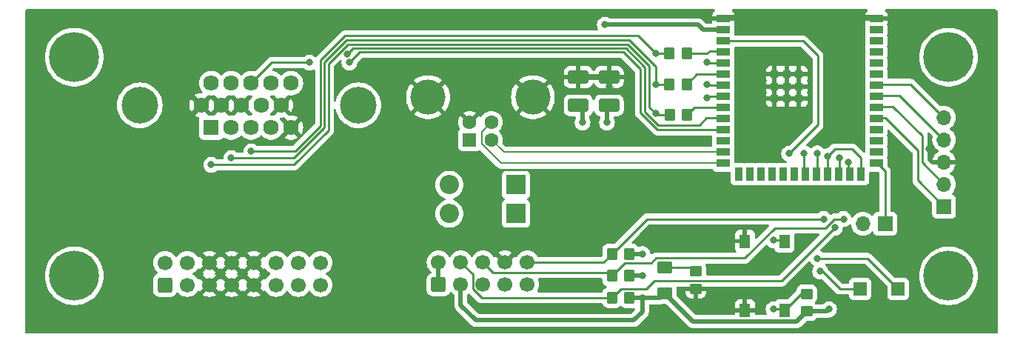
<source format=gbr>
%TF.GenerationSoftware,KiCad,Pcbnew,8.0.1*%
%TF.CreationDate,2024-03-28T11:36:41+01:00*%
%TF.ProjectId,pc1715-esp32vga,70633137-3135-42d6-9573-703332766761,rev?*%
%TF.SameCoordinates,Original*%
%TF.FileFunction,Copper,L1,Top*%
%TF.FilePolarity,Positive*%
%FSLAX46Y46*%
G04 Gerber Fmt 4.6, Leading zero omitted, Abs format (unit mm)*
G04 Created by KiCad (PCBNEW 8.0.1) date 2024-03-28 11:36:41*
%MOMM*%
%LPD*%
G01*
G04 APERTURE LIST*
G04 Aperture macros list*
%AMRoundRect*
0 Rectangle with rounded corners*
0 $1 Rounding radius*
0 $2 $3 $4 $5 $6 $7 $8 $9 X,Y pos of 4 corners*
0 Add a 4 corners polygon primitive as box body*
4,1,4,$2,$3,$4,$5,$6,$7,$8,$9,$2,$3,0*
0 Add four circle primitives for the rounded corners*
1,1,$1+$1,$2,$3*
1,1,$1+$1,$4,$5*
1,1,$1+$1,$6,$7*
1,1,$1+$1,$8,$9*
0 Add four rect primitives between the rounded corners*
20,1,$1+$1,$2,$3,$4,$5,0*
20,1,$1+$1,$4,$5,$6,$7,0*
20,1,$1+$1,$6,$7,$8,$9,0*
20,1,$1+$1,$8,$9,$2,$3,0*%
G04 Aperture macros list end*
%TA.AperFunction,SMDPad,CuDef*%
%ADD10RoundRect,0.250001X-0.624999X0.462499X-0.624999X-0.462499X0.624999X-0.462499X0.624999X0.462499X0*%
%TD*%
%TA.AperFunction,SMDPad,CuDef*%
%ADD11RoundRect,0.250001X0.924999X-0.499999X0.924999X0.499999X-0.924999X0.499999X-0.924999X-0.499999X0*%
%TD*%
%TA.AperFunction,SMDPad,CuDef*%
%ADD12R,1.300000X1.550000*%
%TD*%
%TA.AperFunction,SMDPad,CuDef*%
%ADD13R,1.500000X1.500000*%
%TD*%
%TA.AperFunction,SMDPad,CuDef*%
%ADD14RoundRect,0.250000X-0.450000X0.350000X-0.450000X-0.350000X0.450000X-0.350000X0.450000X0.350000X0*%
%TD*%
%TA.AperFunction,SMDPad,CuDef*%
%ADD15RoundRect,0.250000X0.350000X0.450000X-0.350000X0.450000X-0.350000X-0.450000X0.350000X-0.450000X0*%
%TD*%
%TA.AperFunction,ComponentPad*%
%ADD16R,2.200000X2.200000*%
%TD*%
%TA.AperFunction,ComponentPad*%
%ADD17O,2.200000X2.200000*%
%TD*%
%TA.AperFunction,ComponentPad*%
%ADD18C,5.700000*%
%TD*%
%TA.AperFunction,ComponentPad*%
%ADD19RoundRect,0.250000X0.600000X-0.600000X0.600000X0.600000X-0.600000X0.600000X-0.600000X-0.600000X0*%
%TD*%
%TA.AperFunction,ComponentPad*%
%ADD20C,1.700000*%
%TD*%
%TA.AperFunction,SMDPad,CuDef*%
%ADD21RoundRect,0.250000X0.450000X-0.350000X0.450000X0.350000X-0.450000X0.350000X-0.450000X-0.350000X0*%
%TD*%
%TA.AperFunction,ComponentPad*%
%ADD22R,1.600000X1.600000*%
%TD*%
%TA.AperFunction,ComponentPad*%
%ADD23C,1.600000*%
%TD*%
%TA.AperFunction,ComponentPad*%
%ADD24C,4.000000*%
%TD*%
%TA.AperFunction,SMDPad,CuDef*%
%ADD25R,1.500000X0.900000*%
%TD*%
%TA.AperFunction,SMDPad,CuDef*%
%ADD26R,0.900000X1.500000*%
%TD*%
%TA.AperFunction,SMDPad,CuDef*%
%ADD27R,0.900000X0.900000*%
%TD*%
%TA.AperFunction,ComponentPad*%
%ADD28R,1.785000X1.785000*%
%TD*%
%TA.AperFunction,ComponentPad*%
%ADD29C,1.785000*%
%TD*%
%TA.AperFunction,ComponentPad*%
%ADD30C,4.196000*%
%TD*%
%TA.AperFunction,ComponentPad*%
%ADD31R,1.700000X1.700000*%
%TD*%
%TA.AperFunction,ComponentPad*%
%ADD32O,1.700000X1.700000*%
%TD*%
%TA.AperFunction,ViaPad*%
%ADD33C,0.800000*%
%TD*%
%TA.AperFunction,Conductor*%
%ADD34C,0.500000*%
%TD*%
%TA.AperFunction,Conductor*%
%ADD35C,0.250000*%
%TD*%
%TA.AperFunction,Conductor*%
%ADD36C,0.700000*%
%TD*%
%TA.AperFunction,Conductor*%
%ADD37C,0.200000*%
%TD*%
G04 APERTURE END LIST*
D10*
%TO.P,D1003,1,K*%
%TO.N,Net-(D1003-K)*%
X177546000Y-79030500D03*
%TO.P,D1003,2,A*%
%TO.N,+3.3V*%
X177546000Y-82005500D03*
%TD*%
D11*
%TO.P,C1002,1*%
%TO.N,+5V*%
X167665000Y-60528000D03*
%TO.P,C1002,2*%
%TO.N,GND*%
X167665000Y-57278000D03*
%TD*%
D12*
%TO.P,SW1001,1,1*%
%TO.N,GND*%
X186726000Y-83985000D03*
X186726000Y-76035000D03*
%TO.P,SW1001,2,2*%
%TO.N,Net-(U1001-EN)*%
X191226000Y-83985000D03*
X191226000Y-76035000D03*
%TD*%
D13*
%TO.P,TP1002,1,1*%
%TO.N,Net-(U1001-GPIO14{slash}TOUCH14{slash}ADC2_CH3{slash}FSPIWP{slash}FSPIDQS{slash}SUBSPIWP)*%
X204241400Y-81508600D03*
%TD*%
D14*
%TO.P,R1010,1*%
%TO.N,Net-(U1001-EN)*%
X193802000Y-82058000D03*
%TO.P,R1010,2*%
%TO.N,+3.3V*%
X193802000Y-84058000D03*
%TD*%
D15*
%TO.P,R1008,1*%
%TO.N,/R1*%
X180120000Y-61610000D03*
%TO.P,R1008,2*%
%TO.N,/RED*%
X178120000Y-61610000D03*
%TD*%
D16*
%TO.P,D1002,1,K*%
%TO.N,+5V*%
X160528000Y-69596000D03*
D17*
%TO.P,D1002,2,A*%
%TO.N,Net-(D1002-A)*%
X152908000Y-69596000D03*
%TD*%
D18*
%TO.P,H1003,1*%
%TO.N,N/C*%
X210000000Y-55000000D03*
%TD*%
D19*
%TO.P,J1001,1,Pin_1*%
%TO.N,Net-(D1001-A)*%
X151672500Y-81000000D03*
D20*
%TO.P,J1001,2,Pin_2*%
X151672500Y-78460000D03*
%TO.P,J1001,3,Pin_3*%
%TO.N,+3.3V*%
X154212500Y-81000000D03*
%TO.P,J1001,4,Pin_4*%
%TO.N,/VIDEO*%
X154212500Y-78460000D03*
%TO.P,J1001,5,Pin_5*%
%TO.N,GND*%
X156752500Y-81000000D03*
%TO.P,J1001,6,Pin_6*%
%TO.N,/INTENS*%
X156752500Y-78460000D03*
%TO.P,J1001,7,Pin_7*%
%TO.N,GND*%
X159292500Y-81000000D03*
%TO.P,J1001,8,Pin_8*%
X159292500Y-78460000D03*
%TO.P,J1001,9,Pin_9*%
X161832500Y-81000000D03*
%TO.P,J1001,10,Pin_10*%
%TO.N,/BSYNC*%
X161832500Y-78460000D03*
%TD*%
D15*
%TO.P,R1011,1*%
%TO.N,+3.3V*%
X173500000Y-77500000D03*
%TO.P,R1011,2*%
%TO.N,/BSYNC*%
X171500000Y-77500000D03*
%TD*%
D18*
%TO.P,H1001,1*%
%TO.N,N/C*%
X110000000Y-55000000D03*
%TD*%
D21*
%TO.P,R1001,1*%
%TO.N,GND*%
X181102000Y-81495500D03*
%TO.P,R1001,2*%
%TO.N,Net-(D1003-K)*%
X181102000Y-79495500D03*
%TD*%
D22*
%TO.P,J1003,1,VBUS*%
%TO.N,Net-(D1002-A)*%
X155214000Y-64445500D03*
D23*
%TO.P,J1003,2,D-*%
%TO.N,/USB_DN*%
X157714000Y-64445500D03*
%TO.P,J1003,3,D+*%
%TO.N,/USB_DP*%
X157714000Y-62445500D03*
%TO.P,J1003,4,GND*%
%TO.N,GND*%
X155214000Y-62445500D03*
D24*
%TO.P,J1003,5,Shield*%
X150464000Y-59585500D03*
X162464000Y-59585500D03*
%TD*%
D18*
%TO.P,H1002,1*%
%TO.N,N/C*%
X110000000Y-80000000D03*
%TD*%
D25*
%TO.P,U1001,1,GND*%
%TO.N,GND*%
X184250000Y-50624000D03*
%TO.P,U1001,2,3V3*%
%TO.N,+3.3V*%
X184250000Y-51894000D03*
%TO.P,U1001,3,EN*%
%TO.N,Net-(U1001-EN)*%
X184250000Y-53164000D03*
%TO.P,U1001,4,GPIO4/TOUCH4/ADC1_CH3*%
%TO.N,/B1*%
X184250000Y-54434000D03*
%TO.P,U1001,5,GPIO5/TOUCH5/ADC1_CH4*%
%TO.N,/B2*%
X184250000Y-55704000D03*
%TO.P,U1001,6,GPIO6/TOUCH6/ADC1_CH5*%
%TO.N,/G1*%
X184250000Y-56974000D03*
%TO.P,U1001,7,GPIO7/TOUCH7/ADC1_CH6*%
%TO.N,/G2*%
X184250000Y-58244000D03*
%TO.P,U1001,8,GPIO15/U0RTS/ADC2_CH4/XTAL_32K_P*%
%TO.N,/R2*%
X184250000Y-59514000D03*
%TO.P,U1001,9,GPIO16/U0CTS/ADC2_CH5/XTAL_32K_N*%
%TO.N,/R1*%
X184250000Y-60784000D03*
%TO.P,U1001,10,GPIO17/U1TXD/ADC2_CH6*%
%TO.N,/VSYNC*%
X184250000Y-62054000D03*
%TO.P,U1001,11,GPIO18/U1RXD/ADC2_CH7/CLK_OUT3*%
%TO.N,/HSYNC*%
X184250000Y-63324000D03*
%TO.P,U1001,12,GPIO8/TOUCH8/ADC1_CH7/SUBSPICS1*%
%TO.N,unconnected-(U1001-GPIO8{slash}TOUCH8{slash}ADC1_CH7{slash}SUBSPICS1-Pad12)*%
X184250000Y-64594000D03*
%TO.P,U1001,13,GPIO19/U1RTS/ADC2_CH8/CLK_OUT2/USB_D-*%
%TO.N,/USB_DN*%
X184250000Y-65864000D03*
%TO.P,U1001,14,GPIO20/U1CTS/ADC2_CH9/CLK_OUT1/USB_D+*%
%TO.N,/USB_DP*%
X184250000Y-67134000D03*
D26*
%TO.P,U1001,15,GPIO3/TOUCH3/ADC1_CH2*%
%TO.N,unconnected-(U1001-GPIO3{slash}TOUCH3{slash}ADC1_CH2-Pad15)*%
X186015000Y-68384000D03*
%TO.P,U1001,16,GPIO46*%
%TO.N,unconnected-(U1001-GPIO46-Pad16)*%
X187285000Y-68384000D03*
%TO.P,U1001,17,GPIO9/TOUCH9/ADC1_CH8/FSPIHD/SUBSPIHD*%
%TO.N,unconnected-(U1001-GPIO9{slash}TOUCH9{slash}ADC1_CH8{slash}FSPIHD{slash}SUBSPIHD-Pad17)*%
X188555000Y-68384000D03*
%TO.P,U1001,18,GPIO10/TOUCH10/ADC1_CH9/FSPICS0/FSPIIO4/SUBSPICS0*%
%TO.N,unconnected-(U1001-GPIO10{slash}TOUCH10{slash}ADC1_CH9{slash}FSPICS0{slash}FSPIIO4{slash}SUBSPICS0-Pad18)*%
X189825000Y-68384000D03*
%TO.P,U1001,19,GPIO11/TOUCH11/ADC2_CH0/FSPID/FSPIIO5/SUBSPID*%
%TO.N,unconnected-(U1001-GPIO11{slash}TOUCH11{slash}ADC2_CH0{slash}FSPID{slash}FSPIIO5{slash}SUBSPID-Pad19)*%
X191095000Y-68384000D03*
%TO.P,U1001,20,GPIO12/TOUCH12/ADC2_CH1/FSPICLK/FSPIIO6/SUBSPICLK*%
%TO.N,unconnected-(U1001-GPIO12{slash}TOUCH12{slash}ADC2_CH1{slash}FSPICLK{slash}FSPIIO6{slash}SUBSPICLK-Pad20)*%
X192365000Y-68384000D03*
%TO.P,U1001,21,GPIO13/TOUCH13/ADC2_CH2/FSPIQ/FSPIIO7/SUBSPIQ*%
%TO.N,Net-(U1001-GPIO13{slash}TOUCH13{slash}ADC2_CH2{slash}FSPIQ{slash}FSPIIO7{slash}SUBSPIQ)*%
X193635000Y-68384000D03*
%TO.P,U1001,22,GPIO14/TOUCH14/ADC2_CH3/FSPIWP/FSPIDQS/SUBSPIWP*%
%TO.N,Net-(U1001-GPIO14{slash}TOUCH14{slash}ADC2_CH3{slash}FSPIWP{slash}FSPIDQS{slash}SUBSPIWP)*%
X194905000Y-68384000D03*
%TO.P,U1001,23,GPIO21*%
%TO.N,/BSYNC*%
X196175000Y-68384000D03*
%TO.P,U1001,24,GPIO47/SPICLK_P/SUBSPICLK_P_DIFF*%
%TO.N,/VIDEO*%
X197445000Y-68384000D03*
%TO.P,U1001,25,GPIO48/SPICLK_N/SUBSPICLK_N_DIFF*%
%TO.N,/INTENS*%
X198715000Y-68384000D03*
%TO.P,U1001,26,GPIO45*%
%TO.N,/BSYNC*%
X199985000Y-68384000D03*
D25*
%TO.P,U1001,27,GPIO0/BOOT*%
%TO.N,Net-(JP1001-A)*%
X201750000Y-67134000D03*
%TO.P,U1001,28,SPIIO6/GPIO35/FSPID/SUBSPID*%
%TO.N,unconnected-(U1001-SPIIO6{slash}GPIO35{slash}FSPID{slash}SUBSPID-Pad28)*%
X201750000Y-65864000D03*
%TO.P,U1001,29,SPIIO7/GPIO36/FSPICLK/SUBSPICLK*%
%TO.N,unconnected-(U1001-SPIIO7{slash}GPIO36{slash}FSPICLK{slash}SUBSPICLK-Pad29)*%
X201750000Y-64594000D03*
%TO.P,U1001,30,SPIDQS/GPIO37/FSPIQ/SUBSPIQ*%
%TO.N,unconnected-(U1001-SPIDQS{slash}GPIO37{slash}FSPIQ{slash}SUBSPIQ-Pad30)*%
X201750000Y-63324000D03*
%TO.P,U1001,31,GPIO38/FSPIWP/SUBSPIWP*%
%TO.N,/K_LEFT*%
X201750000Y-62054000D03*
%TO.P,U1001,32,MTCK/GPIO39/CLK_OUT3/SUBSPICS1*%
%TO.N,/K_UP*%
X201750000Y-60784000D03*
%TO.P,U1001,33,MTDO/GPIO40/CLK_OUT2*%
%TO.N,/K_DOWN*%
X201750000Y-59514000D03*
%TO.P,U1001,34,MTDI/GPIO41/CLK_OUT1*%
%TO.N,/K_RIGHT*%
X201750000Y-58244000D03*
%TO.P,U1001,35,MTMS/GPIO42*%
%TO.N,unconnected-(U1001-MTMS{slash}GPIO42-Pad35)*%
X201750000Y-56974000D03*
%TO.P,U1001,36,U0RXD/GPIO44/CLK_OUT2*%
%TO.N,unconnected-(U1001-U0RXD{slash}GPIO44{slash}CLK_OUT2-Pad36)*%
X201750000Y-55704000D03*
%TO.P,U1001,37,U0TXD/GPIO43/CLK_OUT1*%
%TO.N,unconnected-(U1001-U0TXD{slash}GPIO43{slash}CLK_OUT1-Pad37)*%
X201750000Y-54434000D03*
%TO.P,U1001,38,GPIO2/TOUCH2/ADC1_CH1*%
%TO.N,unconnected-(U1001-GPIO2{slash}TOUCH2{slash}ADC1_CH1-Pad38)*%
X201750000Y-53164000D03*
%TO.P,U1001,39,GPIO1/TOUCH1/ADC1_CH0*%
%TO.N,unconnected-(U1001-GPIO1{slash}TOUCH1{slash}ADC1_CH0-Pad39)*%
X201750000Y-51894000D03*
%TO.P,U1001,40,GND*%
%TO.N,GND*%
X201750000Y-50624000D03*
D27*
%TO.P,U1001,41,GND*%
X190100000Y-56944000D03*
X190100000Y-58344000D03*
X190100000Y-59744000D03*
X190100000Y-59744000D03*
X191500000Y-56944000D03*
X191500000Y-56944000D03*
X191500000Y-58344000D03*
X191500000Y-59744000D03*
X192900000Y-56944000D03*
X192900000Y-58344000D03*
X192900000Y-59744000D03*
%TD*%
D15*
%TO.P,R1006,1*%
%TO.N,/G1*%
X180070000Y-58110000D03*
%TO.P,R1006,2*%
%TO.N,/GREEN*%
X178070000Y-58110000D03*
%TD*%
D18*
%TO.P,H1004,1*%
%TO.N,N/C*%
X210000000Y-80000000D03*
%TD*%
D19*
%TO.P,J1005,1,Pin_1*%
%TO.N,/RED*%
X120380000Y-81040000D03*
D20*
%TO.P,J1005,2,Pin_2*%
%TO.N,/GREEN*%
X120380000Y-78500000D03*
%TO.P,J1005,3,Pin_3*%
%TO.N,/BLUE*%
X122920000Y-81040000D03*
%TO.P,J1005,4,Pin_4*%
%TO.N,unconnected-(J1005-Pin_4-Pad4)*%
X122920000Y-78500000D03*
%TO.P,J1005,5,Pin_5*%
%TO.N,GND*%
X125460000Y-81040000D03*
%TO.P,J1005,6,Pin_6*%
X125460000Y-78500000D03*
%TO.P,J1005,7,Pin_7*%
X128000000Y-81040000D03*
%TO.P,J1005,8,Pin_8*%
X128000000Y-78500000D03*
%TO.P,J1005,9,Pin_9*%
X130540000Y-81040000D03*
%TO.P,J1005,10,Pin_10*%
X130540000Y-78500000D03*
%TO.P,J1005,11,Pin_11*%
%TO.N,unconnected-(J1005-Pin_11-Pad11)*%
X133080000Y-81040000D03*
%TO.P,J1005,12,Pin_12*%
%TO.N,unconnected-(J1005-Pin_12-Pad12)*%
X133080000Y-78500000D03*
%TO.P,J1005,13,Pin_13*%
%TO.N,/HSYNC*%
X135620000Y-81040000D03*
%TO.P,J1005,14,Pin_14*%
%TO.N,/VSYNC*%
X135620000Y-78500000D03*
%TO.P,J1005,15,Pin_15*%
%TO.N,unconnected-(J1005-Pin_15-Pad15)*%
X138160000Y-81040000D03*
%TO.P,J1005,16,Pin_16*%
%TO.N,unconnected-(J1005-Pin_16-Pad16)*%
X138160000Y-78500000D03*
%TD*%
D15*
%TO.P,R1004,1*%
%TO.N,/B1*%
X180070000Y-54610000D03*
%TO.P,R1004,2*%
%TO.N,/BLUE*%
X178070000Y-54610000D03*
%TD*%
%TO.P,R1003,1*%
%TO.N,+3.3V*%
X173500000Y-80000000D03*
%TO.P,R1003,2*%
%TO.N,/INTENS*%
X171500000Y-80000000D03*
%TD*%
%TO.P,R1002,1*%
%TO.N,+3.3V*%
X173500000Y-82500000D03*
%TO.P,R1002,2*%
%TO.N,/VIDEO*%
X171500000Y-82500000D03*
%TD*%
D28*
%TO.P,J1002,1*%
%TO.N,/RED*%
X125685000Y-63040000D03*
D29*
%TO.P,J1002,2*%
%TO.N,/GREEN*%
X127965000Y-63040000D03*
%TO.P,J1002,3*%
%TO.N,/BLUE*%
X130245000Y-63040000D03*
%TO.P,J1002,4*%
%TO.N,unconnected-(J1002-Pad4)*%
X132525000Y-63040000D03*
%TO.P,J1002,5*%
%TO.N,GND*%
X134805000Y-63040000D03*
%TO.P,J1002,6*%
X124545000Y-60500000D03*
%TO.P,J1002,7*%
X126825000Y-60500000D03*
%TO.P,J1002,8*%
X129105000Y-60500000D03*
%TO.P,J1002,9*%
%TO.N,unconnected-(J1002-Pad9)*%
X131385000Y-60500000D03*
%TO.P,J1002,10*%
%TO.N,GND*%
X133665000Y-60500000D03*
%TO.P,J1002,11*%
%TO.N,unconnected-(J1002-Pad11)*%
X125685000Y-57960000D03*
%TO.P,J1002,12*%
%TO.N,unconnected-(J1002-Pad12)*%
X127965000Y-57960000D03*
%TO.P,J1002,13*%
%TO.N,/HSYNC*%
X130245000Y-57960000D03*
%TO.P,J1002,14*%
%TO.N,/VSYNC*%
X132525000Y-57960000D03*
%TO.P,J1002,15*%
%TO.N,unconnected-(J1002-Pad15)*%
X134805000Y-57960000D03*
D30*
%TO.P,J1002,SH1*%
%TO.N,N/C*%
X142500000Y-60500000D03*
%TO.P,J1002,SH2*%
X117500000Y-60500000D03*
%TD*%
D16*
%TO.P,D1001,1,K*%
%TO.N,+5V*%
X160528000Y-72898000D03*
D17*
%TO.P,D1001,2,A*%
%TO.N,Net-(D1001-A)*%
X152908000Y-72898000D03*
%TD*%
D11*
%TO.P,C1001,1*%
%TO.N,+3.3V*%
X171171000Y-60528000D03*
%TO.P,C1001,2*%
%TO.N,GND*%
X171171000Y-57278000D03*
%TD*%
D31*
%TO.P,J1004,1,Pin_1*%
%TO.N,/K_LEFT*%
X209500000Y-72075000D03*
D32*
%TO.P,J1004,2,Pin_2*%
%TO.N,/K_UP*%
X209500000Y-69535000D03*
%TO.P,J1004,3,Pin_3*%
%TO.N,GND*%
X209500000Y-66995000D03*
%TO.P,J1004,4,Pin_4*%
%TO.N,/K_DOWN*%
X209500000Y-64455000D03*
%TO.P,J1004,5,Pin_5*%
%TO.N,/K_RIGHT*%
X209500000Y-61915000D03*
%TD*%
D31*
%TO.P,JP1001,1,A*%
%TO.N,Net-(JP1001-A)*%
X202750000Y-74025000D03*
D32*
%TO.P,JP1001,2,B*%
%TO.N,+3.3V*%
X200210000Y-74025000D03*
%TD*%
D13*
%TO.P,TP1001,1,1*%
%TO.N,Net-(U1001-GPIO13{slash}TOUCH13{slash}ADC2_CH2{slash}FSPIQ{slash}FSPIIO7{slash}SUBSPIQ)*%
X199898000Y-81500000D03*
%TD*%
D33*
%TO.N,/RED*%
X176530000Y-61468000D03*
X125685000Y-67310000D03*
%TO.N,/GREEN*%
X176530000Y-58166000D03*
X127965000Y-66548000D03*
%TO.N,/BLUE*%
X176530000Y-54610000D03*
X130245000Y-65786000D03*
%TO.N,GND*%
X144526000Y-80518000D03*
X192278000Y-54864000D03*
X168656000Y-70866000D03*
X188214000Y-78486000D03*
X167894000Y-83566000D03*
X182626000Y-75184000D03*
X146812000Y-67818000D03*
X174244000Y-62992000D03*
X171196000Y-58420000D03*
X120396000Y-53086000D03*
X182626000Y-70866000D03*
X186000000Y-50500000D03*
X112776000Y-69342000D03*
X117094000Y-80518000D03*
X112776000Y-61468000D03*
X164592000Y-81026000D03*
X156464000Y-57912000D03*
X171704000Y-58928000D03*
X188468000Y-64516000D03*
X207772000Y-65532000D03*
X200000000Y-50500000D03*
X196088000Y-53086000D03*
X200406000Y-71120000D03*
%TO.N,+3.3V*%
X196342000Y-83820000D03*
X170942000Y-62484000D03*
X170688000Y-51308000D03*
X175000000Y-82500000D03*
X175000000Y-77500000D03*
X175000000Y-80000000D03*
%TO.N,+5V*%
X168148000Y-62484000D03*
%TO.N,/HSYNC*%
X141478000Y-55626000D03*
X136906000Y-55626000D03*
%TO.N,/VSYNC*%
X141230049Y-54616049D03*
%TO.N,/B2*%
X182372000Y-55626000D03*
%TO.N,/G2*%
X182372000Y-58166000D03*
%TO.N,/R2*%
X182372000Y-59690000D03*
%TO.N,Net-(U1001-GPIO14{slash}TOUCH14{slash}ADC2_CH3{slash}FSPIWP{slash}FSPIDQS{slash}SUBSPIWP)*%
X195000000Y-66000000D03*
X195000000Y-78000000D03*
%TO.N,Net-(U1001-GPIO13{slash}TOUCH13{slash}ADC2_CH2{slash}FSPIQ{slash}FSPIIO7{slash}SUBSPIQ)*%
X195326000Y-79502000D03*
X193500000Y-66000000D03*
%TO.N,/VIDEO*%
X197500000Y-66500000D03*
X197000000Y-74500000D03*
%TO.N,/INTENS*%
X198000000Y-73500000D03*
X198500000Y-67000000D03*
%TO.N,/BSYNC*%
X196175000Y-66325000D03*
X195725000Y-73500000D03*
%TO.N,Net-(U1001-EN)*%
X191770000Y-66040000D03*
X189992000Y-75946000D03*
X189992000Y-83820000D03*
%TD*%
D34*
%TO.N,Net-(D1001-A)*%
X151672500Y-81000000D02*
X151672500Y-78460000D01*
D35*
%TO.N,/RED*%
X139076000Y-63362000D02*
X135128000Y-67310000D01*
X139076000Y-55744792D02*
X139076000Y-63362000D01*
X175805000Y-60743000D02*
X175805000Y-56045396D01*
X141284792Y-53536000D02*
X139076000Y-55744792D01*
X176530000Y-61468000D02*
X175805000Y-60743000D01*
X176672000Y-61610000D02*
X176530000Y-61468000D01*
X135128000Y-67310000D02*
X125685000Y-67310000D01*
X173295604Y-53536000D02*
X141284792Y-53536000D01*
X178120000Y-61610000D02*
X176672000Y-61610000D01*
X175805000Y-56045396D02*
X173295604Y-53536000D01*
%TO.N,/GREEN*%
X138626000Y-55558396D02*
X138626000Y-63058201D01*
X173482000Y-53086000D02*
X141098396Y-53086000D01*
X138626000Y-63058201D02*
X135136201Y-66548000D01*
X141098396Y-53086000D02*
X138626000Y-55558396D01*
X176530000Y-56134000D02*
X173482000Y-53086000D01*
X178070000Y-58110000D02*
X176586000Y-58110000D01*
X176586000Y-58110000D02*
X176530000Y-58166000D01*
X135136201Y-66548000D02*
X127965000Y-66548000D01*
X176530000Y-58166000D02*
X176530000Y-56134000D01*
%TO.N,/BLUE*%
X178070000Y-54610000D02*
X176530000Y-54610000D01*
X176530000Y-54610000D02*
X174498000Y-52578000D01*
X174498000Y-52578000D02*
X140970000Y-52578000D01*
X138176000Y-55372000D02*
X138176000Y-62871805D01*
X138176000Y-62871805D02*
X135261805Y-65786000D01*
X135261805Y-65786000D02*
X130245000Y-65786000D01*
X140970000Y-52578000D02*
X138176000Y-55372000D01*
D36*
%TO.N,GND*%
X201626000Y-50500000D02*
X201750000Y-50624000D01*
X186010000Y-50490000D02*
X199990000Y-50490000D01*
X167665000Y-57278000D02*
X171171000Y-57278000D01*
X184374000Y-50500000D02*
X184250000Y-50624000D01*
X186000000Y-50500000D02*
X184374000Y-50500000D01*
X200000000Y-50500000D02*
X200010000Y-50490000D01*
X171171000Y-57278000D02*
X171171000Y-58395000D01*
X200000000Y-50500000D02*
X201626000Y-50500000D01*
X186000000Y-50500000D02*
X186010000Y-50490000D01*
X199990000Y-50490000D02*
X200000000Y-50500000D01*
X185990000Y-50490000D02*
X186000000Y-50500000D01*
X171171000Y-58395000D02*
X171196000Y-58420000D01*
D34*
%TO.N,+3.3V*%
X193802000Y-84058000D02*
X196104000Y-84058000D01*
X173500000Y-77500000D02*
X175000000Y-77500000D01*
X170942000Y-62484000D02*
X170942000Y-60757000D01*
X181942000Y-51894000D02*
X184250000Y-51894000D01*
X175000000Y-84080000D02*
X175000000Y-82500000D01*
X196104000Y-84058000D02*
X196342000Y-83820000D01*
X184160000Y-51850000D02*
X184250000Y-51760000D01*
X192650000Y-85210000D02*
X193802000Y-84058000D01*
X181356000Y-51308000D02*
X181942000Y-51894000D01*
X175000000Y-82500000D02*
X173500000Y-82500000D01*
X175000000Y-82500000D02*
X177051500Y-82500000D01*
X177546000Y-82005500D02*
X180750500Y-85210000D01*
X170942000Y-60757000D02*
X171171000Y-60528000D01*
X173500000Y-80000000D02*
X175000000Y-80000000D01*
X177051500Y-82500000D02*
X177546000Y-82005500D01*
X155956000Y-85090000D02*
X173990000Y-85090000D01*
X180750500Y-85210000D02*
X192650000Y-85210000D01*
X154212500Y-83346500D02*
X155956000Y-85090000D01*
X154212500Y-81000000D02*
X154212500Y-83346500D01*
X170688000Y-51308000D02*
X181356000Y-51308000D01*
X173990000Y-85090000D02*
X175000000Y-84080000D01*
%TO.N,+5V*%
X168148000Y-61011000D02*
X167665000Y-60528000D01*
X168148000Y-62484000D02*
X168148000Y-61011000D01*
D35*
%TO.N,/HSYNC*%
X176724299Y-63324000D02*
X174752000Y-61351701D01*
X151659000Y-54436000D02*
X142668000Y-54436000D01*
X174752000Y-61351701D02*
X174752000Y-58613900D01*
X172800000Y-54436000D02*
X151659000Y-54436000D01*
X174752000Y-56388000D02*
X172800000Y-54436000D01*
X174752000Y-58613900D02*
X174752000Y-56388000D01*
X184250000Y-63324000D02*
X176724299Y-63324000D01*
X142668000Y-54436000D02*
X141478000Y-55626000D01*
X132579000Y-55626000D02*
X130245000Y-57960000D01*
X136906000Y-55626000D02*
X132579000Y-55626000D01*
%TO.N,/VSYNC*%
X141860098Y-53986000D02*
X141230049Y-54616049D01*
X182320000Y-61920000D02*
X184250000Y-61920000D01*
X175260000Y-61223305D02*
X175260000Y-56136792D01*
X132846806Y-57960000D02*
X132525000Y-57960000D01*
X181500000Y-62740000D02*
X182320000Y-61920000D01*
X173109208Y-53986000D02*
X148590000Y-53986000D01*
X181500000Y-62740000D02*
X176776695Y-62740000D01*
X148590000Y-53986000D02*
X141860098Y-53986000D01*
X176776695Y-62740000D02*
X175260000Y-61223305D01*
X175260000Y-56136792D02*
X173109208Y-53986000D01*
%TO.N,Net-(D1003-K)*%
X177546000Y-79030500D02*
X180637000Y-79030500D01*
X180637000Y-79030500D02*
X181102000Y-79495500D01*
D37*
%TO.N,/USB_DN*%
X184328000Y-65786000D02*
X184250000Y-65864000D01*
X157714000Y-64445500D02*
X159132500Y-65864000D01*
X159132500Y-65864000D02*
X184250000Y-65864000D01*
D35*
%TO.N,Net-(JP1001-A)*%
X202750000Y-74025000D02*
X202750000Y-68000000D01*
X202750000Y-68000000D02*
X201750000Y-67000000D01*
%TO.N,/B1*%
X184250000Y-54300000D02*
X182700000Y-54300000D01*
X182700000Y-54300000D02*
X182390000Y-54610000D01*
X182390000Y-54610000D02*
X180070000Y-54610000D01*
%TO.N,/B2*%
X182450000Y-55704000D02*
X182372000Y-55626000D01*
X184250000Y-55704000D02*
X182450000Y-55704000D01*
%TO.N,/G1*%
X181206000Y-56974000D02*
X180070000Y-58110000D01*
X184250000Y-56974000D02*
X181206000Y-56974000D01*
%TO.N,/G2*%
X184250000Y-58244000D02*
X182450000Y-58244000D01*
X182450000Y-58244000D02*
X182372000Y-58166000D01*
%TO.N,/R1*%
X184250000Y-60784000D02*
X180946000Y-60784000D01*
X180946000Y-60784000D02*
X180120000Y-61610000D01*
%TO.N,/R2*%
X184250000Y-59514000D02*
X182548000Y-59514000D01*
X182548000Y-59514000D02*
X182372000Y-59690000D01*
%TO.N,Net-(U1001-GPIO14{slash}TOUCH14{slash}ADC2_CH3{slash}FSPIWP{slash}FSPIDQS{slash}SUBSPIWP)*%
X200732800Y-78000000D02*
X195000000Y-78000000D01*
X195000000Y-68155000D02*
X194905000Y-68250000D01*
X204241400Y-81508600D02*
X200732800Y-78000000D01*
X195000000Y-66000000D02*
X195000000Y-68155000D01*
%TO.N,Net-(U1001-GPIO13{slash}TOUCH13{slash}ADC2_CH2{slash}FSPIQ{slash}FSPIIO7{slash}SUBSPIQ)*%
X193500000Y-68115000D02*
X193635000Y-68250000D01*
X195326000Y-79502000D02*
X195580000Y-79502000D01*
X197578000Y-81500000D02*
X199898000Y-81500000D01*
X195580000Y-79502000D02*
X197578000Y-81500000D01*
X193500000Y-66000000D02*
X193500000Y-68115000D01*
D37*
%TO.N,/USB_DP*%
X184074000Y-67310000D02*
X184250000Y-67134000D01*
X156614000Y-64920000D02*
X158828000Y-67134000D01*
X158828000Y-67134000D02*
X184250000Y-67134000D01*
X156614000Y-63545500D02*
X156614000Y-64920000D01*
X157714000Y-62445500D02*
X156614000Y-63545500D01*
D35*
%TO.N,/K_LEFT*%
X209500000Y-72075000D02*
X206500000Y-69075000D01*
X206500000Y-65670000D02*
X202750000Y-61920000D01*
X206500000Y-69075000D02*
X206500000Y-65670000D01*
X202750000Y-61920000D02*
X201750000Y-61920000D01*
%TO.N,/K_RIGHT*%
X209500000Y-61915000D02*
X205695000Y-58110000D01*
X205695000Y-58110000D02*
X201750000Y-58110000D01*
%TO.N,/K_UP*%
X207000000Y-67035000D02*
X207000000Y-64000000D01*
X209500000Y-69535000D02*
X207000000Y-67035000D01*
X203650000Y-60650000D02*
X201750000Y-60650000D01*
X207000000Y-64000000D02*
X203650000Y-60650000D01*
%TO.N,/VIDEO*%
X156590799Y-82500000D02*
X171500000Y-82500000D01*
X154212500Y-78460000D02*
X155577500Y-79825000D01*
X155577500Y-79825000D02*
X155577500Y-81486701D01*
X171500000Y-82500000D02*
X172525000Y-81475000D01*
X155577500Y-81486701D02*
X156590799Y-82500000D01*
X172525000Y-81475000D02*
X175455000Y-81475000D01*
X197500000Y-66500000D02*
X197500000Y-68195000D01*
X176359500Y-80570500D02*
X190929500Y-80570500D01*
X175455000Y-81475000D02*
X176359500Y-80570500D01*
X197500000Y-68195000D02*
X197445000Y-68250000D01*
X190929500Y-80570500D02*
X197000000Y-74500000D01*
%TO.N,/K_DOWN*%
X204425000Y-59380000D02*
X201750000Y-59380000D01*
X209500000Y-64455000D02*
X204425000Y-59380000D01*
%TO.N,/INTENS*%
X171500000Y-80000000D02*
X172975000Y-78525000D01*
X175983000Y-78525000D02*
X176530000Y-77978000D01*
X190125107Y-74542893D02*
X195931802Y-74542893D01*
X172975000Y-78525000D02*
X175983000Y-78525000D01*
X198500000Y-67000000D02*
X198500000Y-68035000D01*
X195931802Y-74542893D02*
X196974695Y-73500000D01*
X198500000Y-68035000D02*
X198715000Y-68250000D01*
X196974695Y-73500000D02*
X198000000Y-73500000D01*
X176530000Y-77978000D02*
X186690000Y-77978000D01*
X156752500Y-78460000D02*
X157927500Y-79635000D01*
X171135000Y-79635000D02*
X171500000Y-80000000D01*
X186690000Y-77978000D02*
X190125107Y-74542893D01*
X157927500Y-79635000D02*
X171135000Y-79635000D01*
%TO.N,/BSYNC*%
X196175000Y-66325000D02*
X197000000Y-65500000D01*
X199000000Y-65500000D02*
X199985000Y-66485000D01*
X196175000Y-68250000D02*
X196175000Y-66325000D01*
X170540000Y-78460000D02*
X171500000Y-77500000D01*
X161832500Y-78460000D02*
X170540000Y-78460000D01*
X171500000Y-77500000D02*
X175500000Y-73500000D01*
X199985000Y-66485000D02*
X199985000Y-68250000D01*
X197000000Y-65500000D02*
X199000000Y-65500000D01*
X175500000Y-73500000D02*
X195725000Y-73500000D01*
%TO.N,Net-(U1001-EN)*%
X191061000Y-83820000D02*
X191226000Y-83985000D01*
X184250000Y-53164000D02*
X193372000Y-53164000D01*
X193153000Y-82058000D02*
X191226000Y-83985000D01*
X189992000Y-83820000D02*
X191061000Y-83820000D01*
X193802000Y-82058000D02*
X193153000Y-82058000D01*
X191137000Y-75946000D02*
X191226000Y-76035000D01*
X195072000Y-62738000D02*
X191770000Y-66040000D01*
X193372000Y-53164000D02*
X195072000Y-54864000D01*
X195072000Y-54864000D02*
X195072000Y-62738000D01*
X189992000Y-75946000D02*
X191137000Y-75946000D01*
%TD*%
%TA.AperFunction,Conductor*%
%TO.N,GND*%
G36*
X155217271Y-82021179D02*
G01*
X155251681Y-82045472D01*
X156101815Y-82895606D01*
X156101844Y-82895637D01*
X156192062Y-82985855D01*
X156192066Y-82985858D01*
X156294506Y-83054307D01*
X156294512Y-83054310D01*
X156294513Y-83054311D01*
X156408347Y-83101463D01*
X156468770Y-83113481D01*
X156529192Y-83125500D01*
X156529193Y-83125500D01*
X170327983Y-83125500D01*
X170395022Y-83145185D01*
X170440777Y-83197989D01*
X170445686Y-83210489D01*
X170464238Y-83266472D01*
X170465186Y-83269333D01*
X170465187Y-83269336D01*
X170476585Y-83287815D01*
X170557288Y-83418656D01*
X170681344Y-83542712D01*
X170830666Y-83634814D01*
X170997203Y-83689999D01*
X171099991Y-83700500D01*
X171900008Y-83700499D01*
X171900016Y-83700498D01*
X171900019Y-83700498D01*
X171960438Y-83694326D01*
X172002797Y-83689999D01*
X172169334Y-83634814D01*
X172318656Y-83542712D01*
X172412319Y-83449049D01*
X172473642Y-83415564D01*
X172543334Y-83420548D01*
X172587681Y-83449049D01*
X172681344Y-83542712D01*
X172830666Y-83634814D01*
X172997203Y-83689999D01*
X173099991Y-83700500D01*
X173900008Y-83700499D01*
X173900016Y-83700498D01*
X173900019Y-83700498D01*
X173912461Y-83699226D01*
X174002797Y-83689999D01*
X174002803Y-83689996D01*
X174006951Y-83689110D01*
X174076626Y-83694326D01*
X174132420Y-83736383D01*
X174156619Y-83801929D01*
X174141540Y-83870152D01*
X174120587Y-83898044D01*
X173715451Y-84303181D01*
X173654128Y-84336666D01*
X173627770Y-84339500D01*
X156318229Y-84339500D01*
X156251190Y-84319815D01*
X156230548Y-84303181D01*
X154999319Y-83071951D01*
X154965834Y-83010628D01*
X154963000Y-82984270D01*
X154963000Y-82187700D01*
X154982685Y-82120661D01*
X155015875Y-82086126D01*
X155083901Y-82038495D01*
X155083917Y-82038478D01*
X155084274Y-82038180D01*
X155084479Y-82038090D01*
X155088337Y-82035389D01*
X155088879Y-82036163D01*
X155148276Y-82010154D01*
X155217271Y-82021179D01*
G37*
%TD.AperFunction*%
%TA.AperFunction,Conductor*%
G36*
X170342540Y-80280185D02*
G01*
X170388295Y-80332989D01*
X170399501Y-80384500D01*
X170399501Y-80500018D01*
X170410000Y-80602796D01*
X170410001Y-80602799D01*
X170453144Y-80732993D01*
X170465186Y-80769334D01*
X170557288Y-80918656D01*
X170681344Y-81042712D01*
X170830666Y-81134814D01*
X170830667Y-81134814D01*
X170830670Y-81134816D01*
X170836677Y-81137617D01*
X170889117Y-81183788D01*
X170908271Y-81250981D01*
X170888057Y-81317862D01*
X170836677Y-81362383D01*
X170830670Y-81365183D01*
X170681342Y-81457289D01*
X170557289Y-81581342D01*
X170465187Y-81730663D01*
X170465186Y-81730666D01*
X170457853Y-81752797D01*
X170445689Y-81789505D01*
X170405916Y-81846949D01*
X170341400Y-81873772D01*
X170327983Y-81874500D01*
X163106416Y-81874500D01*
X163039377Y-81854815D01*
X162993622Y-81802011D01*
X162983678Y-81732853D01*
X163003639Y-81682414D01*
X163003391Y-81682271D01*
X163004361Y-81680590D01*
X163004843Y-81679373D01*
X163006100Y-81677577D01*
X163105929Y-81463492D01*
X163105933Y-81463483D01*
X163167067Y-81235326D01*
X163167069Y-81235315D01*
X163187657Y-81000001D01*
X163187657Y-80999998D01*
X163167069Y-80764684D01*
X163167067Y-80764673D01*
X163105933Y-80536516D01*
X163105930Y-80536507D01*
X163059484Y-80436905D01*
X163048992Y-80367828D01*
X163077511Y-80304044D01*
X163135988Y-80265804D01*
X163171866Y-80260500D01*
X170275501Y-80260500D01*
X170342540Y-80280185D01*
G37*
%TD.AperFunction*%
%TA.AperFunction,Conductor*%
G36*
X195214693Y-75188078D02*
G01*
X195260448Y-75240882D01*
X195270392Y-75310040D01*
X195241367Y-75373596D01*
X195235335Y-75380074D01*
X190706729Y-79908681D01*
X190645406Y-79942166D01*
X190619048Y-79945000D01*
X182426500Y-79945000D01*
X182359461Y-79925315D01*
X182313706Y-79872511D01*
X182302500Y-79821000D01*
X182302499Y-79095498D01*
X182302498Y-79095480D01*
X182291999Y-78992703D01*
X182291998Y-78992700D01*
X182281162Y-78960000D01*
X182236814Y-78826166D01*
X182216107Y-78792595D01*
X182197668Y-78725204D01*
X182218591Y-78658541D01*
X182272233Y-78613771D01*
X182321647Y-78603500D01*
X186751608Y-78603500D01*
X186751608Y-78603499D01*
X186813972Y-78591095D01*
X186813973Y-78591095D01*
X186828691Y-78588167D01*
X186872452Y-78579463D01*
X186922962Y-78558541D01*
X186986286Y-78532312D01*
X187037509Y-78498084D01*
X187088733Y-78463858D01*
X187175858Y-78376733D01*
X187175859Y-78376731D01*
X187182925Y-78369665D01*
X187182928Y-78369661D01*
X189079375Y-76473213D01*
X189140696Y-76439730D01*
X189210388Y-76444714D01*
X189259204Y-76477924D01*
X189386129Y-76618888D01*
X189539265Y-76730148D01*
X189539270Y-76730151D01*
X189712192Y-76807142D01*
X189712197Y-76807144D01*
X189897354Y-76846500D01*
X189969339Y-76846500D01*
X190036378Y-76866185D01*
X190082133Y-76918989D01*
X190085521Y-76927167D01*
X190132202Y-77052328D01*
X190132206Y-77052335D01*
X190218452Y-77167544D01*
X190218455Y-77167547D01*
X190333664Y-77253793D01*
X190333671Y-77253797D01*
X190468517Y-77304091D01*
X190468516Y-77304091D01*
X190475444Y-77304835D01*
X190528127Y-77310500D01*
X191923872Y-77310499D01*
X191983483Y-77304091D01*
X192118331Y-77253796D01*
X192233546Y-77167546D01*
X192319796Y-77052331D01*
X192370091Y-76917483D01*
X192376500Y-76857873D01*
X192376499Y-75292392D01*
X192396184Y-75225354D01*
X192448987Y-75179599D01*
X192500499Y-75168393D01*
X195147654Y-75168393D01*
X195214693Y-75188078D01*
G37*
%TD.AperFunction*%
%TA.AperFunction,Conductor*%
G36*
X189425586Y-74145185D02*
G01*
X189471341Y-74197989D01*
X189481285Y-74267147D01*
X189452260Y-74330703D01*
X189446228Y-74337181D01*
X188087681Y-75695728D01*
X188026358Y-75729213D01*
X187956666Y-75724229D01*
X187900733Y-75682357D01*
X187876316Y-75616893D01*
X187876000Y-75608047D01*
X187876000Y-75212172D01*
X187875999Y-75212155D01*
X187869598Y-75152627D01*
X187869596Y-75152620D01*
X187819354Y-75017913D01*
X187819350Y-75017906D01*
X187733190Y-74902812D01*
X187733187Y-74902809D01*
X187618093Y-74816649D01*
X187618086Y-74816645D01*
X187483379Y-74766403D01*
X187483372Y-74766401D01*
X187423844Y-74760000D01*
X186976000Y-74760000D01*
X186976000Y-76161000D01*
X186956315Y-76228039D01*
X186903511Y-76273794D01*
X186852000Y-76285000D01*
X185576000Y-76285000D01*
X185576000Y-76857844D01*
X185582401Y-76917372D01*
X185582403Y-76917379D01*
X185632645Y-77052086D01*
X185632647Y-77052089D01*
X185709079Y-77154188D01*
X185733497Y-77219653D01*
X185718646Y-77287926D01*
X185669241Y-77337332D01*
X185609813Y-77352500D01*
X176468389Y-77352500D01*
X176407971Y-77364518D01*
X176357789Y-77374500D01*
X176347543Y-77376538D01*
X176313546Y-77390620D01*
X176300397Y-77396067D01*
X176261094Y-77412347D01*
X176233717Y-77423687D01*
X176233711Y-77423690D01*
X176219043Y-77433491D01*
X176211708Y-77438392D01*
X176211707Y-77438393D01*
X176131271Y-77492138D01*
X176131267Y-77492140D01*
X176110014Y-77513394D01*
X176048690Y-77546878D01*
X175978998Y-77541892D01*
X175923065Y-77500019D01*
X175899014Y-77438676D01*
X175885674Y-77311744D01*
X175827179Y-77131716D01*
X175732533Y-76967784D01*
X175605871Y-76827112D01*
X175605870Y-76827111D01*
X175452734Y-76715851D01*
X175452729Y-76715848D01*
X175279807Y-76638857D01*
X175279802Y-76638855D01*
X175134001Y-76607865D01*
X175094646Y-76599500D01*
X174905354Y-76599500D01*
X174872897Y-76606398D01*
X174720197Y-76638855D01*
X174720192Y-76638857D01*
X174629380Y-76679290D01*
X174560130Y-76688575D01*
X174496853Y-76658947D01*
X174473407Y-76631110D01*
X174442712Y-76581344D01*
X174318656Y-76457288D01*
X174169334Y-76365186D01*
X174002797Y-76310001D01*
X174002795Y-76310000D01*
X173900016Y-76299500D01*
X173900009Y-76299500D01*
X173884451Y-76299500D01*
X173817412Y-76279815D01*
X173771657Y-76227011D01*
X173761713Y-76157853D01*
X173790738Y-76094297D01*
X173796770Y-76087819D01*
X174099589Y-75785000D01*
X185576000Y-75785000D01*
X186476000Y-75785000D01*
X186476000Y-74760000D01*
X186028155Y-74760000D01*
X185968627Y-74766401D01*
X185968620Y-74766403D01*
X185833913Y-74816645D01*
X185833906Y-74816649D01*
X185718812Y-74902809D01*
X185718809Y-74902812D01*
X185632649Y-75017906D01*
X185632645Y-75017913D01*
X185582403Y-75152620D01*
X185582401Y-75152627D01*
X185576000Y-75212155D01*
X185576000Y-75785000D01*
X174099589Y-75785000D01*
X174672418Y-75212172D01*
X175722771Y-74161819D01*
X175784094Y-74128334D01*
X175810452Y-74125500D01*
X189358547Y-74125500D01*
X189425586Y-74145185D01*
G37*
%TD.AperFunction*%
%TA.AperFunction,Conductor*%
G36*
X207727521Y-63585659D02*
G01*
X207776043Y-63615633D01*
X208159762Y-63999352D01*
X208193247Y-64060675D01*
X208191856Y-64119126D01*
X208164938Y-64219586D01*
X208164936Y-64219596D01*
X208144341Y-64454999D01*
X208144341Y-64455000D01*
X208164936Y-64690403D01*
X208164938Y-64690413D01*
X208226094Y-64918655D01*
X208226096Y-64918659D01*
X208226097Y-64918663D01*
X208270619Y-65014140D01*
X208325965Y-65132830D01*
X208325967Y-65132834D01*
X208461501Y-65326395D01*
X208461506Y-65326402D01*
X208628597Y-65493493D01*
X208628603Y-65493498D01*
X208649006Y-65507784D01*
X208785055Y-65603047D01*
X208814594Y-65623730D01*
X208858219Y-65678307D01*
X208865413Y-65747805D01*
X208833890Y-65810160D01*
X208814595Y-65826880D01*
X208628922Y-65956890D01*
X208628920Y-65956891D01*
X208461891Y-66123920D01*
X208461886Y-66123926D01*
X208326400Y-66317420D01*
X208326399Y-66317422D01*
X208226570Y-66531507D01*
X208226567Y-66531513D01*
X208169364Y-66744999D01*
X208169364Y-66745000D01*
X209066988Y-66745000D01*
X209034075Y-66802007D01*
X209000000Y-66929174D01*
X209000000Y-67060826D01*
X209034075Y-67187993D01*
X209066988Y-67245000D01*
X208145952Y-67245000D01*
X208078913Y-67225315D01*
X208058271Y-67208681D01*
X207661819Y-66812229D01*
X207628334Y-66750906D01*
X207625500Y-66724548D01*
X207625500Y-63938393D01*
X207625499Y-63938389D01*
X207614180Y-63881483D01*
X207601463Y-63817548D01*
X207573800Y-63750766D01*
X207566332Y-63681298D01*
X207597607Y-63618818D01*
X207657696Y-63583166D01*
X207727521Y-63585659D01*
G37*
%TD.AperFunction*%
%TA.AperFunction,Conductor*%
G36*
X193128587Y-53809185D02*
G01*
X193149229Y-53825819D01*
X194410181Y-55086771D01*
X194443666Y-55148094D01*
X194446500Y-55174452D01*
X194446500Y-62427548D01*
X194426815Y-62494587D01*
X194410181Y-62515229D01*
X191822229Y-65103181D01*
X191760906Y-65136666D01*
X191734548Y-65139500D01*
X191675354Y-65139500D01*
X191657900Y-65143210D01*
X191490197Y-65178855D01*
X191490192Y-65178857D01*
X191317270Y-65255848D01*
X191317265Y-65255851D01*
X191164129Y-65367111D01*
X191037466Y-65507785D01*
X190942821Y-65671715D01*
X190942818Y-65671722D01*
X190884327Y-65851740D01*
X190884326Y-65851744D01*
X190864540Y-66040000D01*
X190884326Y-66228256D01*
X190884327Y-66228259D01*
X190942818Y-66408277D01*
X190942821Y-66408284D01*
X191037467Y-66572216D01*
X191151342Y-66698687D01*
X191164129Y-66712888D01*
X191317265Y-66824148D01*
X191317270Y-66824151D01*
X191479138Y-66896221D01*
X191532375Y-66941471D01*
X191552696Y-67008321D01*
X191533650Y-67075544D01*
X191481284Y-67121799D01*
X191428702Y-67133500D01*
X190597129Y-67133500D01*
X190597123Y-67133501D01*
X190537518Y-67139908D01*
X190503331Y-67152659D01*
X190433639Y-67157642D01*
X190416669Y-67152659D01*
X190382480Y-67139908D01*
X190382482Y-67139908D01*
X190322883Y-67133501D01*
X190322881Y-67133500D01*
X190322873Y-67133500D01*
X190322864Y-67133500D01*
X189327129Y-67133500D01*
X189327123Y-67133501D01*
X189267518Y-67139908D01*
X189233331Y-67152659D01*
X189163639Y-67157642D01*
X189146669Y-67152659D01*
X189112480Y-67139908D01*
X189112482Y-67139908D01*
X189052883Y-67133501D01*
X189052881Y-67133500D01*
X189052873Y-67133500D01*
X189052864Y-67133500D01*
X188057129Y-67133500D01*
X188057123Y-67133501D01*
X187997518Y-67139908D01*
X187963331Y-67152659D01*
X187893639Y-67157642D01*
X187876669Y-67152659D01*
X187842480Y-67139908D01*
X187842482Y-67139908D01*
X187782883Y-67133501D01*
X187782881Y-67133500D01*
X187782873Y-67133500D01*
X187782864Y-67133500D01*
X186787129Y-67133500D01*
X186787123Y-67133501D01*
X186727518Y-67139908D01*
X186693331Y-67152659D01*
X186623639Y-67157642D01*
X186606669Y-67152659D01*
X186572480Y-67139908D01*
X186572482Y-67139908D01*
X186512883Y-67133501D01*
X186512881Y-67133500D01*
X186512873Y-67133500D01*
X186512865Y-67133500D01*
X185624499Y-67133500D01*
X185557460Y-67113815D01*
X185511705Y-67061011D01*
X185500499Y-67009500D01*
X185500499Y-66636129D01*
X185500498Y-66636123D01*
X185498363Y-66616265D01*
X185494091Y-66576517D01*
X185481340Y-66542332D01*
X185476357Y-66472642D01*
X185481338Y-66455672D01*
X185494091Y-66421483D01*
X185500500Y-66361873D01*
X185500499Y-65366128D01*
X185494091Y-65306517D01*
X185481340Y-65272332D01*
X185476357Y-65202642D01*
X185481340Y-65185669D01*
X185494091Y-65151483D01*
X185500500Y-65091873D01*
X185500499Y-64096128D01*
X185494091Y-64036517D01*
X185481340Y-64002332D01*
X185476357Y-63932642D01*
X185481340Y-63915669D01*
X185494091Y-63881483D01*
X185500500Y-63821873D01*
X185500499Y-62826128D01*
X185494091Y-62766517D01*
X185481340Y-62732332D01*
X185476357Y-62662642D01*
X185481340Y-62645669D01*
X185494091Y-62611483D01*
X185500500Y-62551873D01*
X185500499Y-61556128D01*
X185494091Y-61496517D01*
X185481340Y-61462332D01*
X185476357Y-61392642D01*
X185481340Y-61375669D01*
X185494091Y-61341483D01*
X185500500Y-61281873D01*
X185500499Y-60286128D01*
X185494091Y-60226517D01*
X185481340Y-60192332D01*
X185476357Y-60122642D01*
X185481340Y-60105669D01*
X185494091Y-60071483D01*
X185500500Y-60011873D01*
X185500500Y-59994000D01*
X189150000Y-59994000D01*
X189150000Y-60241844D01*
X189156401Y-60301372D01*
X189156403Y-60301379D01*
X189206645Y-60436086D01*
X189206649Y-60436093D01*
X189292809Y-60551187D01*
X189292812Y-60551190D01*
X189407906Y-60637350D01*
X189407913Y-60637354D01*
X189542620Y-60687596D01*
X189542627Y-60687598D01*
X189602155Y-60693999D01*
X189602172Y-60694000D01*
X189850000Y-60694000D01*
X189850000Y-59994000D01*
X190350000Y-59994000D01*
X190350000Y-60694000D01*
X190597828Y-60694000D01*
X190597844Y-60693999D01*
X190657372Y-60687598D01*
X190657376Y-60687597D01*
X190756666Y-60650564D01*
X190826358Y-60645580D01*
X190843334Y-60650564D01*
X190942623Y-60687597D01*
X190942627Y-60687598D01*
X191002155Y-60693999D01*
X191002172Y-60694000D01*
X191250000Y-60694000D01*
X191250000Y-59994000D01*
X191750000Y-59994000D01*
X191750000Y-60694000D01*
X191997828Y-60694000D01*
X191997844Y-60693999D01*
X192057372Y-60687598D01*
X192057376Y-60687597D01*
X192156666Y-60650564D01*
X192226358Y-60645580D01*
X192243334Y-60650564D01*
X192342623Y-60687597D01*
X192342627Y-60687598D01*
X192402155Y-60693999D01*
X192402172Y-60694000D01*
X192650000Y-60694000D01*
X192650000Y-59994000D01*
X193150000Y-59994000D01*
X193150000Y-60694000D01*
X193397828Y-60694000D01*
X193397844Y-60693999D01*
X193457372Y-60687598D01*
X193457379Y-60687596D01*
X193592086Y-60637354D01*
X193592093Y-60637350D01*
X193707187Y-60551190D01*
X193707190Y-60551187D01*
X193793350Y-60436093D01*
X193793354Y-60436086D01*
X193843596Y-60301379D01*
X193843598Y-60301372D01*
X193849999Y-60241844D01*
X193850000Y-60241827D01*
X193850000Y-59994000D01*
X193150000Y-59994000D01*
X192650000Y-59994000D01*
X191750000Y-59994000D01*
X191250000Y-59994000D01*
X190350000Y-59994000D01*
X189850000Y-59994000D01*
X189150000Y-59994000D01*
X185500500Y-59994000D01*
X185500499Y-59016128D01*
X185494091Y-58956517D01*
X185481340Y-58922332D01*
X185476357Y-58852642D01*
X185481340Y-58835669D01*
X185494091Y-58801483D01*
X185500500Y-58741873D01*
X185500500Y-58594000D01*
X189150000Y-58594000D01*
X189150000Y-58841844D01*
X189156401Y-58901372D01*
X189156403Y-58901383D01*
X189193434Y-59000668D01*
X189198418Y-59070360D01*
X189193434Y-59087332D01*
X189156403Y-59186616D01*
X189156401Y-59186627D01*
X189150000Y-59246155D01*
X189150000Y-59494000D01*
X189850000Y-59494000D01*
X189850000Y-58594000D01*
X190350000Y-58594000D01*
X190350000Y-59494000D01*
X191250000Y-59494000D01*
X191250000Y-58594000D01*
X191750000Y-58594000D01*
X191750000Y-59494000D01*
X192650000Y-59494000D01*
X192650000Y-58594000D01*
X193150000Y-58594000D01*
X193150000Y-59494000D01*
X193850000Y-59494000D01*
X193850000Y-59246172D01*
X193849999Y-59246155D01*
X193843598Y-59186627D01*
X193843597Y-59186623D01*
X193806564Y-59087334D01*
X193801580Y-59017642D01*
X193806564Y-59000666D01*
X193843597Y-58901376D01*
X193843598Y-58901372D01*
X193849999Y-58841844D01*
X193850000Y-58841827D01*
X193850000Y-58594000D01*
X193150000Y-58594000D01*
X192650000Y-58594000D01*
X191750000Y-58594000D01*
X191250000Y-58594000D01*
X190350000Y-58594000D01*
X189850000Y-58594000D01*
X189150000Y-58594000D01*
X185500500Y-58594000D01*
X185500499Y-57746128D01*
X185494091Y-57686517D01*
X185481340Y-57652332D01*
X185476357Y-57582642D01*
X185481340Y-57565669D01*
X185494091Y-57531483D01*
X185500500Y-57471873D01*
X185500500Y-57194000D01*
X189150000Y-57194000D01*
X189150000Y-57441844D01*
X189156401Y-57501372D01*
X189156403Y-57501383D01*
X189193434Y-57600668D01*
X189198418Y-57670360D01*
X189193434Y-57687332D01*
X189156403Y-57786616D01*
X189156401Y-57786627D01*
X189150000Y-57846155D01*
X189150000Y-58094000D01*
X189850000Y-58094000D01*
X189850000Y-57194000D01*
X190350000Y-57194000D01*
X190350000Y-58094000D01*
X191250000Y-58094000D01*
X191250000Y-57194000D01*
X191750000Y-57194000D01*
X191750000Y-58094000D01*
X192650000Y-58094000D01*
X192650000Y-57194000D01*
X193150000Y-57194000D01*
X193150000Y-58094000D01*
X193850000Y-58094000D01*
X193850000Y-57846172D01*
X193849999Y-57846155D01*
X193843598Y-57786627D01*
X193843597Y-57786623D01*
X193806564Y-57687334D01*
X193801580Y-57617642D01*
X193806564Y-57600666D01*
X193843597Y-57501376D01*
X193843598Y-57501372D01*
X193849999Y-57441844D01*
X193850000Y-57441827D01*
X193850000Y-57194000D01*
X193150000Y-57194000D01*
X192650000Y-57194000D01*
X191750000Y-57194000D01*
X191250000Y-57194000D01*
X190350000Y-57194000D01*
X189850000Y-57194000D01*
X189150000Y-57194000D01*
X185500500Y-57194000D01*
X185500499Y-56694000D01*
X189150000Y-56694000D01*
X189850000Y-56694000D01*
X189850000Y-55994000D01*
X190350000Y-55994000D01*
X190350000Y-56694000D01*
X191250000Y-56694000D01*
X191250000Y-55994000D01*
X191750000Y-55994000D01*
X191750000Y-56694000D01*
X192650000Y-56694000D01*
X192650000Y-55994000D01*
X193150000Y-55994000D01*
X193150000Y-56694000D01*
X193850000Y-56694000D01*
X193850000Y-56446172D01*
X193849999Y-56446155D01*
X193843598Y-56386627D01*
X193843596Y-56386620D01*
X193793354Y-56251913D01*
X193793350Y-56251906D01*
X193707190Y-56136812D01*
X193707187Y-56136809D01*
X193592093Y-56050649D01*
X193592086Y-56050645D01*
X193457379Y-56000403D01*
X193457372Y-56000401D01*
X193397844Y-55994000D01*
X193150000Y-55994000D01*
X192650000Y-55994000D01*
X192402155Y-55994000D01*
X192342627Y-56000401D01*
X192342616Y-56000403D01*
X192243332Y-56037434D01*
X192173640Y-56042418D01*
X192156668Y-56037434D01*
X192057383Y-56000403D01*
X192057372Y-56000401D01*
X191997844Y-55994000D01*
X191750000Y-55994000D01*
X191250000Y-55994000D01*
X191002155Y-55994000D01*
X190942627Y-56000401D01*
X190942616Y-56000403D01*
X190843332Y-56037434D01*
X190773640Y-56042418D01*
X190756668Y-56037434D01*
X190657383Y-56000403D01*
X190657372Y-56000401D01*
X190597844Y-55994000D01*
X190350000Y-55994000D01*
X189850000Y-55994000D01*
X189602155Y-55994000D01*
X189542627Y-56000401D01*
X189542620Y-56000403D01*
X189407913Y-56050645D01*
X189407906Y-56050649D01*
X189292812Y-56136809D01*
X189292809Y-56136812D01*
X189206649Y-56251906D01*
X189206645Y-56251913D01*
X189156403Y-56386620D01*
X189156401Y-56386627D01*
X189150000Y-56446155D01*
X189150000Y-56694000D01*
X185500499Y-56694000D01*
X185500499Y-56476128D01*
X185494091Y-56416517D01*
X185481340Y-56382332D01*
X185476357Y-56312642D01*
X185481340Y-56295669D01*
X185494091Y-56261483D01*
X185500500Y-56201873D01*
X185500499Y-55206128D01*
X185494091Y-55146517D01*
X185481340Y-55112332D01*
X185476357Y-55042642D01*
X185481340Y-55025669D01*
X185494091Y-54991483D01*
X185500500Y-54931873D01*
X185500499Y-53936128D01*
X185500498Y-53936126D01*
X185500498Y-53936114D01*
X185499492Y-53926757D01*
X185511896Y-53857997D01*
X185559506Y-53806859D01*
X185622781Y-53789500D01*
X193061548Y-53789500D01*
X193128587Y-53809185D01*
G37*
%TD.AperFunction*%
%TA.AperFunction,Conductor*%
G36*
X133984471Y-61878398D02*
G01*
X134023198Y-61904645D01*
X134598022Y-62479469D01*
X134575339Y-62485548D01*
X134439662Y-62563882D01*
X134328882Y-62674662D01*
X134250548Y-62810339D01*
X134244470Y-62833022D01*
X133703331Y-62291884D01*
X133687203Y-62272025D01*
X133628040Y-62181469D01*
X133553486Y-62100482D01*
X133522565Y-62037828D01*
X133530425Y-61968402D01*
X133574572Y-61914247D01*
X133640990Y-61892556D01*
X133644717Y-61892500D01*
X133780381Y-61892500D01*
X133780387Y-61892499D01*
X133915106Y-61870017D01*
X133984471Y-61878398D01*
G37*
%TD.AperFunction*%
%TA.AperFunction,Conductor*%
G36*
X128550548Y-60729661D02*
G01*
X128628882Y-60865338D01*
X128739662Y-60976118D01*
X128875339Y-61054452D01*
X128898022Y-61060529D01*
X128323632Y-61634918D01*
X128262309Y-61668403D01*
X128215542Y-61669546D01*
X128080427Y-61647000D01*
X127849573Y-61647000D01*
X127811167Y-61653409D01*
X127714457Y-61669547D01*
X127645092Y-61661165D01*
X127606366Y-61634919D01*
X127031977Y-61060530D01*
X127054661Y-61054452D01*
X127190338Y-60976118D01*
X127301118Y-60865338D01*
X127379452Y-60729661D01*
X127385530Y-60706977D01*
X127965000Y-61286447D01*
X128544469Y-60706977D01*
X128550548Y-60729661D01*
G37*
%TD.AperFunction*%
%TA.AperFunction,Conductor*%
G36*
X130206670Y-61248117D02*
G01*
X130222797Y-61267976D01*
X130253475Y-61314932D01*
X130281960Y-61358531D01*
X130356053Y-61439018D01*
X130386975Y-61501672D01*
X130379115Y-61571098D01*
X130334968Y-61625253D01*
X130268550Y-61646944D01*
X130264823Y-61647000D01*
X130129573Y-61647000D01*
X130091167Y-61653409D01*
X129994457Y-61669547D01*
X129925092Y-61661165D01*
X129886366Y-61634919D01*
X129311977Y-61060530D01*
X129334661Y-61054452D01*
X129470338Y-60976118D01*
X129581118Y-60865338D01*
X129659452Y-60729661D01*
X129665530Y-60706977D01*
X130206670Y-61248117D01*
G37*
%TD.AperFunction*%
%TA.AperFunction,Conductor*%
G36*
X133110548Y-60729661D02*
G01*
X133188882Y-60865338D01*
X133299662Y-60976118D01*
X133435339Y-61054452D01*
X133458022Y-61060529D01*
X132883632Y-61634918D01*
X132822309Y-61668403D01*
X132775542Y-61669546D01*
X132640427Y-61647000D01*
X132505177Y-61647000D01*
X132438138Y-61627315D01*
X132392383Y-61574511D01*
X132382439Y-61505353D01*
X132411464Y-61441797D01*
X132413947Y-61439018D01*
X132441120Y-61409500D01*
X132488040Y-61358531D01*
X132547210Y-61267964D01*
X132563329Y-61248116D01*
X133104469Y-60706976D01*
X133110548Y-60729661D01*
G37*
%TD.AperFunction*%
%TA.AperFunction,Conductor*%
G36*
X126270548Y-60729661D02*
G01*
X126348882Y-60865338D01*
X126459662Y-60976118D01*
X126595339Y-61054452D01*
X126618022Y-61060530D01*
X126067871Y-61610681D01*
X126006548Y-61644166D01*
X125980190Y-61647000D01*
X125389809Y-61647000D01*
X125322770Y-61627315D01*
X125302128Y-61610681D01*
X124751977Y-61060530D01*
X124774661Y-61054452D01*
X124910338Y-60976118D01*
X125021118Y-60865338D01*
X125099452Y-60729661D01*
X125105530Y-60706977D01*
X125685000Y-61286447D01*
X126264469Y-60706977D01*
X126270548Y-60729661D01*
G37*
%TD.AperFunction*%
%TA.AperFunction,Conductor*%
G36*
X126004907Y-59338834D02*
G01*
X126043633Y-59365080D01*
X126618022Y-59939469D01*
X126595339Y-59945548D01*
X126459662Y-60023882D01*
X126348882Y-60134662D01*
X126270548Y-60270339D01*
X126264469Y-60293022D01*
X125685000Y-59713553D01*
X125105530Y-60293022D01*
X125099452Y-60270339D01*
X125021118Y-60134662D01*
X124910338Y-60023882D01*
X124774661Y-59945548D01*
X124751977Y-59939469D01*
X125326366Y-59365080D01*
X125387689Y-59331595D01*
X125434453Y-59330452D01*
X125569573Y-59353000D01*
X125569575Y-59353000D01*
X125800425Y-59353000D01*
X125800427Y-59353000D01*
X125935544Y-59330452D01*
X126004907Y-59338834D01*
G37*
%TD.AperFunction*%
%TA.AperFunction,Conductor*%
G36*
X128284907Y-59338834D02*
G01*
X128323633Y-59365080D01*
X128898022Y-59939469D01*
X128875339Y-59945548D01*
X128739662Y-60023882D01*
X128628882Y-60134662D01*
X128550548Y-60270339D01*
X128544469Y-60293022D01*
X127965000Y-59713553D01*
X127385530Y-60293022D01*
X127379452Y-60270339D01*
X127301118Y-60134662D01*
X127190338Y-60023882D01*
X127054661Y-59945548D01*
X127031977Y-59939469D01*
X127606366Y-59365080D01*
X127667689Y-59331595D01*
X127714453Y-59330452D01*
X127849573Y-59353000D01*
X127849575Y-59353000D01*
X128080425Y-59353000D01*
X128080427Y-59353000D01*
X128215544Y-59330452D01*
X128284907Y-59338834D01*
G37*
%TD.AperFunction*%
%TA.AperFunction,Conductor*%
G36*
X132844907Y-59338834D02*
G01*
X132883633Y-59365080D01*
X133458022Y-59939469D01*
X133435339Y-59945548D01*
X133299662Y-60023882D01*
X133188882Y-60134662D01*
X133110548Y-60270339D01*
X133104469Y-60293022D01*
X132563331Y-59751884D01*
X132547203Y-59732025D01*
X132547202Y-59732023D01*
X132488040Y-59641469D01*
X132413946Y-59560981D01*
X132383025Y-59498328D01*
X132390885Y-59428902D01*
X132435032Y-59374747D01*
X132501450Y-59353056D01*
X132505177Y-59353000D01*
X132640425Y-59353000D01*
X132640427Y-59353000D01*
X132775544Y-59330452D01*
X132844907Y-59338834D01*
G37*
%TD.AperFunction*%
%TA.AperFunction,Conductor*%
G36*
X130129573Y-59353000D02*
G01*
X130129575Y-59353000D01*
X130264823Y-59353000D01*
X130331862Y-59372685D01*
X130377617Y-59425489D01*
X130387561Y-59494647D01*
X130358536Y-59558203D01*
X130356071Y-59560961D01*
X130333489Y-59585494D01*
X130281959Y-59641469D01*
X130222797Y-59732023D01*
X130206670Y-59751881D01*
X129665529Y-60293021D01*
X129659452Y-60270339D01*
X129581118Y-60134662D01*
X129470338Y-60023882D01*
X129334661Y-59945548D01*
X129311977Y-59939469D01*
X129886366Y-59365080D01*
X129947689Y-59331595D01*
X129994453Y-59330452D01*
X130129573Y-59353000D01*
G37*
%TD.AperFunction*%
%TA.AperFunction,Conductor*%
G36*
X124994075Y-78692993D02*
G01*
X125059901Y-78807007D01*
X125152993Y-78900099D01*
X125267007Y-78965925D01*
X125330590Y-78982962D01*
X124698625Y-79614925D01*
X124775031Y-79668425D01*
X124818655Y-79723002D01*
X124825848Y-79792501D01*
X124794326Y-79854855D01*
X124775029Y-79871576D01*
X124698625Y-79925072D01*
X125330590Y-80557037D01*
X125267007Y-80574075D01*
X125152993Y-80639901D01*
X125059901Y-80732993D01*
X124994075Y-80847007D01*
X124977037Y-80910590D01*
X124345073Y-80278626D01*
X124291881Y-80354594D01*
X124237304Y-80398219D01*
X124167806Y-80405413D01*
X124105451Y-80373891D01*
X124088730Y-80354594D01*
X123958494Y-80168597D01*
X123791402Y-80001506D01*
X123791396Y-80001501D01*
X123605842Y-79871575D01*
X123562217Y-79816998D01*
X123555023Y-79747500D01*
X123586546Y-79685145D01*
X123605842Y-79668425D01*
X123638161Y-79645795D01*
X123791401Y-79538495D01*
X123958495Y-79371401D01*
X124088732Y-79185403D01*
X124143307Y-79141780D01*
X124212805Y-79134586D01*
X124275160Y-79166109D01*
X124291880Y-79185405D01*
X124345073Y-79261373D01*
X124977037Y-78629409D01*
X124994075Y-78692993D01*
G37*
%TD.AperFunction*%
%TA.AperFunction,Conductor*%
G36*
X127534075Y-78692993D02*
G01*
X127599901Y-78807007D01*
X127692993Y-78900099D01*
X127807007Y-78965925D01*
X127870590Y-78982962D01*
X127238625Y-79614925D01*
X127315031Y-79668425D01*
X127358655Y-79723002D01*
X127365848Y-79792501D01*
X127334326Y-79854855D01*
X127315029Y-79871576D01*
X127238625Y-79925072D01*
X127870590Y-80557037D01*
X127807007Y-80574075D01*
X127692993Y-80639901D01*
X127599901Y-80732993D01*
X127534075Y-80847007D01*
X127517037Y-80910590D01*
X126885072Y-80278625D01*
X126885072Y-80278626D01*
X126831574Y-80355030D01*
X126776998Y-80398655D01*
X126707499Y-80405849D01*
X126645144Y-80374326D01*
X126628424Y-80355030D01*
X126574925Y-80278626D01*
X126574925Y-80278625D01*
X125942962Y-80910589D01*
X125925925Y-80847007D01*
X125860099Y-80732993D01*
X125767007Y-80639901D01*
X125652993Y-80574075D01*
X125589410Y-80557037D01*
X126221373Y-79925073D01*
X126144969Y-79871576D01*
X126101344Y-79816999D01*
X126094150Y-79747501D01*
X126125672Y-79685146D01*
X126144968Y-79668425D01*
X126221373Y-79614925D01*
X125589409Y-78982962D01*
X125652993Y-78965925D01*
X125767007Y-78900099D01*
X125860099Y-78807007D01*
X125925925Y-78692993D01*
X125942962Y-78629410D01*
X126574925Y-79261373D01*
X126628425Y-79184968D01*
X126683002Y-79141344D01*
X126752501Y-79134151D01*
X126814855Y-79165673D01*
X126831576Y-79184969D01*
X126885073Y-79261372D01*
X127517037Y-78629409D01*
X127534075Y-78692993D01*
G37*
%TD.AperFunction*%
%TA.AperFunction,Conductor*%
G36*
X130074075Y-78692993D02*
G01*
X130139901Y-78807007D01*
X130232993Y-78900099D01*
X130347007Y-78965925D01*
X130410590Y-78982962D01*
X129778625Y-79614925D01*
X129855031Y-79668425D01*
X129898655Y-79723002D01*
X129905848Y-79792501D01*
X129874326Y-79854855D01*
X129855029Y-79871576D01*
X129778625Y-79925072D01*
X130410590Y-80557037D01*
X130347007Y-80574075D01*
X130232993Y-80639901D01*
X130139901Y-80732993D01*
X130074075Y-80847007D01*
X130057037Y-80910590D01*
X129425072Y-80278625D01*
X129425072Y-80278626D01*
X129371574Y-80355030D01*
X129316998Y-80398655D01*
X129247499Y-80405849D01*
X129185144Y-80374326D01*
X129168424Y-80355030D01*
X129114925Y-80278626D01*
X129114925Y-80278625D01*
X128482962Y-80910589D01*
X128465925Y-80847007D01*
X128400099Y-80732993D01*
X128307007Y-80639901D01*
X128192993Y-80574075D01*
X128129410Y-80557037D01*
X128761373Y-79925073D01*
X128684969Y-79871576D01*
X128641344Y-79816999D01*
X128634150Y-79747501D01*
X128665672Y-79685146D01*
X128684968Y-79668425D01*
X128761373Y-79614925D01*
X128129409Y-78982962D01*
X128192993Y-78965925D01*
X128307007Y-78900099D01*
X128400099Y-78807007D01*
X128465925Y-78692993D01*
X128482962Y-78629410D01*
X129114925Y-79261373D01*
X129168425Y-79184968D01*
X129223002Y-79141344D01*
X129292501Y-79134151D01*
X129354855Y-79165673D01*
X129371576Y-79184969D01*
X129425073Y-79261372D01*
X130057037Y-78629409D01*
X130074075Y-78692993D01*
G37*
%TD.AperFunction*%
%TA.AperFunction,Conductor*%
G36*
X131654925Y-79261373D02*
G01*
X131708119Y-79185405D01*
X131762696Y-79141781D01*
X131832195Y-79134588D01*
X131894549Y-79166110D01*
X131911269Y-79185405D01*
X132041505Y-79371401D01*
X132041506Y-79371402D01*
X132208597Y-79538493D01*
X132208603Y-79538498D01*
X132394158Y-79668425D01*
X132437783Y-79723002D01*
X132444977Y-79792500D01*
X132413454Y-79854855D01*
X132394158Y-79871575D01*
X132208597Y-80001505D01*
X132041505Y-80168597D01*
X131911269Y-80354595D01*
X131856692Y-80398220D01*
X131787194Y-80405414D01*
X131724839Y-80373891D01*
X131708119Y-80354595D01*
X131654925Y-80278626D01*
X131654925Y-80278625D01*
X131022962Y-80910589D01*
X131005925Y-80847007D01*
X130940099Y-80732993D01*
X130847007Y-80639901D01*
X130732993Y-80574075D01*
X130669410Y-80557037D01*
X131301373Y-79925073D01*
X131224969Y-79871576D01*
X131181344Y-79816999D01*
X131174150Y-79747501D01*
X131205672Y-79685146D01*
X131224968Y-79668425D01*
X131301373Y-79614925D01*
X130669409Y-78982962D01*
X130732993Y-78965925D01*
X130847007Y-78900099D01*
X130940099Y-78807007D01*
X131005925Y-78692993D01*
X131022962Y-78629410D01*
X131654925Y-79261373D01*
G37*
%TD.AperFunction*%
%TA.AperFunction,Conductor*%
G36*
X183220423Y-49549685D02*
G01*
X183266178Y-49602489D01*
X183276122Y-49671647D01*
X183247097Y-49735203D01*
X183227695Y-49753266D01*
X183142812Y-49816809D01*
X183142809Y-49816812D01*
X183056649Y-49931906D01*
X183056645Y-49931913D01*
X183006403Y-50066620D01*
X183006401Y-50066627D01*
X183000000Y-50126155D01*
X183000000Y-50374000D01*
X185500000Y-50374000D01*
X185500000Y-50126172D01*
X185499999Y-50126155D01*
X185493598Y-50066627D01*
X185493596Y-50066620D01*
X185443354Y-49931913D01*
X185443350Y-49931906D01*
X185357190Y-49816812D01*
X185357187Y-49816809D01*
X185272305Y-49753266D01*
X185230434Y-49697332D01*
X185225450Y-49627641D01*
X185258936Y-49566318D01*
X185320259Y-49532834D01*
X185346616Y-49530000D01*
X200653384Y-49530000D01*
X200720423Y-49549685D01*
X200766178Y-49602489D01*
X200776122Y-49671647D01*
X200747097Y-49735203D01*
X200727695Y-49753266D01*
X200642812Y-49816809D01*
X200642809Y-49816812D01*
X200556649Y-49931906D01*
X200556645Y-49931913D01*
X200506403Y-50066620D01*
X200506401Y-50066627D01*
X200500000Y-50126155D01*
X200500000Y-50374000D01*
X203000000Y-50374000D01*
X203000000Y-50126172D01*
X202999999Y-50126155D01*
X202993598Y-50066627D01*
X202993596Y-50066620D01*
X202943354Y-49931913D01*
X202943350Y-49931906D01*
X202857190Y-49816812D01*
X202857187Y-49816809D01*
X202772305Y-49753266D01*
X202730434Y-49697332D01*
X202725450Y-49627641D01*
X202758936Y-49566318D01*
X202820259Y-49532834D01*
X202846616Y-49530000D01*
X215340638Y-49530000D01*
X215407677Y-49549685D01*
X215428319Y-49566319D01*
X215609681Y-49747681D01*
X215643166Y-49809004D01*
X215646000Y-49835362D01*
X215646000Y-86490000D01*
X215626315Y-86557039D01*
X215573511Y-86602794D01*
X215522000Y-86614000D01*
X104550000Y-86614000D01*
X104482961Y-86594315D01*
X104437206Y-86541511D01*
X104426000Y-86490000D01*
X104426000Y-80000002D01*
X106644579Y-80000002D01*
X106664248Y-80362782D01*
X106664250Y-80362799D01*
X106723024Y-80721303D01*
X106723030Y-80721329D01*
X106820221Y-81071381D01*
X106820226Y-81071396D01*
X106954700Y-81408901D01*
X106954706Y-81408913D01*
X107124878Y-81729892D01*
X107124881Y-81729897D01*
X107124883Y-81729900D01*
X107173343Y-81801373D01*
X107328772Y-82030613D01*
X107553028Y-82294628D01*
X107563979Y-82307521D01*
X107598265Y-82339998D01*
X107827745Y-82557374D01*
X107827755Y-82557382D01*
X107855045Y-82578127D01*
X108116981Y-82777245D01*
X108428292Y-82964555D01*
X108428294Y-82964556D01*
X108428296Y-82964557D01*
X108428300Y-82964559D01*
X108750191Y-83113481D01*
X108758031Y-83117108D01*
X109102330Y-83233116D01*
X109457153Y-83311218D01*
X109818341Y-83350500D01*
X109818347Y-83350500D01*
X110181653Y-83350500D01*
X110181659Y-83350500D01*
X110542847Y-83311218D01*
X110897670Y-83233116D01*
X111241969Y-83117108D01*
X111571708Y-82964555D01*
X111883019Y-82777245D01*
X112172254Y-82557375D01*
X112436021Y-82307521D01*
X112671227Y-82030614D01*
X112875117Y-81729900D01*
X113045298Y-81408905D01*
X113179775Y-81071391D01*
X113188491Y-81040001D01*
X113222182Y-80918656D01*
X113276973Y-80721316D01*
X113310589Y-80516269D01*
X113335749Y-80362799D01*
X113335751Y-80362782D01*
X113336445Y-80349992D01*
X113351047Y-80080665D01*
X113355421Y-80000002D01*
X113355421Y-79999997D01*
X113339979Y-79715187D01*
X113335751Y-79637215D01*
X113334850Y-79631722D01*
X113276975Y-79278696D01*
X113276974Y-79278695D01*
X113276973Y-79278684D01*
X113236844Y-79134151D01*
X113179778Y-78928618D01*
X113179773Y-78928603D01*
X113054333Y-78613771D01*
X113045298Y-78591095D01*
X112997002Y-78500000D01*
X119024341Y-78500000D01*
X119044936Y-78735403D01*
X119044938Y-78735413D01*
X119106094Y-78963655D01*
X119106096Y-78963659D01*
X119106097Y-78963663D01*
X119167570Y-79095492D01*
X119205965Y-79177830D01*
X119205967Y-79177834D01*
X119264462Y-79261373D01*
X119341505Y-79371401D01*
X119508599Y-79538495D01*
X119508604Y-79538499D01*
X119509968Y-79539643D01*
X119510407Y-79540303D01*
X119512427Y-79542323D01*
X119512021Y-79542728D01*
X119548669Y-79597815D01*
X119549776Y-79667676D01*
X119512937Y-79727046D01*
X119469267Y-79752336D01*
X119460669Y-79755184D01*
X119460663Y-79755187D01*
X119311342Y-79847289D01*
X119187289Y-79971342D01*
X119095187Y-80120663D01*
X119095185Y-80120668D01*
X119072439Y-80189312D01*
X119040001Y-80287203D01*
X119040001Y-80287204D01*
X119040000Y-80287204D01*
X119029500Y-80389983D01*
X119029500Y-81690001D01*
X119029501Y-81690018D01*
X119040000Y-81792796D01*
X119040001Y-81792799D01*
X119081931Y-81919334D01*
X119095186Y-81959334D01*
X119187288Y-82108656D01*
X119311344Y-82232712D01*
X119460666Y-82324814D01*
X119627203Y-82379999D01*
X119729991Y-82390500D01*
X121030008Y-82390499D01*
X121132797Y-82379999D01*
X121299334Y-82324814D01*
X121448656Y-82232712D01*
X121572712Y-82108656D01*
X121664814Y-81959334D01*
X121667662Y-81950738D01*
X121707429Y-81893294D01*
X121771944Y-81866468D01*
X121840720Y-81878779D01*
X121877483Y-81907766D01*
X121877677Y-81907573D01*
X121879313Y-81909209D01*
X121880354Y-81910030D01*
X121881501Y-81911397D01*
X121881504Y-81911400D01*
X121881505Y-81911401D01*
X122048599Y-82078495D01*
X122137438Y-82140701D01*
X122242165Y-82214032D01*
X122242167Y-82214033D01*
X122242170Y-82214035D01*
X122456337Y-82313903D01*
X122684592Y-82375063D01*
X122861034Y-82390500D01*
X122919999Y-82395659D01*
X122920000Y-82395659D01*
X122920001Y-82395659D01*
X122978966Y-82390500D01*
X123155408Y-82375063D01*
X123383663Y-82313903D01*
X123597830Y-82214035D01*
X123791401Y-82078495D01*
X123958495Y-81911401D01*
X124088732Y-81725403D01*
X124143307Y-81681780D01*
X124212805Y-81674586D01*
X124275160Y-81706109D01*
X124291880Y-81725405D01*
X124345073Y-81801373D01*
X124977037Y-81169409D01*
X124994075Y-81232993D01*
X125059901Y-81347007D01*
X125152993Y-81440099D01*
X125267007Y-81505925D01*
X125330590Y-81522962D01*
X124698625Y-82154925D01*
X124782421Y-82213599D01*
X124996507Y-82313429D01*
X124996516Y-82313433D01*
X125224673Y-82374567D01*
X125224684Y-82374569D01*
X125459998Y-82395157D01*
X125460002Y-82395157D01*
X125695315Y-82374569D01*
X125695326Y-82374567D01*
X125923483Y-82313433D01*
X125923492Y-82313429D01*
X126137578Y-82213600D01*
X126137582Y-82213598D01*
X126221373Y-82154926D01*
X126221373Y-82154925D01*
X125589409Y-81522962D01*
X125652993Y-81505925D01*
X125767007Y-81440099D01*
X125860099Y-81347007D01*
X125925925Y-81232993D01*
X125942962Y-81169410D01*
X126574925Y-81801373D01*
X126628425Y-81724968D01*
X126683002Y-81681344D01*
X126752501Y-81674151D01*
X126814855Y-81705673D01*
X126831576Y-81724969D01*
X126885073Y-81801372D01*
X127517037Y-81169409D01*
X127534075Y-81232993D01*
X127599901Y-81347007D01*
X127692993Y-81440099D01*
X127807007Y-81505925D01*
X127870590Y-81522962D01*
X127238625Y-82154925D01*
X127322421Y-82213599D01*
X127536507Y-82313429D01*
X127536516Y-82313433D01*
X127764673Y-82374567D01*
X127764684Y-82374569D01*
X127999998Y-82395157D01*
X128000002Y-82395157D01*
X128235315Y-82374569D01*
X128235326Y-82374567D01*
X128463483Y-82313433D01*
X128463492Y-82313429D01*
X128677578Y-82213600D01*
X128677582Y-82213598D01*
X128761373Y-82154926D01*
X128761373Y-82154925D01*
X128129409Y-81522962D01*
X128192993Y-81505925D01*
X128307007Y-81440099D01*
X128400099Y-81347007D01*
X128465925Y-81232993D01*
X128482962Y-81169410D01*
X129114925Y-81801373D01*
X129168425Y-81724968D01*
X129223002Y-81681344D01*
X129292501Y-81674151D01*
X129354855Y-81705673D01*
X129371576Y-81724969D01*
X129425073Y-81801372D01*
X130057037Y-81169409D01*
X130074075Y-81232993D01*
X130139901Y-81347007D01*
X130232993Y-81440099D01*
X130347007Y-81505925D01*
X130410590Y-81522962D01*
X129778625Y-82154925D01*
X129862421Y-82213599D01*
X130076507Y-82313429D01*
X130076516Y-82313433D01*
X130304673Y-82374567D01*
X130304684Y-82374569D01*
X130539998Y-82395157D01*
X130540002Y-82395157D01*
X130775315Y-82374569D01*
X130775326Y-82374567D01*
X131003483Y-82313433D01*
X131003492Y-82313429D01*
X131217578Y-82213600D01*
X131217582Y-82213598D01*
X131301373Y-82154926D01*
X131301373Y-82154925D01*
X130669409Y-81522962D01*
X130732993Y-81505925D01*
X130847007Y-81440099D01*
X130940099Y-81347007D01*
X131005925Y-81232993D01*
X131022962Y-81169410D01*
X131654925Y-81801373D01*
X131708119Y-81725405D01*
X131762696Y-81681781D01*
X131832195Y-81674588D01*
X131894549Y-81706110D01*
X131911269Y-81725405D01*
X131914417Y-81729901D01*
X132041505Y-81911401D01*
X132208599Y-82078495D01*
X132297438Y-82140701D01*
X132402165Y-82214032D01*
X132402167Y-82214033D01*
X132402170Y-82214035D01*
X132616337Y-82313903D01*
X132844592Y-82375063D01*
X133021034Y-82390500D01*
X133079999Y-82395659D01*
X133080000Y-82395659D01*
X133080001Y-82395659D01*
X133138966Y-82390500D01*
X133315408Y-82375063D01*
X133543663Y-82313903D01*
X133757830Y-82214035D01*
X133951401Y-82078495D01*
X134118495Y-81911401D01*
X134245583Y-81729901D01*
X134248425Y-81725842D01*
X134303002Y-81682217D01*
X134372500Y-81675023D01*
X134434855Y-81706546D01*
X134451575Y-81725842D01*
X134581500Y-81911395D01*
X134581505Y-81911401D01*
X134748599Y-82078495D01*
X134837438Y-82140701D01*
X134942165Y-82214032D01*
X134942167Y-82214033D01*
X134942170Y-82214035D01*
X135156337Y-82313903D01*
X135384592Y-82375063D01*
X135561034Y-82390500D01*
X135619999Y-82395659D01*
X135620000Y-82395659D01*
X135620001Y-82395659D01*
X135678966Y-82390500D01*
X135855408Y-82375063D01*
X136083663Y-82313903D01*
X136297830Y-82214035D01*
X136491401Y-82078495D01*
X136658495Y-81911401D01*
X136785583Y-81729901D01*
X136788425Y-81725842D01*
X136843002Y-81682217D01*
X136912500Y-81675023D01*
X136974855Y-81706546D01*
X136991575Y-81725842D01*
X137121500Y-81911395D01*
X137121505Y-81911401D01*
X137288599Y-82078495D01*
X137377438Y-82140701D01*
X137482165Y-82214032D01*
X137482167Y-82214033D01*
X137482170Y-82214035D01*
X137696337Y-82313903D01*
X137924592Y-82375063D01*
X138101034Y-82390500D01*
X138159999Y-82395659D01*
X138160000Y-82395659D01*
X138160001Y-82395659D01*
X138218966Y-82390500D01*
X138395408Y-82375063D01*
X138623663Y-82313903D01*
X138837830Y-82214035D01*
X139031401Y-82078495D01*
X139198495Y-81911401D01*
X139334035Y-81717830D01*
X139433903Y-81503663D01*
X139495063Y-81275408D01*
X139515659Y-81040000D01*
X139495063Y-80804592D01*
X139433903Y-80576337D01*
X139334035Y-80362171D01*
X139328731Y-80354595D01*
X139198494Y-80168597D01*
X139031402Y-80001506D01*
X139031396Y-80001501D01*
X138845842Y-79871575D01*
X138802217Y-79816998D01*
X138795023Y-79747500D01*
X138826546Y-79685145D01*
X138845842Y-79668425D01*
X138878161Y-79645795D01*
X139031401Y-79538495D01*
X139198495Y-79371401D01*
X139334035Y-79177830D01*
X139433903Y-78963663D01*
X139495063Y-78735408D01*
X139515659Y-78500000D01*
X139515491Y-78498085D01*
X139498774Y-78307007D01*
X139495063Y-78264592D01*
X139433903Y-78036337D01*
X139334035Y-77822171D01*
X139331269Y-77818220D01*
X139198494Y-77628597D01*
X139031402Y-77461506D01*
X139031395Y-77461501D01*
X138837834Y-77325967D01*
X138837830Y-77325965D01*
X138752985Y-77286401D01*
X138623663Y-77226097D01*
X138623659Y-77226096D01*
X138623655Y-77226094D01*
X138395413Y-77164938D01*
X138395403Y-77164936D01*
X138160001Y-77144341D01*
X138159999Y-77144341D01*
X137924596Y-77164936D01*
X137924586Y-77164938D01*
X137696344Y-77226094D01*
X137696335Y-77226098D01*
X137482171Y-77325964D01*
X137482169Y-77325965D01*
X137288597Y-77461505D01*
X137121505Y-77628597D01*
X136991575Y-77814158D01*
X136936998Y-77857783D01*
X136867500Y-77864977D01*
X136805145Y-77833454D01*
X136788425Y-77814158D01*
X136658494Y-77628597D01*
X136491402Y-77461506D01*
X136491395Y-77461501D01*
X136297834Y-77325967D01*
X136297830Y-77325965D01*
X136212985Y-77286401D01*
X136083663Y-77226097D01*
X136083659Y-77226096D01*
X136083655Y-77226094D01*
X135855413Y-77164938D01*
X135855403Y-77164936D01*
X135620001Y-77144341D01*
X135619999Y-77144341D01*
X135384596Y-77164936D01*
X135384586Y-77164938D01*
X135156344Y-77226094D01*
X135156335Y-77226098D01*
X134942171Y-77325964D01*
X134942169Y-77325965D01*
X134748597Y-77461505D01*
X134581505Y-77628597D01*
X134451575Y-77814158D01*
X134396998Y-77857783D01*
X134327500Y-77864977D01*
X134265145Y-77833454D01*
X134248425Y-77814158D01*
X134118494Y-77628597D01*
X133951402Y-77461506D01*
X133951395Y-77461501D01*
X133757834Y-77325967D01*
X133757830Y-77325965D01*
X133672985Y-77286401D01*
X133543663Y-77226097D01*
X133543659Y-77226096D01*
X133543655Y-77226094D01*
X133315413Y-77164938D01*
X133315403Y-77164936D01*
X133080001Y-77144341D01*
X133079999Y-77144341D01*
X132844596Y-77164936D01*
X132844586Y-77164938D01*
X132616344Y-77226094D01*
X132616335Y-77226098D01*
X132402171Y-77325964D01*
X132402169Y-77325965D01*
X132208597Y-77461505D01*
X132041505Y-77628597D01*
X131911269Y-77814595D01*
X131856692Y-77858220D01*
X131787194Y-77865414D01*
X131724839Y-77833891D01*
X131708119Y-77814595D01*
X131654925Y-77738626D01*
X131654925Y-77738625D01*
X131022962Y-78370589D01*
X131005925Y-78307007D01*
X130940099Y-78192993D01*
X130847007Y-78099901D01*
X130732993Y-78034075D01*
X130669410Y-78017037D01*
X131301373Y-77385073D01*
X131301373Y-77385072D01*
X131217583Y-77326402D01*
X131217579Y-77326400D01*
X131003492Y-77226570D01*
X131003483Y-77226566D01*
X130775326Y-77165432D01*
X130775315Y-77165430D01*
X130540002Y-77144843D01*
X130539998Y-77144843D01*
X130304684Y-77165430D01*
X130304673Y-77165432D01*
X130076516Y-77226566D01*
X130076507Y-77226570D01*
X129862419Y-77326401D01*
X129778625Y-77385072D01*
X130410590Y-78017037D01*
X130347007Y-78034075D01*
X130232993Y-78099901D01*
X130139901Y-78192993D01*
X130074075Y-78307007D01*
X130057037Y-78370590D01*
X129425072Y-77738625D01*
X129425072Y-77738626D01*
X129371574Y-77815030D01*
X129316998Y-77858655D01*
X129247499Y-77865849D01*
X129185144Y-77834326D01*
X129168424Y-77815030D01*
X129114925Y-77738626D01*
X129114925Y-77738625D01*
X128482962Y-78370589D01*
X128465925Y-78307007D01*
X128400099Y-78192993D01*
X128307007Y-78099901D01*
X128192993Y-78034075D01*
X128129410Y-78017037D01*
X128761373Y-77385073D01*
X128761373Y-77385072D01*
X128677583Y-77326402D01*
X128677579Y-77326400D01*
X128463492Y-77226570D01*
X128463483Y-77226566D01*
X128235326Y-77165432D01*
X128235315Y-77165430D01*
X128000002Y-77144843D01*
X127999998Y-77144843D01*
X127764684Y-77165430D01*
X127764673Y-77165432D01*
X127536516Y-77226566D01*
X127536507Y-77226570D01*
X127322419Y-77326401D01*
X127238625Y-77385072D01*
X127870590Y-78017037D01*
X127807007Y-78034075D01*
X127692993Y-78099901D01*
X127599901Y-78192993D01*
X127534075Y-78307007D01*
X127517037Y-78370590D01*
X126885072Y-77738625D01*
X126885072Y-77738626D01*
X126831574Y-77815030D01*
X126776998Y-77858655D01*
X126707499Y-77865849D01*
X126645144Y-77834326D01*
X126628424Y-77815030D01*
X126574925Y-77738626D01*
X126574925Y-77738625D01*
X125942962Y-78370589D01*
X125925925Y-78307007D01*
X125860099Y-78192993D01*
X125767007Y-78099901D01*
X125652993Y-78034075D01*
X125589410Y-78017037D01*
X126221373Y-77385073D01*
X126221373Y-77385072D01*
X126137583Y-77326402D01*
X126137579Y-77326400D01*
X125923492Y-77226570D01*
X125923483Y-77226566D01*
X125695326Y-77165432D01*
X125695315Y-77165430D01*
X125460002Y-77144843D01*
X125459998Y-77144843D01*
X125224684Y-77165430D01*
X125224673Y-77165432D01*
X124996516Y-77226566D01*
X124996507Y-77226570D01*
X124782419Y-77326401D01*
X124698625Y-77385072D01*
X125330590Y-78017037D01*
X125267007Y-78034075D01*
X125152993Y-78099901D01*
X125059901Y-78192993D01*
X124994075Y-78307007D01*
X124977037Y-78370590D01*
X124345073Y-77738626D01*
X124291881Y-77814594D01*
X124237304Y-77858219D01*
X124167806Y-77865413D01*
X124105451Y-77833891D01*
X124088730Y-77814594D01*
X123958494Y-77628597D01*
X123791402Y-77461506D01*
X123791395Y-77461501D01*
X123597834Y-77325967D01*
X123597830Y-77325965D01*
X123512985Y-77286401D01*
X123383663Y-77226097D01*
X123383659Y-77226096D01*
X123383655Y-77226094D01*
X123155413Y-77164938D01*
X123155403Y-77164936D01*
X122920001Y-77144341D01*
X122919999Y-77144341D01*
X122684596Y-77164936D01*
X122684586Y-77164938D01*
X122456344Y-77226094D01*
X122456335Y-77226098D01*
X122242171Y-77325964D01*
X122242169Y-77325965D01*
X122048597Y-77461505D01*
X121881505Y-77628597D01*
X121751575Y-77814158D01*
X121696998Y-77857783D01*
X121627500Y-77864977D01*
X121565145Y-77833454D01*
X121548425Y-77814158D01*
X121418494Y-77628597D01*
X121251402Y-77461506D01*
X121251395Y-77461501D01*
X121057834Y-77325967D01*
X121057830Y-77325965D01*
X120972985Y-77286401D01*
X120843663Y-77226097D01*
X120843659Y-77226096D01*
X120843655Y-77226094D01*
X120615413Y-77164938D01*
X120615403Y-77164936D01*
X120380001Y-77144341D01*
X120379999Y-77144341D01*
X120144596Y-77164936D01*
X120144586Y-77164938D01*
X119916344Y-77226094D01*
X119916335Y-77226098D01*
X119702171Y-77325964D01*
X119702169Y-77325965D01*
X119508597Y-77461505D01*
X119341505Y-77628597D01*
X119205965Y-77822169D01*
X119205964Y-77822171D01*
X119106098Y-78036335D01*
X119106094Y-78036344D01*
X119044938Y-78264586D01*
X119044936Y-78264596D01*
X119024341Y-78499999D01*
X119024341Y-78500000D01*
X112997002Y-78500000D01*
X112875117Y-78270100D01*
X112671227Y-77969386D01*
X112436021Y-77692479D01*
X112172254Y-77442625D01*
X112172244Y-77442617D01*
X112069507Y-77364519D01*
X111883019Y-77222755D01*
X111571708Y-77035445D01*
X111571707Y-77035444D01*
X111571703Y-77035442D01*
X111571699Y-77035440D01*
X111241979Y-76882896D01*
X111241974Y-76882894D01*
X111241969Y-76882892D01*
X111074143Y-76826344D01*
X110897669Y-76766883D01*
X110542845Y-76688781D01*
X110181660Y-76649500D01*
X110181659Y-76649500D01*
X109818341Y-76649500D01*
X109818339Y-76649500D01*
X109457154Y-76688781D01*
X109102330Y-76766883D01*
X108866038Y-76846500D01*
X108758031Y-76882892D01*
X108758028Y-76882893D01*
X108758020Y-76882896D01*
X108428300Y-77035440D01*
X108428296Y-77035442D01*
X108266349Y-77132883D01*
X108116981Y-77222755D01*
X108076151Y-77253793D01*
X107827755Y-77442617D01*
X107827745Y-77442625D01*
X107563978Y-77692479D01*
X107328772Y-77969386D01*
X107124884Y-78270098D01*
X107124878Y-78270107D01*
X106954706Y-78591086D01*
X106954700Y-78591098D01*
X106820226Y-78928603D01*
X106820221Y-78928618D01*
X106723030Y-79278670D01*
X106723024Y-79278696D01*
X106664250Y-79637200D01*
X106664248Y-79637217D01*
X106644579Y-79999997D01*
X106644579Y-80000002D01*
X104426000Y-80000002D01*
X104426000Y-72898000D01*
X151302551Y-72898000D01*
X151307492Y-72960787D01*
X151322317Y-73149151D01*
X151381126Y-73394110D01*
X151477533Y-73626859D01*
X151609160Y-73841653D01*
X151609161Y-73841656D01*
X151609164Y-73841659D01*
X151772776Y-74033224D01*
X151921066Y-74159875D01*
X151964343Y-74196838D01*
X151964346Y-74196839D01*
X152179140Y-74328466D01*
X152353047Y-74400500D01*
X152411889Y-74424873D01*
X152656852Y-74483683D01*
X152908000Y-74503449D01*
X153159148Y-74483683D01*
X153404111Y-74424873D01*
X153636859Y-74328466D01*
X153851659Y-74196836D01*
X154028417Y-74045870D01*
X158927500Y-74045870D01*
X158927501Y-74045876D01*
X158933908Y-74105483D01*
X158984202Y-74240328D01*
X158984206Y-74240335D01*
X159070452Y-74355544D01*
X159070455Y-74355547D01*
X159185664Y-74441793D01*
X159185671Y-74441797D01*
X159320517Y-74492091D01*
X159320516Y-74492091D01*
X159327444Y-74492835D01*
X159380127Y-74498500D01*
X161675872Y-74498499D01*
X161735483Y-74492091D01*
X161870331Y-74441796D01*
X161985546Y-74355546D01*
X162071796Y-74240331D01*
X162122091Y-74105483D01*
X162128500Y-74045873D01*
X162128499Y-71750128D01*
X162122091Y-71690517D01*
X162110877Y-71660452D01*
X162071797Y-71555671D01*
X162071793Y-71555664D01*
X161985547Y-71440455D01*
X161985544Y-71440452D01*
X161863231Y-71348888D01*
X161864574Y-71347092D01*
X161823909Y-71306428D01*
X161809056Y-71238156D01*
X161833472Y-71172691D01*
X161864045Y-71146199D01*
X161863231Y-71145112D01*
X161943136Y-71085293D01*
X161985546Y-71053546D01*
X162071796Y-70938331D01*
X162122091Y-70803483D01*
X162128500Y-70743873D01*
X162128499Y-68448128D01*
X162122091Y-68388517D01*
X162088017Y-68297161D01*
X162071797Y-68253671D01*
X162071793Y-68253664D01*
X161985547Y-68138455D01*
X161985544Y-68138452D01*
X161870335Y-68052206D01*
X161870328Y-68052202D01*
X161735482Y-68001908D01*
X161735483Y-68001908D01*
X161675883Y-67995501D01*
X161675881Y-67995500D01*
X161675873Y-67995500D01*
X161675864Y-67995500D01*
X159380129Y-67995500D01*
X159380123Y-67995501D01*
X159320516Y-68001908D01*
X159185671Y-68052202D01*
X159185664Y-68052206D01*
X159070455Y-68138452D01*
X159070452Y-68138455D01*
X158984206Y-68253664D01*
X158984202Y-68253671D01*
X158933908Y-68388517D01*
X158927501Y-68448116D01*
X158927501Y-68448123D01*
X158927500Y-68448135D01*
X158927500Y-70743870D01*
X158927501Y-70743876D01*
X158933908Y-70803483D01*
X158984202Y-70938328D01*
X158984206Y-70938335D01*
X159070452Y-71053544D01*
X159070455Y-71053547D01*
X159192769Y-71145112D01*
X159191426Y-71146905D01*
X159232096Y-71187581D01*
X159246942Y-71255855D01*
X159222521Y-71321318D01*
X159191956Y-71347802D01*
X159192769Y-71348888D01*
X159070455Y-71440452D01*
X159070452Y-71440455D01*
X158984206Y-71555664D01*
X158984202Y-71555671D01*
X158933908Y-71690517D01*
X158927501Y-71750116D01*
X158927501Y-71750123D01*
X158927500Y-71750135D01*
X158927500Y-74045870D01*
X154028417Y-74045870D01*
X154043224Y-74033224D01*
X154206836Y-73841659D01*
X154338466Y-73626859D01*
X154434873Y-73394111D01*
X154493683Y-73149148D01*
X154513449Y-72898000D01*
X154493683Y-72646852D01*
X154434873Y-72401889D01*
X154338466Y-72169141D01*
X154338466Y-72169140D01*
X154206839Y-71954346D01*
X154206838Y-71954343D01*
X154169875Y-71911066D01*
X154043224Y-71762776D01*
X153863281Y-71609090D01*
X153851656Y-71599161D01*
X153851653Y-71599160D01*
X153636859Y-71467533D01*
X153404109Y-71371126D01*
X153389313Y-71367574D01*
X153328721Y-71332784D01*
X153296556Y-71270758D01*
X153303032Y-71201189D01*
X153346091Y-71146165D01*
X153389313Y-71126426D01*
X153395441Y-71124954D01*
X153404111Y-71122873D01*
X153636859Y-71026466D01*
X153851659Y-70894836D01*
X154043224Y-70731224D01*
X154206836Y-70539659D01*
X154338466Y-70324859D01*
X154434873Y-70092111D01*
X154493683Y-69847148D01*
X154513449Y-69596000D01*
X154493683Y-69344852D01*
X154434873Y-69099889D01*
X154338466Y-68867141D01*
X154338466Y-68867140D01*
X154206839Y-68652346D01*
X154206838Y-68652343D01*
X154073739Y-68496505D01*
X154043224Y-68460776D01*
X153868669Y-68311692D01*
X153851656Y-68297161D01*
X153851653Y-68297160D01*
X153636859Y-68165533D01*
X153404110Y-68069126D01*
X153159151Y-68010317D01*
X152908000Y-67990551D01*
X152656848Y-68010317D01*
X152411889Y-68069126D01*
X152179140Y-68165533D01*
X151964346Y-68297160D01*
X151964343Y-68297161D01*
X151772776Y-68460776D01*
X151609161Y-68652343D01*
X151609160Y-68652346D01*
X151477533Y-68867140D01*
X151381126Y-69099889D01*
X151322317Y-69344848D01*
X151302551Y-69596000D01*
X151322317Y-69847151D01*
X151381126Y-70092110D01*
X151477533Y-70324859D01*
X151609160Y-70539653D01*
X151609161Y-70539656D01*
X151664604Y-70604571D01*
X151772776Y-70731224D01*
X151921066Y-70857875D01*
X151964343Y-70894838D01*
X151964346Y-70894839D01*
X152179140Y-71026466D01*
X152343715Y-71094634D01*
X152411889Y-71122873D01*
X152424312Y-71125855D01*
X152426688Y-71126426D01*
X152487279Y-71161217D01*
X152519443Y-71223243D01*
X152512967Y-71292812D01*
X152469907Y-71347836D01*
X152426688Y-71367574D01*
X152411887Y-71371127D01*
X152179140Y-71467533D01*
X151964346Y-71599160D01*
X151964343Y-71599161D01*
X151772776Y-71762776D01*
X151609161Y-71954343D01*
X151609160Y-71954346D01*
X151477533Y-72169140D01*
X151381126Y-72401889D01*
X151322317Y-72646848D01*
X151302551Y-72897998D01*
X151302551Y-72898000D01*
X104426000Y-72898000D01*
X104426000Y-60500000D01*
X114896751Y-60500000D01*
X114915731Y-60813781D01*
X114915731Y-60813786D01*
X114915732Y-60813787D01*
X114972397Y-61122998D01*
X114972398Y-61123002D01*
X114972399Y-61123006D01*
X115065913Y-61423106D01*
X115065917Y-61423118D01*
X115065920Y-61423125D01*
X115194937Y-61709790D01*
X115319326Y-61915554D01*
X115357567Y-61978812D01*
X115357573Y-61978821D01*
X115551442Y-62226276D01*
X115773723Y-62448557D01*
X115981682Y-62611483D01*
X116021186Y-62642432D01*
X116290210Y-62805063D01*
X116576875Y-62934080D01*
X116576888Y-62934084D01*
X116576893Y-62934086D01*
X116776959Y-62996428D01*
X116877002Y-63027603D01*
X117186213Y-63084268D01*
X117500000Y-63103249D01*
X117813787Y-63084268D01*
X118122998Y-63027603D01*
X118423125Y-62934080D01*
X118709790Y-62805063D01*
X118978814Y-62642432D01*
X119226273Y-62448560D01*
X119448560Y-62226273D01*
X119642432Y-61978814D01*
X119805063Y-61709790D01*
X119934080Y-61423125D01*
X120027603Y-61122998D01*
X120084268Y-60813787D01*
X120103249Y-60500005D01*
X123147728Y-60500005D01*
X123166784Y-60729979D01*
X123223435Y-60953691D01*
X123316135Y-61165027D01*
X123399230Y-61292214D01*
X123984469Y-60706976D01*
X123990548Y-60729661D01*
X124068882Y-60865338D01*
X124179662Y-60976118D01*
X124315339Y-61054452D01*
X124338022Y-61060529D01*
X123751544Y-61647006D01*
X123751545Y-61647007D01*
X123780762Y-61669747D01*
X123780764Y-61669748D01*
X123983720Y-61779583D01*
X123983729Y-61779586D01*
X124201987Y-61854515D01*
X124209570Y-61855781D01*
X124272455Y-61886231D01*
X124308895Y-61945846D01*
X124307320Y-62015698D01*
X124305344Y-62021420D01*
X124298409Y-62040015D01*
X124298408Y-62040016D01*
X124292001Y-62099616D01*
X124292000Y-62099635D01*
X124292000Y-63980370D01*
X124292001Y-63980376D01*
X124298408Y-64039983D01*
X124348702Y-64174828D01*
X124348706Y-64174835D01*
X124434952Y-64290044D01*
X124434955Y-64290047D01*
X124550164Y-64376293D01*
X124550171Y-64376297D01*
X124685017Y-64426591D01*
X124685016Y-64426591D01*
X124691944Y-64427335D01*
X124744627Y-64433000D01*
X126625372Y-64432999D01*
X126684983Y-64426591D01*
X126819831Y-64376296D01*
X126935046Y-64290046D01*
X126994831Y-64210182D01*
X127050763Y-64168312D01*
X127120455Y-64163328D01*
X127170260Y-64186641D01*
X127199947Y-64209748D01*
X127200490Y-64210170D01*
X127403521Y-64320044D01*
X127621867Y-64395002D01*
X127849573Y-64433000D01*
X127849574Y-64433000D01*
X128080426Y-64433000D01*
X128080427Y-64433000D01*
X128308133Y-64395002D01*
X128526479Y-64320044D01*
X128729510Y-64210170D01*
X128730054Y-64209747D01*
X128876031Y-64096128D01*
X128911687Y-64068376D01*
X129013772Y-63957481D01*
X129073656Y-63921492D01*
X129143495Y-63923591D01*
X129196227Y-63957481D01*
X129278308Y-64046644D01*
X129298310Y-64068373D01*
X129298319Y-64068381D01*
X129480481Y-64210164D01*
X129480488Y-64210168D01*
X129480490Y-64210170D01*
X129683521Y-64320044D01*
X129901867Y-64395002D01*
X130129573Y-64433000D01*
X130129574Y-64433000D01*
X130360426Y-64433000D01*
X130360427Y-64433000D01*
X130588133Y-64395002D01*
X130806479Y-64320044D01*
X131009510Y-64210170D01*
X131010054Y-64209747D01*
X131156031Y-64096128D01*
X131191687Y-64068376D01*
X131293772Y-63957481D01*
X131353656Y-63921492D01*
X131423495Y-63923591D01*
X131476227Y-63957481D01*
X131558308Y-64046644D01*
X131578310Y-64068373D01*
X131578319Y-64068381D01*
X131760481Y-64210164D01*
X131760488Y-64210168D01*
X131760490Y-64210170D01*
X131963521Y-64320044D01*
X132181867Y-64395002D01*
X132409573Y-64433000D01*
X132409574Y-64433000D01*
X132640426Y-64433000D01*
X132640427Y-64433000D01*
X132868133Y-64395002D01*
X133086479Y-64320044D01*
X133289510Y-64210170D01*
X133290054Y-64209747D01*
X133436031Y-64096128D01*
X133471687Y-64068376D01*
X133628040Y-63898531D01*
X133687210Y-63807964D01*
X133703329Y-63788116D01*
X134244469Y-63246976D01*
X134250548Y-63269661D01*
X134328882Y-63405338D01*
X134439662Y-63516118D01*
X134575339Y-63594452D01*
X134598022Y-63600529D01*
X134011544Y-64187006D01*
X134011545Y-64187007D01*
X134040762Y-64209747D01*
X134040764Y-64209748D01*
X134243720Y-64319583D01*
X134243729Y-64319586D01*
X134461987Y-64394515D01*
X134689615Y-64432500D01*
X134920385Y-64432500D01*
X135148012Y-64394515D01*
X135366270Y-64319586D01*
X135366279Y-64319583D01*
X135569237Y-64209747D01*
X135598453Y-64187007D01*
X135598453Y-64187006D01*
X135011977Y-63600530D01*
X135034661Y-63594452D01*
X135170338Y-63516118D01*
X135281118Y-63405338D01*
X135359452Y-63269661D01*
X135365529Y-63246977D01*
X135950767Y-63832215D01*
X136033863Y-63705029D01*
X136126564Y-63493691D01*
X136183215Y-63269979D01*
X136202272Y-63040005D01*
X136202272Y-63039994D01*
X136183215Y-62810020D01*
X136126564Y-62586308D01*
X136033865Y-62374975D01*
X135950767Y-62247783D01*
X135365529Y-62833021D01*
X135359452Y-62810339D01*
X135281118Y-62674662D01*
X135170338Y-62563882D01*
X135034661Y-62485548D01*
X135011977Y-62479470D01*
X135598453Y-61892993D01*
X135598453Y-61892991D01*
X135569239Y-61870254D01*
X135366278Y-61760416D01*
X135366270Y-61760413D01*
X135148012Y-61685484D01*
X134920385Y-61647500D01*
X134689614Y-61647500D01*
X134554890Y-61669981D01*
X134485525Y-61661599D01*
X134446800Y-61635353D01*
X133871977Y-61060530D01*
X133894661Y-61054452D01*
X134030338Y-60976118D01*
X134141118Y-60865338D01*
X134219452Y-60729661D01*
X134225529Y-60706977D01*
X134810767Y-61292215D01*
X134893863Y-61165029D01*
X134986564Y-60953691D01*
X135043215Y-60729979D01*
X135062272Y-60500005D01*
X135062272Y-60499994D01*
X135043215Y-60270020D01*
X134986564Y-60046308D01*
X134893865Y-59834975D01*
X134810767Y-59707783D01*
X134225529Y-60293021D01*
X134219452Y-60270339D01*
X134141118Y-60134662D01*
X134030338Y-60023882D01*
X133894661Y-59945548D01*
X133871977Y-59939469D01*
X134446366Y-59365080D01*
X134507689Y-59331595D01*
X134554453Y-59330452D01*
X134689573Y-59353000D01*
X134689575Y-59353000D01*
X134920426Y-59353000D01*
X134920427Y-59353000D01*
X135148133Y-59315002D01*
X135366479Y-59240044D01*
X135569510Y-59130170D01*
X135598637Y-59107500D01*
X135699935Y-59028656D01*
X135751687Y-58988376D01*
X135908040Y-58818531D01*
X136034306Y-58625267D01*
X136127039Y-58413856D01*
X136183710Y-58190066D01*
X136199183Y-58003338D01*
X136202774Y-57960005D01*
X136202774Y-57959994D01*
X136183710Y-57729937D01*
X136183710Y-57729934D01*
X136127039Y-57506144D01*
X136034306Y-57294733D01*
X136027439Y-57284223D01*
X135965522Y-57189452D01*
X135908040Y-57101469D01*
X135751687Y-56931624D01*
X135751682Y-56931620D01*
X135751680Y-56931618D01*
X135569518Y-56789835D01*
X135569507Y-56789828D01*
X135366485Y-56679959D01*
X135366482Y-56679957D01*
X135366479Y-56679956D01*
X135366476Y-56679955D01*
X135366474Y-56679954D01*
X135148135Y-56604998D01*
X134996329Y-56579666D01*
X134920427Y-56567000D01*
X134689573Y-56567000D01*
X134632646Y-56576499D01*
X134461864Y-56604998D01*
X134243525Y-56679954D01*
X134243514Y-56679959D01*
X134040492Y-56789828D01*
X134040481Y-56789835D01*
X133858319Y-56931618D01*
X133858315Y-56931621D01*
X133756230Y-57042516D01*
X133696343Y-57078507D01*
X133626504Y-57076406D01*
X133573770Y-57042516D01*
X133471687Y-56931624D01*
X133471686Y-56931623D01*
X133471684Y-56931621D01*
X133471680Y-56931618D01*
X133289518Y-56789835D01*
X133289507Y-56789828D01*
X133086485Y-56679959D01*
X133086482Y-56679957D01*
X133086479Y-56679956D01*
X133086476Y-56679955D01*
X133086474Y-56679954D01*
X132868135Y-56604998D01*
X132777052Y-56589799D01*
X132714167Y-56559348D01*
X132677727Y-56499733D01*
X132679303Y-56429882D01*
X132709777Y-56379813D01*
X132801774Y-56287816D01*
X132863096Y-56254334D01*
X132889453Y-56251500D01*
X136202252Y-56251500D01*
X136269291Y-56271185D01*
X136294400Y-56292526D01*
X136300126Y-56298885D01*
X136300130Y-56298889D01*
X136453265Y-56410148D01*
X136453270Y-56410151D01*
X136626192Y-56487142D01*
X136626197Y-56487144D01*
X136811354Y-56526500D01*
X136811355Y-56526500D01*
X137000644Y-56526500D01*
X137000646Y-56526500D01*
X137185803Y-56487144D01*
X137358730Y-56410151D01*
X137358733Y-56410148D01*
X137364363Y-56406899D01*
X137365904Y-56409569D01*
X137418948Y-56390415D01*
X137487062Y-56405980D01*
X137535948Y-56455900D01*
X137550500Y-56514185D01*
X137550500Y-62561353D01*
X137530815Y-62628392D01*
X137514181Y-62649034D01*
X135039034Y-65124181D01*
X134977711Y-65157666D01*
X134951353Y-65160500D01*
X130948748Y-65160500D01*
X130881709Y-65140815D01*
X130856600Y-65119474D01*
X130850873Y-65113114D01*
X130850869Y-65113110D01*
X130697734Y-65001851D01*
X130697729Y-65001848D01*
X130524807Y-64924857D01*
X130524802Y-64924855D01*
X130379001Y-64893865D01*
X130339646Y-64885500D01*
X130150354Y-64885500D01*
X130117897Y-64892398D01*
X129965197Y-64924855D01*
X129965192Y-64924857D01*
X129792270Y-65001848D01*
X129792265Y-65001851D01*
X129639129Y-65113111D01*
X129512466Y-65253785D01*
X129417821Y-65417715D01*
X129417818Y-65417722D01*
X129359327Y-65597740D01*
X129359326Y-65597744D01*
X129341868Y-65763848D01*
X129339540Y-65786002D01*
X129339540Y-65792498D01*
X129338218Y-65792498D01*
X129326924Y-65854265D01*
X129279193Y-65905290D01*
X129216171Y-65922500D01*
X128668748Y-65922500D01*
X128601709Y-65902815D01*
X128576600Y-65881474D01*
X128570873Y-65875114D01*
X128570869Y-65875110D01*
X128417734Y-65763851D01*
X128417729Y-65763848D01*
X128244807Y-65686857D01*
X128244802Y-65686855D01*
X128099001Y-65655865D01*
X128059646Y-65647500D01*
X127870354Y-65647500D01*
X127837897Y-65654398D01*
X127685197Y-65686855D01*
X127685192Y-65686857D01*
X127512270Y-65763848D01*
X127512265Y-65763851D01*
X127359129Y-65875111D01*
X127232466Y-66015785D01*
X127137821Y-66179715D01*
X127137818Y-66179722D01*
X127093078Y-66317420D01*
X127079326Y-66359744D01*
X127061273Y-66531513D01*
X127059540Y-66548002D01*
X127059540Y-66554498D01*
X127058218Y-66554498D01*
X127046924Y-66616265D01*
X126999193Y-66667290D01*
X126936171Y-66684500D01*
X126388748Y-66684500D01*
X126321709Y-66664815D01*
X126296600Y-66643474D01*
X126290873Y-66637114D01*
X126290869Y-66637110D01*
X126137734Y-66525851D01*
X126137729Y-66525848D01*
X125964807Y-66448857D01*
X125964802Y-66448855D01*
X125819001Y-66417865D01*
X125779646Y-66409500D01*
X125590354Y-66409500D01*
X125557897Y-66416398D01*
X125405197Y-66448855D01*
X125405192Y-66448857D01*
X125232270Y-66525848D01*
X125232265Y-66525851D01*
X125079129Y-66637111D01*
X124952466Y-66777785D01*
X124857821Y-66941715D01*
X124857818Y-66941722D01*
X124814337Y-67075544D01*
X124799326Y-67121744D01*
X124779540Y-67310000D01*
X124799326Y-67498256D01*
X124799327Y-67498259D01*
X124857818Y-67678277D01*
X124857821Y-67678284D01*
X124952467Y-67842216D01*
X125073401Y-67976526D01*
X125079129Y-67982888D01*
X125232265Y-68094148D01*
X125232270Y-68094151D01*
X125405192Y-68171142D01*
X125405197Y-68171144D01*
X125590354Y-68210500D01*
X125590355Y-68210500D01*
X125779644Y-68210500D01*
X125779646Y-68210500D01*
X125964803Y-68171144D01*
X126137730Y-68094151D01*
X126290871Y-67982888D01*
X126293788Y-67979647D01*
X126296600Y-67976526D01*
X126356087Y-67939879D01*
X126388748Y-67935500D01*
X135189607Y-67935500D01*
X135250029Y-67923481D01*
X135310452Y-67911463D01*
X135360496Y-67890734D01*
X135424286Y-67864312D01*
X135481127Y-67826331D01*
X135481128Y-67826331D01*
X135511322Y-67806154D01*
X135526733Y-67795858D01*
X135613858Y-67708733D01*
X135613859Y-67708730D01*
X135620925Y-67701665D01*
X135620928Y-67701661D01*
X139474729Y-63847860D01*
X139474733Y-63847858D01*
X139561858Y-63760733D01*
X139610604Y-63687780D01*
X139630312Y-63658286D01*
X139664367Y-63576068D01*
X139677463Y-63544452D01*
X139687560Y-63493691D01*
X139692272Y-63470004D01*
X139692272Y-63469998D01*
X139697145Y-63445500D01*
X139701500Y-63423607D01*
X139701500Y-63300393D01*
X139701500Y-61009318D01*
X139721185Y-60942279D01*
X139773989Y-60896524D01*
X139843147Y-60886580D01*
X139906703Y-60915605D01*
X139944477Y-60974383D01*
X139947465Y-60986951D01*
X139972397Y-61122998D01*
X139972398Y-61123002D01*
X139972399Y-61123006D01*
X140065913Y-61423106D01*
X140065917Y-61423118D01*
X140065920Y-61423125D01*
X140194937Y-61709790D01*
X140319326Y-61915554D01*
X140357567Y-61978812D01*
X140357573Y-61978821D01*
X140551442Y-62226276D01*
X140773723Y-62448557D01*
X140981682Y-62611483D01*
X141021186Y-62642432D01*
X141290210Y-62805063D01*
X141576875Y-62934080D01*
X141576888Y-62934084D01*
X141576893Y-62934086D01*
X141776959Y-62996428D01*
X141877002Y-63027603D01*
X142186213Y-63084268D01*
X142500000Y-63103249D01*
X142813787Y-63084268D01*
X143122998Y-63027603D01*
X143423125Y-62934080D01*
X143709790Y-62805063D01*
X143978814Y-62642432D01*
X144226273Y-62448560D01*
X144448560Y-62226273D01*
X144642432Y-61978814D01*
X144805063Y-61709790D01*
X144934080Y-61423125D01*
X145027603Y-61122998D01*
X145084268Y-60813787D01*
X145103249Y-60500000D01*
X145084268Y-60186213D01*
X145027603Y-59877002D01*
X144982426Y-59732023D01*
X144936770Y-59585505D01*
X147959057Y-59585505D01*
X147978807Y-59899442D01*
X147978808Y-59899449D01*
X148037755Y-60208458D01*
X148134963Y-60507632D01*
X148134965Y-60507637D01*
X148268900Y-60792261D01*
X148268903Y-60792267D01*
X148437457Y-61057867D01*
X148437460Y-61057871D01*
X148528286Y-61167660D01*
X149491913Y-60204033D01*
X149586829Y-60334675D01*
X149714825Y-60462671D01*
X149845465Y-60557586D01*
X148878971Y-61524079D01*
X148878972Y-61524081D01*
X149121772Y-61700485D01*
X149121790Y-61700496D01*
X149397447Y-61852040D01*
X149397455Y-61852044D01*
X149689926Y-61967840D01*
X149994620Y-62046073D01*
X149994629Y-62046075D01*
X150306701Y-62085499D01*
X150306715Y-62085500D01*
X150621285Y-62085500D01*
X150621298Y-62085499D01*
X150933370Y-62046075D01*
X150933379Y-62046073D01*
X151238073Y-61967840D01*
X151530544Y-61852044D01*
X151530552Y-61852040D01*
X151806209Y-61700496D01*
X151806219Y-61700490D01*
X152049026Y-61524079D01*
X152049027Y-61524079D01*
X151082533Y-60557586D01*
X151213175Y-60462671D01*
X151341171Y-60334675D01*
X151436086Y-60204034D01*
X152399712Y-61167660D01*
X152490544Y-61057864D01*
X152659096Y-60792267D01*
X152659099Y-60792261D01*
X152793034Y-60507637D01*
X152793036Y-60507632D01*
X152890244Y-60208458D01*
X152949191Y-59899449D01*
X152949192Y-59899442D01*
X152968943Y-59585505D01*
X159959057Y-59585505D01*
X159978807Y-59899442D01*
X159978808Y-59899449D01*
X160037755Y-60208458D01*
X160134963Y-60507632D01*
X160134965Y-60507637D01*
X160268900Y-60792261D01*
X160268903Y-60792267D01*
X160437457Y-61057867D01*
X160437460Y-61057871D01*
X160528286Y-61167660D01*
X161491913Y-60204033D01*
X161586829Y-60334675D01*
X161714825Y-60462671D01*
X161845465Y-60557586D01*
X160878971Y-61524079D01*
X160878972Y-61524081D01*
X161121772Y-61700485D01*
X161121790Y-61700496D01*
X161397447Y-61852040D01*
X161397455Y-61852044D01*
X161689926Y-61967840D01*
X161994620Y-62046073D01*
X161994629Y-62046075D01*
X162306701Y-62085499D01*
X162306715Y-62085500D01*
X162621285Y-62085500D01*
X162621298Y-62085499D01*
X162933370Y-62046075D01*
X162933379Y-62046073D01*
X163238073Y-61967840D01*
X163530544Y-61852044D01*
X163530552Y-61852040D01*
X163806209Y-61700496D01*
X163806219Y-61700490D01*
X164049026Y-61524079D01*
X164049027Y-61524079D01*
X163082533Y-60557586D01*
X163213175Y-60462671D01*
X163341171Y-60334675D01*
X163436086Y-60204034D01*
X164399712Y-61167660D01*
X164473873Y-61078015D01*
X165989500Y-61078015D01*
X166000000Y-61180795D01*
X166000001Y-61180797D01*
X166022308Y-61248116D01*
X166055186Y-61347335D01*
X166055187Y-61347337D01*
X166147286Y-61496651D01*
X166147289Y-61496655D01*
X166271344Y-61620710D01*
X166271348Y-61620713D01*
X166420662Y-61712812D01*
X166420664Y-61712813D01*
X166420666Y-61712814D01*
X166587203Y-61767999D01*
X166689992Y-61778500D01*
X167273500Y-61778500D01*
X167340539Y-61798185D01*
X167386294Y-61850989D01*
X167397500Y-61902500D01*
X167397500Y-61949677D01*
X167380887Y-62011677D01*
X167320821Y-62115714D01*
X167263580Y-62291884D01*
X167262326Y-62295744D01*
X167242540Y-62484000D01*
X167262326Y-62672256D01*
X167262327Y-62672259D01*
X167320818Y-62852277D01*
X167320821Y-62852284D01*
X167415467Y-63016216D01*
X167493831Y-63103248D01*
X167542129Y-63156888D01*
X167695265Y-63268148D01*
X167695270Y-63268151D01*
X167868192Y-63345142D01*
X167868197Y-63345144D01*
X168053354Y-63384500D01*
X168053355Y-63384500D01*
X168242644Y-63384500D01*
X168242646Y-63384500D01*
X168427803Y-63345144D01*
X168600730Y-63268151D01*
X168753871Y-63156888D01*
X168880533Y-63016216D01*
X168975179Y-62852284D01*
X169033674Y-62672256D01*
X169053460Y-62484000D01*
X169033674Y-62295744D01*
X168975179Y-62115716D01*
X168957734Y-62085500D01*
X168915113Y-62011677D01*
X168898500Y-61949677D01*
X168898500Y-61788702D01*
X168918185Y-61721663D01*
X168957399Y-61683166D01*
X169058655Y-61620711D01*
X169182711Y-61496655D01*
X169274814Y-61347334D01*
X169300294Y-61270439D01*
X169340066Y-61212994D01*
X169404582Y-61186171D01*
X169473358Y-61198486D01*
X169524558Y-61246028D01*
X169535706Y-61270440D01*
X169561185Y-61347332D01*
X169561187Y-61347337D01*
X169653286Y-61496651D01*
X169653289Y-61496655D01*
X169777344Y-61620710D01*
X169777348Y-61620713D01*
X169926662Y-61712812D01*
X169926664Y-61712813D01*
X169926666Y-61712814D01*
X170093203Y-61767999D01*
X170093216Y-61768000D01*
X170093448Y-61768050D01*
X170093588Y-61768125D01*
X170099630Y-61770128D01*
X170099273Y-61771205D01*
X170154884Y-61801328D01*
X170188576Y-61862537D01*
X170191500Y-61889305D01*
X170191500Y-61949677D01*
X170174887Y-62011677D01*
X170114821Y-62115714D01*
X170057580Y-62291884D01*
X170056326Y-62295744D01*
X170036540Y-62484000D01*
X170056326Y-62672256D01*
X170056327Y-62672259D01*
X170114818Y-62852277D01*
X170114821Y-62852284D01*
X170209467Y-63016216D01*
X170287831Y-63103248D01*
X170336129Y-63156888D01*
X170489265Y-63268148D01*
X170489270Y-63268151D01*
X170662192Y-63345142D01*
X170662197Y-63345144D01*
X170847354Y-63384500D01*
X170847355Y-63384500D01*
X171036644Y-63384500D01*
X171036646Y-63384500D01*
X171221803Y-63345144D01*
X171394730Y-63268151D01*
X171547871Y-63156888D01*
X171674533Y-63016216D01*
X171769179Y-62852284D01*
X171827674Y-62672256D01*
X171847460Y-62484000D01*
X171827674Y-62295744D01*
X171769179Y-62115716D01*
X171751734Y-62085500D01*
X171709113Y-62011677D01*
X171692500Y-61949677D01*
X171692500Y-61902500D01*
X171712185Y-61835461D01*
X171764989Y-61789706D01*
X171816500Y-61778500D01*
X172146003Y-61778500D01*
X172146008Y-61778500D01*
X172248797Y-61767999D01*
X172415334Y-61712814D01*
X172564655Y-61620711D01*
X172688711Y-61496655D01*
X172780814Y-61347334D01*
X172835999Y-61180797D01*
X172846500Y-61078008D01*
X172846500Y-59977992D01*
X172835999Y-59875203D01*
X172780814Y-59708666D01*
X172780269Y-59707783D01*
X172688713Y-59559348D01*
X172688710Y-59559344D01*
X172564655Y-59435289D01*
X172564651Y-59435286D01*
X172415337Y-59343187D01*
X172415335Y-59343186D01*
X172316688Y-59310498D01*
X172248797Y-59288001D01*
X172248795Y-59288000D01*
X172146015Y-59277500D01*
X172146008Y-59277500D01*
X170195992Y-59277500D01*
X170195984Y-59277500D01*
X170093204Y-59288000D01*
X170093203Y-59288001D01*
X169926664Y-59343186D01*
X169926662Y-59343187D01*
X169777348Y-59435286D01*
X169777344Y-59435289D01*
X169653289Y-59559344D01*
X169653286Y-59559348D01*
X169561187Y-59708662D01*
X169561186Y-59708664D01*
X169535706Y-59785560D01*
X169495933Y-59843005D01*
X169431418Y-59869828D01*
X169362642Y-59857513D01*
X169311442Y-59809970D01*
X169300294Y-59785560D01*
X169282554Y-59732025D01*
X169274814Y-59708666D01*
X169274269Y-59707783D01*
X169182713Y-59559348D01*
X169182710Y-59559344D01*
X169058655Y-59435289D01*
X169058651Y-59435286D01*
X168909337Y-59343187D01*
X168909335Y-59343186D01*
X168810688Y-59310498D01*
X168742797Y-59288001D01*
X168742795Y-59288000D01*
X168640015Y-59277500D01*
X168640008Y-59277500D01*
X166689992Y-59277500D01*
X166689984Y-59277500D01*
X166587204Y-59288000D01*
X166587203Y-59288001D01*
X166420664Y-59343186D01*
X166420662Y-59343187D01*
X166271348Y-59435286D01*
X166271344Y-59435289D01*
X166147289Y-59559344D01*
X166147286Y-59559348D01*
X166055187Y-59708662D01*
X166055186Y-59708664D01*
X166000001Y-59875203D01*
X166000000Y-59875204D01*
X165989500Y-59977984D01*
X165989500Y-61078015D01*
X164473873Y-61078015D01*
X164490544Y-61057864D01*
X164659096Y-60792267D01*
X164659099Y-60792261D01*
X164793034Y-60507637D01*
X164793036Y-60507632D01*
X164890244Y-60208458D01*
X164949191Y-59899449D01*
X164949192Y-59899442D01*
X164968943Y-59585505D01*
X164968943Y-59585494D01*
X164949192Y-59271557D01*
X164949191Y-59271550D01*
X164890244Y-58962541D01*
X164793036Y-58663367D01*
X164793034Y-58663362D01*
X164659099Y-58378738D01*
X164659096Y-58378732D01*
X164490542Y-58113132D01*
X164490539Y-58113128D01*
X164399712Y-58003338D01*
X163436085Y-58966965D01*
X163341171Y-58836325D01*
X163213175Y-58708329D01*
X163082533Y-58613413D01*
X164049027Y-57646919D01*
X164049026Y-57646917D01*
X163885350Y-57528000D01*
X165990000Y-57528000D01*
X165990000Y-57827985D01*
X166000493Y-57930689D01*
X166000494Y-57930696D01*
X166055641Y-58097118D01*
X166055643Y-58097123D01*
X166147684Y-58246344D01*
X166271655Y-58370315D01*
X166420876Y-58462356D01*
X166420881Y-58462358D01*
X166587303Y-58517505D01*
X166587310Y-58517506D01*
X166690014Y-58527999D01*
X166690027Y-58528000D01*
X167415000Y-58528000D01*
X167415000Y-57528000D01*
X165990000Y-57528000D01*
X163885350Y-57528000D01*
X163806227Y-57470514D01*
X163806209Y-57470503D01*
X163530552Y-57318959D01*
X163530544Y-57318955D01*
X163238073Y-57203159D01*
X162933379Y-57124926D01*
X162933370Y-57124924D01*
X162621298Y-57085500D01*
X162306701Y-57085500D01*
X161994629Y-57124924D01*
X161994620Y-57124926D01*
X161689926Y-57203159D01*
X161397455Y-57318955D01*
X161397447Y-57318959D01*
X161121787Y-57470504D01*
X161121782Y-57470507D01*
X160878972Y-57646918D01*
X160878971Y-57646919D01*
X161845466Y-58613413D01*
X161714825Y-58708329D01*
X161586829Y-58836325D01*
X161491913Y-58966965D01*
X160528286Y-58003338D01*
X160528285Y-58003338D01*
X160437459Y-58113129D01*
X160437457Y-58113132D01*
X160268903Y-58378732D01*
X160268900Y-58378738D01*
X160134965Y-58663362D01*
X160134963Y-58663367D01*
X160037755Y-58962541D01*
X159978808Y-59271550D01*
X159978807Y-59271557D01*
X159959057Y-59585494D01*
X159959057Y-59585505D01*
X152968943Y-59585505D01*
X152968943Y-59585494D01*
X152949192Y-59271557D01*
X152949191Y-59271550D01*
X152890244Y-58962541D01*
X152793036Y-58663367D01*
X152793034Y-58663362D01*
X152659099Y-58378738D01*
X152659096Y-58378732D01*
X152490542Y-58113132D01*
X152490539Y-58113128D01*
X152399712Y-58003338D01*
X151436085Y-58966965D01*
X151341171Y-58836325D01*
X151213175Y-58708329D01*
X151082533Y-58613413D01*
X152049027Y-57646919D01*
X152049026Y-57646917D01*
X151806227Y-57470514D01*
X151806209Y-57470503D01*
X151530552Y-57318959D01*
X151530544Y-57318955D01*
X151238073Y-57203159D01*
X150933379Y-57124926D01*
X150933370Y-57124924D01*
X150621298Y-57085500D01*
X150306701Y-57085500D01*
X149994629Y-57124924D01*
X149994620Y-57124926D01*
X149689926Y-57203159D01*
X149397455Y-57318955D01*
X149397447Y-57318959D01*
X149121787Y-57470504D01*
X149121782Y-57470507D01*
X148878972Y-57646918D01*
X148878971Y-57646919D01*
X149845466Y-58613413D01*
X149714825Y-58708329D01*
X149586829Y-58836325D01*
X149491913Y-58966965D01*
X148528286Y-58003338D01*
X148528285Y-58003338D01*
X148437459Y-58113129D01*
X148437457Y-58113132D01*
X148268903Y-58378732D01*
X148268900Y-58378738D01*
X148134965Y-58663362D01*
X148134963Y-58663367D01*
X148037755Y-58962541D01*
X147978808Y-59271550D01*
X147978807Y-59271557D01*
X147959057Y-59585494D01*
X147959057Y-59585505D01*
X144936770Y-59585505D01*
X144934086Y-59576893D01*
X144934084Y-59576888D01*
X144934080Y-59576875D01*
X144805063Y-59290210D01*
X144642432Y-59021186D01*
X144639655Y-59017642D01*
X144448557Y-58773723D01*
X144226276Y-58551442D01*
X143978821Y-58357573D01*
X143978816Y-58357570D01*
X143978814Y-58357568D01*
X143709790Y-58194937D01*
X143423125Y-58065920D01*
X143423118Y-58065917D01*
X143423106Y-58065913D01*
X143123006Y-57972399D01*
X143123002Y-57972398D01*
X143122998Y-57972397D01*
X142813787Y-57915732D01*
X142813786Y-57915731D01*
X142813781Y-57915731D01*
X142500000Y-57896751D01*
X142186218Y-57915731D01*
X142186213Y-57915732D01*
X141877002Y-57972397D01*
X141876999Y-57972397D01*
X141876993Y-57972399D01*
X141576893Y-58065913D01*
X141576877Y-58065919D01*
X141576875Y-58065920D01*
X141514484Y-58094000D01*
X141290214Y-58194935D01*
X141290212Y-58194936D01*
X141021187Y-58357567D01*
X141021178Y-58357573D01*
X140773723Y-58551442D01*
X140551442Y-58773723D01*
X140357573Y-59021178D01*
X140357567Y-59021187D01*
X140305423Y-59107444D01*
X140196273Y-59288001D01*
X140194936Y-59290212D01*
X140194935Y-59290214D01*
X140171094Y-59343187D01*
X140073073Y-59560983D01*
X140065919Y-59576878D01*
X140065913Y-59576893D01*
X139972399Y-59876993D01*
X139972397Y-59876999D01*
X139972397Y-59877002D01*
X139947468Y-60013034D01*
X139916022Y-60075426D01*
X139855836Y-60110913D01*
X139786018Y-60108227D01*
X139728735Y-60068222D01*
X139702175Y-60003597D01*
X139701500Y-59990681D01*
X139701500Y-57028000D01*
X165990000Y-57028000D01*
X167415000Y-57028000D01*
X167415000Y-56028000D01*
X167915000Y-56028000D01*
X167915000Y-58528000D01*
X168639973Y-58528000D01*
X168639985Y-58527999D01*
X168742689Y-58517506D01*
X168742696Y-58517505D01*
X168909118Y-58462358D01*
X168909123Y-58462356D01*
X169058344Y-58370315D01*
X169182315Y-58246344D01*
X169274356Y-58097123D01*
X169274358Y-58097118D01*
X169300294Y-58018849D01*
X169340066Y-57961404D01*
X169404582Y-57934581D01*
X169473358Y-57946896D01*
X169524558Y-57994439D01*
X169535706Y-58018849D01*
X169561641Y-58097118D01*
X169561643Y-58097123D01*
X169653684Y-58246344D01*
X169777655Y-58370315D01*
X169926876Y-58462356D01*
X169926881Y-58462358D01*
X170093303Y-58517505D01*
X170093310Y-58517506D01*
X170196014Y-58527999D01*
X170196027Y-58528000D01*
X170921000Y-58528000D01*
X170921000Y-57528000D01*
X171421000Y-57528000D01*
X171421000Y-58528000D01*
X172145973Y-58528000D01*
X172145985Y-58527999D01*
X172248689Y-58517506D01*
X172248696Y-58517505D01*
X172415118Y-58462358D01*
X172415123Y-58462356D01*
X172564344Y-58370315D01*
X172688315Y-58246344D01*
X172780356Y-58097123D01*
X172780358Y-58097118D01*
X172835505Y-57930696D01*
X172835506Y-57930689D01*
X172845999Y-57827985D01*
X172846000Y-57827972D01*
X172846000Y-57528000D01*
X171421000Y-57528000D01*
X170921000Y-57528000D01*
X170921000Y-56028000D01*
X171421000Y-56028000D01*
X171421000Y-57028000D01*
X172846000Y-57028000D01*
X172846000Y-56728027D01*
X172845999Y-56728014D01*
X172835506Y-56625310D01*
X172835505Y-56625303D01*
X172780358Y-56458881D01*
X172780356Y-56458876D01*
X172688315Y-56309655D01*
X172564344Y-56185684D01*
X172415123Y-56093643D01*
X172415118Y-56093641D01*
X172248696Y-56038494D01*
X172248689Y-56038493D01*
X172145985Y-56028000D01*
X171421000Y-56028000D01*
X170921000Y-56028000D01*
X170196014Y-56028000D01*
X170093310Y-56038493D01*
X170093303Y-56038494D01*
X169926881Y-56093641D01*
X169926876Y-56093643D01*
X169777655Y-56185684D01*
X169653684Y-56309655D01*
X169561643Y-56458876D01*
X169561641Y-56458881D01*
X169535706Y-56537150D01*
X169495933Y-56594595D01*
X169431418Y-56621418D01*
X169362642Y-56609103D01*
X169311442Y-56561560D01*
X169300294Y-56537150D01*
X169274358Y-56458881D01*
X169274356Y-56458876D01*
X169182315Y-56309655D01*
X169058344Y-56185684D01*
X168909123Y-56093643D01*
X168909118Y-56093641D01*
X168742696Y-56038494D01*
X168742689Y-56038493D01*
X168639985Y-56028000D01*
X167915000Y-56028000D01*
X167415000Y-56028000D01*
X166690014Y-56028000D01*
X166587310Y-56038493D01*
X166587303Y-56038494D01*
X166420881Y-56093641D01*
X166420876Y-56093643D01*
X166271655Y-56185684D01*
X166147684Y-56309655D01*
X166055643Y-56458876D01*
X166055641Y-56458881D01*
X166000494Y-56625303D01*
X166000493Y-56625310D01*
X165990000Y-56728014D01*
X165990000Y-57028000D01*
X139701500Y-57028000D01*
X139701500Y-56055243D01*
X139721185Y-55988204D01*
X139737815Y-55967566D01*
X140383965Y-55321415D01*
X140445286Y-55287932D01*
X140514977Y-55292916D01*
X140570911Y-55334787D01*
X140595328Y-55400252D01*
X140592938Y-55434864D01*
X140592327Y-55437739D01*
X140592326Y-55437741D01*
X140592326Y-55437744D01*
X140572540Y-55626000D01*
X140592326Y-55814256D01*
X140592327Y-55814259D01*
X140650818Y-55994277D01*
X140650821Y-55994283D01*
X140650821Y-55994284D01*
X140745467Y-56158216D01*
X140866401Y-56292526D01*
X140872129Y-56298888D01*
X141025265Y-56410148D01*
X141025270Y-56410151D01*
X141198192Y-56487142D01*
X141198197Y-56487144D01*
X141383354Y-56526500D01*
X141383355Y-56526500D01*
X141572644Y-56526500D01*
X141572646Y-56526500D01*
X141757803Y-56487144D01*
X141930730Y-56410151D01*
X142083871Y-56298888D01*
X142210533Y-56158216D01*
X142305179Y-55994284D01*
X142363674Y-55814256D01*
X142381321Y-55646346D01*
X142407905Y-55581733D01*
X142416961Y-55571628D01*
X142890771Y-55097819D01*
X142952094Y-55064334D01*
X142978452Y-55061500D01*
X151597394Y-55061500D01*
X172489548Y-55061500D01*
X172556587Y-55081185D01*
X172577229Y-55097819D01*
X174090181Y-56610771D01*
X174123666Y-56672094D01*
X174126500Y-56698452D01*
X174126500Y-58552294D01*
X174126500Y-61290094D01*
X174126500Y-61413308D01*
X174127972Y-61420706D01*
X174129332Y-61427543D01*
X174129332Y-61427548D01*
X174150407Y-61533500D01*
X174150537Y-61534153D01*
X174159637Y-61556123D01*
X174164347Y-61567493D01*
X174164347Y-61567494D01*
X174197685Y-61647982D01*
X174197690Y-61647991D01*
X174222419Y-61684999D01*
X174222420Y-61685000D01*
X174266141Y-61750433D01*
X174266144Y-61750437D01*
X174357586Y-61841879D01*
X174357608Y-61841899D01*
X176235315Y-63719606D01*
X176235344Y-63719637D01*
X176325563Y-63809856D01*
X176325566Y-63809858D01*
X176376789Y-63844084D01*
X176428013Y-63878312D01*
X176428014Y-63878312D01*
X176428015Y-63878313D01*
X176468259Y-63894982D01*
X176508506Y-63911652D01*
X176541847Y-63925463D01*
X176602270Y-63937481D01*
X176662692Y-63949500D01*
X176662693Y-63949500D01*
X182877219Y-63949500D01*
X182944258Y-63969185D01*
X182990013Y-64021989D01*
X183000507Y-64086756D01*
X182999500Y-64096127D01*
X182999500Y-64096129D01*
X182999500Y-65091870D01*
X182999501Y-65091876D01*
X183003196Y-65126247D01*
X182990789Y-65195006D01*
X182943178Y-65246143D01*
X182879906Y-65263500D01*
X159432597Y-65263500D01*
X159365558Y-65243815D01*
X159344916Y-65227181D01*
X159005941Y-64888206D01*
X158972456Y-64826883D01*
X158973847Y-64768431D01*
X158999635Y-64672192D01*
X159019468Y-64445500D01*
X159018374Y-64433000D01*
X159008492Y-64320044D01*
X158999635Y-64218808D01*
X158941631Y-64002334D01*
X158940741Y-63999011D01*
X158940738Y-63999002D01*
X158934377Y-63985361D01*
X158844568Y-63792766D01*
X158771057Y-63687780D01*
X158714048Y-63606362D01*
X158683754Y-63576068D01*
X158640865Y-63533179D01*
X158607382Y-63471859D01*
X158612366Y-63402167D01*
X158640865Y-63357820D01*
X158714047Y-63284639D01*
X158844568Y-63098234D01*
X158940739Y-62891996D01*
X158999635Y-62672192D01*
X159019468Y-62445500D01*
X159017897Y-62427548D01*
X159006366Y-62295744D01*
X158999635Y-62218808D01*
X158951142Y-62037828D01*
X158940741Y-61999011D01*
X158940738Y-61999002D01*
X158921019Y-61956714D01*
X158844568Y-61792766D01*
X158724094Y-61620710D01*
X158714045Y-61606358D01*
X158553141Y-61445454D01*
X158366734Y-61314932D01*
X158366732Y-61314931D01*
X158160497Y-61218761D01*
X158160488Y-61218758D01*
X157940697Y-61159866D01*
X157940693Y-61159865D01*
X157940692Y-61159865D01*
X157940691Y-61159864D01*
X157940686Y-61159864D01*
X157714002Y-61140032D01*
X157713998Y-61140032D01*
X157487313Y-61159864D01*
X157487302Y-61159866D01*
X157267511Y-61218758D01*
X157267502Y-61218761D01*
X157061267Y-61314931D01*
X157061265Y-61314932D01*
X156874858Y-61445454D01*
X156713954Y-61606358D01*
X156583432Y-61792765D01*
X156583429Y-61792770D01*
X156576104Y-61808479D01*
X156529929Y-61860917D01*
X156462735Y-61880066D01*
X156395855Y-61859847D01*
X156351341Y-61808473D01*
X156344133Y-61793015D01*
X156344132Y-61793013D01*
X156293025Y-61720026D01*
X155676550Y-62336500D01*
X155656630Y-62262157D01*
X155594095Y-62153843D01*
X155505657Y-62065405D01*
X155397343Y-62002870D01*
X155322998Y-61982949D01*
X155939472Y-61366474D01*
X155866478Y-61315363D01*
X155660331Y-61219235D01*
X155660317Y-61219230D01*
X155440610Y-61160360D01*
X155440599Y-61160358D01*
X155214002Y-61140534D01*
X155213998Y-61140534D01*
X154987400Y-61160358D01*
X154987389Y-61160360D01*
X154767682Y-61219230D01*
X154767673Y-61219234D01*
X154561516Y-61315366D01*
X154561512Y-61315368D01*
X154488526Y-61366473D01*
X154488526Y-61366474D01*
X155105002Y-61982949D01*
X155030657Y-62002870D01*
X154922343Y-62065405D01*
X154833905Y-62153843D01*
X154771370Y-62262157D01*
X154751449Y-62336502D01*
X154134974Y-61720026D01*
X154134973Y-61720026D01*
X154083868Y-61793012D01*
X154083866Y-61793016D01*
X153987734Y-61999173D01*
X153987730Y-61999182D01*
X153928860Y-62218889D01*
X153928858Y-62218900D01*
X153909034Y-62445497D01*
X153909034Y-62445502D01*
X153928858Y-62672099D01*
X153928860Y-62672110D01*
X153987730Y-62891817D01*
X153987734Y-62891826D01*
X154083865Y-63097981D01*
X154083868Y-63097985D01*
X154092812Y-63110760D01*
X154115138Y-63176967D01*
X154098125Y-63244734D01*
X154065549Y-63281145D01*
X154056456Y-63287952D01*
X154056451Y-63287957D01*
X153970206Y-63403164D01*
X153970202Y-63403171D01*
X153919908Y-63538017D01*
X153913501Y-63597616D01*
X153913500Y-63597635D01*
X153913500Y-65293370D01*
X153913501Y-65293376D01*
X153919908Y-65352983D01*
X153970202Y-65487828D01*
X153970206Y-65487835D01*
X154056452Y-65603044D01*
X154056455Y-65603047D01*
X154171664Y-65689293D01*
X154171671Y-65689297D01*
X154306517Y-65739591D01*
X154306516Y-65739591D01*
X154313444Y-65740335D01*
X154366127Y-65746000D01*
X156061872Y-65745999D01*
X156121483Y-65739591D01*
X156256331Y-65689296D01*
X156329147Y-65634785D01*
X156394608Y-65610369D01*
X156462881Y-65625220D01*
X156491137Y-65646372D01*
X158343139Y-67498374D01*
X158343149Y-67498385D01*
X158347479Y-67502715D01*
X158347480Y-67502716D01*
X158459284Y-67614520D01*
X158546095Y-67664639D01*
X158546097Y-67664641D01*
X158584151Y-67686611D01*
X158596215Y-67693577D01*
X158748943Y-67734501D01*
X158748946Y-67734501D01*
X158914653Y-67734501D01*
X158914669Y-67734500D01*
X182935859Y-67734500D01*
X183002898Y-67754185D01*
X183048653Y-67806989D01*
X183052030Y-67815140D01*
X183056204Y-67826331D01*
X183056205Y-67826332D01*
X183056206Y-67826335D01*
X183142452Y-67941544D01*
X183142455Y-67941547D01*
X183257664Y-68027793D01*
X183257671Y-68027797D01*
X183392517Y-68078091D01*
X183392516Y-68078091D01*
X183399444Y-68078835D01*
X183452127Y-68084500D01*
X184940500Y-68084499D01*
X185007539Y-68104184D01*
X185053294Y-68156987D01*
X185064500Y-68208499D01*
X185064500Y-69181870D01*
X185064501Y-69181876D01*
X185070908Y-69241483D01*
X185121202Y-69376328D01*
X185121206Y-69376335D01*
X185207452Y-69491544D01*
X185207455Y-69491547D01*
X185322664Y-69577793D01*
X185322671Y-69577797D01*
X185457517Y-69628091D01*
X185457516Y-69628091D01*
X185464444Y-69628835D01*
X185517127Y-69634500D01*
X186512872Y-69634499D01*
X186572483Y-69628091D01*
X186606667Y-69615340D01*
X186676358Y-69610357D01*
X186693327Y-69615338D01*
X186727517Y-69628091D01*
X186787127Y-69634500D01*
X187782872Y-69634499D01*
X187842483Y-69628091D01*
X187876667Y-69615340D01*
X187946358Y-69610357D01*
X187963327Y-69615338D01*
X187997517Y-69628091D01*
X188057127Y-69634500D01*
X189052872Y-69634499D01*
X189112483Y-69628091D01*
X189146667Y-69615340D01*
X189216358Y-69610357D01*
X189233327Y-69615338D01*
X189267517Y-69628091D01*
X189327127Y-69634500D01*
X190322872Y-69634499D01*
X190382483Y-69628091D01*
X190416667Y-69615340D01*
X190486358Y-69610357D01*
X190503327Y-69615338D01*
X190537517Y-69628091D01*
X190597127Y-69634500D01*
X191592872Y-69634499D01*
X191652483Y-69628091D01*
X191686667Y-69615340D01*
X191756358Y-69610357D01*
X191773327Y-69615338D01*
X191807517Y-69628091D01*
X191867127Y-69634500D01*
X192862872Y-69634499D01*
X192922483Y-69628091D01*
X192956667Y-69615340D01*
X193026358Y-69610357D01*
X193043327Y-69615338D01*
X193077517Y-69628091D01*
X193137127Y-69634500D01*
X194132872Y-69634499D01*
X194192483Y-69628091D01*
X194226667Y-69615340D01*
X194296358Y-69610357D01*
X194313327Y-69615338D01*
X194347517Y-69628091D01*
X194407127Y-69634500D01*
X195402872Y-69634499D01*
X195462483Y-69628091D01*
X195496667Y-69615340D01*
X195566358Y-69610357D01*
X195583327Y-69615338D01*
X195617517Y-69628091D01*
X195677127Y-69634500D01*
X196672872Y-69634499D01*
X196732483Y-69628091D01*
X196766667Y-69615340D01*
X196836358Y-69610357D01*
X196853327Y-69615338D01*
X196887517Y-69628091D01*
X196947127Y-69634500D01*
X197942872Y-69634499D01*
X198002483Y-69628091D01*
X198036667Y-69615340D01*
X198106358Y-69610357D01*
X198123327Y-69615338D01*
X198157517Y-69628091D01*
X198217127Y-69634500D01*
X199212872Y-69634499D01*
X199272483Y-69628091D01*
X199306667Y-69615340D01*
X199376358Y-69610357D01*
X199393327Y-69615338D01*
X199427517Y-69628091D01*
X199487127Y-69634500D01*
X200482872Y-69634499D01*
X200542483Y-69628091D01*
X200677331Y-69577796D01*
X200792546Y-69491546D01*
X200878796Y-69376331D01*
X200929091Y-69241483D01*
X200935500Y-69181873D01*
X200935499Y-68208498D01*
X200955183Y-68141460D01*
X201007987Y-68095705D01*
X201059494Y-68084499D01*
X201898546Y-68084499D01*
X201965585Y-68104184D01*
X201986222Y-68120813D01*
X202088182Y-68222772D01*
X202121666Y-68284093D01*
X202124500Y-68310452D01*
X202124500Y-72550500D01*
X202104815Y-72617539D01*
X202052011Y-72663294D01*
X202000501Y-72674500D01*
X201852130Y-72674500D01*
X201852123Y-72674501D01*
X201792516Y-72680908D01*
X201657671Y-72731202D01*
X201657664Y-72731206D01*
X201542455Y-72817452D01*
X201542452Y-72817455D01*
X201456206Y-72932664D01*
X201456203Y-72932669D01*
X201407189Y-73064083D01*
X201365317Y-73120016D01*
X201299853Y-73144433D01*
X201231580Y-73129581D01*
X201203326Y-73108430D01*
X201081402Y-72986506D01*
X201081395Y-72986501D01*
X201061932Y-72972873D01*
X201023107Y-72945687D01*
X200887834Y-72850967D01*
X200887830Y-72850965D01*
X200887828Y-72850964D01*
X200673663Y-72751097D01*
X200673659Y-72751096D01*
X200673655Y-72751094D01*
X200445413Y-72689938D01*
X200445403Y-72689936D01*
X200210001Y-72669341D01*
X200209999Y-72669341D01*
X199974596Y-72689936D01*
X199974586Y-72689938D01*
X199746344Y-72751094D01*
X199746335Y-72751098D01*
X199532171Y-72850964D01*
X199532169Y-72850965D01*
X199338597Y-72986505D01*
X199171508Y-73153594D01*
X199083823Y-73278821D01*
X199029245Y-73322446D01*
X198959747Y-73329638D01*
X198897392Y-73298116D01*
X198864317Y-73246015D01*
X198827181Y-73131721D01*
X198827178Y-73131715D01*
X198825946Y-73129581D01*
X198732533Y-72967784D01*
X198605871Y-72827112D01*
X198605870Y-72827111D01*
X198452734Y-72715851D01*
X198452729Y-72715848D01*
X198279807Y-72638857D01*
X198279802Y-72638855D01*
X198106459Y-72602011D01*
X198094646Y-72599500D01*
X197905354Y-72599500D01*
X197893541Y-72602011D01*
X197720197Y-72638855D01*
X197720192Y-72638857D01*
X197547270Y-72715848D01*
X197547265Y-72715851D01*
X197394130Y-72827110D01*
X197394126Y-72827114D01*
X197388400Y-72833474D01*
X197328913Y-72870121D01*
X197296252Y-72874500D01*
X196913083Y-72874500D01*
X196794948Y-72897998D01*
X196794943Y-72898000D01*
X196793635Y-72898260D01*
X196792247Y-72898536D01*
X196792244Y-72898536D01*
X196792243Y-72898537D01*
X196792241Y-72898537D01*
X196792237Y-72898539D01*
X196678413Y-72945686D01*
X196617311Y-72986513D01*
X196550633Y-73007390D01*
X196483253Y-72988905D01*
X196456271Y-72966382D01*
X196330870Y-72827111D01*
X196177734Y-72715851D01*
X196177729Y-72715848D01*
X196004807Y-72638857D01*
X196004802Y-72638855D01*
X195831459Y-72602011D01*
X195819646Y-72599500D01*
X195630354Y-72599500D01*
X195618541Y-72602011D01*
X195445197Y-72638855D01*
X195445192Y-72638857D01*
X195272270Y-72715848D01*
X195272265Y-72715851D01*
X195119130Y-72827110D01*
X195119126Y-72827114D01*
X195113400Y-72833474D01*
X195053913Y-72870121D01*
X195021252Y-72874500D01*
X175438389Y-72874500D01*
X175377971Y-72886518D01*
X175334743Y-72895116D01*
X175317546Y-72898537D01*
X175203716Y-72945687D01*
X175203707Y-72945692D01*
X175101268Y-73014140D01*
X175057705Y-73057703D01*
X175014142Y-73101267D01*
X175014139Y-73101270D01*
X171852227Y-76263181D01*
X171790904Y-76296666D01*
X171764546Y-76299500D01*
X171099998Y-76299500D01*
X171099980Y-76299501D01*
X170997203Y-76310000D01*
X170997200Y-76310001D01*
X170830668Y-76365185D01*
X170830663Y-76365187D01*
X170681342Y-76457289D01*
X170557289Y-76581342D01*
X170465187Y-76730663D01*
X170465185Y-76730668D01*
X170439844Y-76807142D01*
X170410001Y-76897203D01*
X170410001Y-76897204D01*
X170410000Y-76897204D01*
X170399500Y-76999983D01*
X170399500Y-77664546D01*
X170379815Y-77731585D01*
X170363182Y-77752226D01*
X170317229Y-77798180D01*
X170255906Y-77831666D01*
X170229547Y-77834500D01*
X163107727Y-77834500D01*
X163040688Y-77814815D01*
X163006152Y-77781623D01*
X162870994Y-77588597D01*
X162703902Y-77421506D01*
X162703895Y-77421501D01*
X162510334Y-77285967D01*
X162510330Y-77285965D01*
X162510328Y-77285964D01*
X162296163Y-77186097D01*
X162296159Y-77186096D01*
X162296155Y-77186094D01*
X162067913Y-77124938D01*
X162067903Y-77124936D01*
X161832501Y-77104341D01*
X161832499Y-77104341D01*
X161597096Y-77124936D01*
X161597086Y-77124938D01*
X161368844Y-77186094D01*
X161368835Y-77186098D01*
X161154671Y-77285964D01*
X161154669Y-77285965D01*
X160961097Y-77421505D01*
X160794005Y-77588597D01*
X160663769Y-77774595D01*
X160609192Y-77818220D01*
X160539694Y-77825414D01*
X160477339Y-77793891D01*
X160460619Y-77774595D01*
X160407425Y-77698626D01*
X160407425Y-77698625D01*
X159775461Y-78330588D01*
X159758425Y-78267007D01*
X159692599Y-78152993D01*
X159599507Y-78059901D01*
X159485493Y-77994075D01*
X159421910Y-77977037D01*
X160053873Y-77345073D01*
X160053873Y-77345072D01*
X159970083Y-77286402D01*
X159970079Y-77286400D01*
X159755992Y-77186570D01*
X159755983Y-77186566D01*
X159527826Y-77125432D01*
X159527815Y-77125430D01*
X159292502Y-77104843D01*
X159292498Y-77104843D01*
X159057184Y-77125430D01*
X159057173Y-77125432D01*
X158829016Y-77186566D01*
X158829007Y-77186570D01*
X158614919Y-77286401D01*
X158531125Y-77345072D01*
X159163090Y-77977037D01*
X159099507Y-77994075D01*
X158985493Y-78059901D01*
X158892401Y-78152993D01*
X158826575Y-78267007D01*
X158809537Y-78330590D01*
X158177573Y-77698626D01*
X158124381Y-77774594D01*
X158069804Y-77818219D01*
X158000306Y-77825413D01*
X157937951Y-77793891D01*
X157921230Y-77774594D01*
X157790994Y-77588597D01*
X157623902Y-77421506D01*
X157623895Y-77421501D01*
X157430334Y-77285967D01*
X157430330Y-77285965D01*
X157430328Y-77285964D01*
X157216163Y-77186097D01*
X157216159Y-77186096D01*
X157216155Y-77186094D01*
X156987913Y-77124938D01*
X156987903Y-77124936D01*
X156752501Y-77104341D01*
X156752499Y-77104341D01*
X156517096Y-77124936D01*
X156517086Y-77124938D01*
X156288844Y-77186094D01*
X156288835Y-77186098D01*
X156074671Y-77285964D01*
X156074669Y-77285965D01*
X155881097Y-77421505D01*
X155714005Y-77588597D01*
X155584075Y-77774158D01*
X155529498Y-77817783D01*
X155460000Y-77824977D01*
X155397645Y-77793454D01*
X155380925Y-77774158D01*
X155250994Y-77588597D01*
X155083902Y-77421506D01*
X155083895Y-77421501D01*
X154890334Y-77285967D01*
X154890330Y-77285965D01*
X154890328Y-77285964D01*
X154676163Y-77186097D01*
X154676159Y-77186096D01*
X154676155Y-77186094D01*
X154447913Y-77124938D01*
X154447903Y-77124936D01*
X154212501Y-77104341D01*
X154212499Y-77104341D01*
X153977096Y-77124936D01*
X153977086Y-77124938D01*
X153748844Y-77186094D01*
X153748835Y-77186098D01*
X153534671Y-77285964D01*
X153534669Y-77285965D01*
X153341097Y-77421505D01*
X153174005Y-77588597D01*
X153044075Y-77774158D01*
X152989498Y-77817783D01*
X152920000Y-77824977D01*
X152857645Y-77793454D01*
X152840925Y-77774158D01*
X152710994Y-77588597D01*
X152543902Y-77421506D01*
X152543895Y-77421501D01*
X152350334Y-77285967D01*
X152350330Y-77285965D01*
X152350328Y-77285964D01*
X152136163Y-77186097D01*
X152136159Y-77186096D01*
X152136155Y-77186094D01*
X151907913Y-77124938D01*
X151907903Y-77124936D01*
X151672501Y-77104341D01*
X151672499Y-77104341D01*
X151437096Y-77124936D01*
X151437086Y-77124938D01*
X151208844Y-77186094D01*
X151208835Y-77186098D01*
X150994671Y-77285964D01*
X150994669Y-77285965D01*
X150801097Y-77421505D01*
X150634005Y-77588597D01*
X150498465Y-77782169D01*
X150498464Y-77782171D01*
X150398598Y-77996335D01*
X150398594Y-77996344D01*
X150337438Y-78224586D01*
X150337436Y-78224596D01*
X150316841Y-78459999D01*
X150316841Y-78460000D01*
X150337436Y-78695403D01*
X150337438Y-78695413D01*
X150398594Y-78923655D01*
X150398596Y-78923659D01*
X150398597Y-78923663D01*
X150478725Y-79095498D01*
X150498465Y-79137830D01*
X150498467Y-79137834D01*
X150606781Y-79292521D01*
X150634001Y-79331396D01*
X150634006Y-79331402D01*
X150801097Y-79498494D01*
X150802465Y-79499642D01*
X150802902Y-79500299D01*
X150804927Y-79502324D01*
X150804520Y-79502730D01*
X150841167Y-79557813D01*
X150842275Y-79627674D01*
X150805438Y-79687044D01*
X150761768Y-79712335D01*
X150753173Y-79715183D01*
X150753163Y-79715187D01*
X150603842Y-79807289D01*
X150479789Y-79931342D01*
X150387687Y-80080663D01*
X150387685Y-80080668D01*
X150371201Y-80130414D01*
X150332501Y-80247203D01*
X150332501Y-80247204D01*
X150332500Y-80247204D01*
X150322000Y-80349983D01*
X150322000Y-81650001D01*
X150322001Y-81650018D01*
X150332500Y-81752796D01*
X150332501Y-81752799D01*
X150383789Y-81907573D01*
X150387686Y-81919334D01*
X150479788Y-82068656D01*
X150603844Y-82192712D01*
X150753166Y-82284814D01*
X150919703Y-82339999D01*
X151022491Y-82350500D01*
X152322508Y-82350499D01*
X152425297Y-82339999D01*
X152591834Y-82284814D01*
X152741156Y-82192712D01*
X152865212Y-82068656D01*
X152957314Y-81919334D01*
X152960162Y-81910738D01*
X152999929Y-81853294D01*
X153064444Y-81826468D01*
X153133220Y-81838779D01*
X153169983Y-81867766D01*
X153170177Y-81867573D01*
X153171813Y-81869209D01*
X153172854Y-81870030D01*
X153174001Y-81871398D01*
X153341095Y-82038492D01*
X153341098Y-82038494D01*
X153341099Y-82038495D01*
X153409123Y-82086125D01*
X153452748Y-82140701D01*
X153462000Y-82187700D01*
X153462000Y-83420418D01*
X153462000Y-83420420D01*
X153461999Y-83420420D01*
X153490840Y-83565407D01*
X153490843Y-83565417D01*
X153547413Y-83701990D01*
X153547416Y-83701995D01*
X153562457Y-83724507D01*
X153629546Y-83824914D01*
X153629552Y-83824921D01*
X155477580Y-85672948D01*
X155477584Y-85672951D01*
X155600498Y-85755080D01*
X155600511Y-85755087D01*
X155691929Y-85792953D01*
X155737087Y-85811658D01*
X155737091Y-85811658D01*
X155737092Y-85811659D01*
X155882079Y-85840500D01*
X155882082Y-85840500D01*
X174063920Y-85840500D01*
X174161462Y-85821096D01*
X174208913Y-85811658D01*
X174345495Y-85755084D01*
X174394729Y-85722186D01*
X174468416Y-85672952D01*
X175582952Y-84558416D01*
X175649044Y-84459500D01*
X175665084Y-84435495D01*
X175699579Y-84352216D01*
X175721659Y-84298912D01*
X175750500Y-84153917D01*
X175750500Y-84006082D01*
X175750500Y-83374500D01*
X175770185Y-83307461D01*
X175822989Y-83261706D01*
X175874500Y-83250500D01*
X177125420Y-83250500D01*
X177274311Y-83220883D01*
X177298503Y-83218500D01*
X177646270Y-83218500D01*
X177713309Y-83238185D01*
X177733951Y-83254819D01*
X178972021Y-84492888D01*
X180167548Y-85688415D01*
X180167549Y-85688416D01*
X180234213Y-85755080D01*
X180272085Y-85792952D01*
X180394998Y-85875080D01*
X180395011Y-85875087D01*
X180531582Y-85931656D01*
X180531587Y-85931658D01*
X180531591Y-85931658D01*
X180531592Y-85931659D01*
X180676579Y-85960500D01*
X180676582Y-85960500D01*
X192723920Y-85960500D01*
X192821462Y-85941096D01*
X192868913Y-85931658D01*
X193005495Y-85875084D01*
X193057254Y-85840500D01*
X193057254Y-85840499D01*
X193057256Y-85840499D01*
X193100423Y-85811656D01*
X193128416Y-85792952D01*
X193726549Y-85194817D01*
X193787872Y-85161333D01*
X193814230Y-85158499D01*
X194302002Y-85158499D01*
X194302008Y-85158499D01*
X194404797Y-85147999D01*
X194571334Y-85092814D01*
X194720656Y-85000712D01*
X194844712Y-84876656D01*
X194850420Y-84867402D01*
X194902368Y-84820678D01*
X194955958Y-84808500D01*
X196177920Y-84808500D01*
X196275462Y-84789096D01*
X196322913Y-84779658D01*
X196459495Y-84723084D01*
X196459504Y-84723077D01*
X196464865Y-84720213D01*
X196465506Y-84721413D01*
X196499121Y-84707220D01*
X196621803Y-84681144D01*
X196794730Y-84604151D01*
X196947871Y-84492888D01*
X197074533Y-84352216D01*
X197169179Y-84188284D01*
X197227674Y-84008256D01*
X197247460Y-83820000D01*
X197227674Y-83631744D01*
X197169179Y-83451716D01*
X197074533Y-83287784D01*
X196947871Y-83147112D01*
X196947870Y-83147111D01*
X196794734Y-83035851D01*
X196794729Y-83035848D01*
X196621807Y-82958857D01*
X196621802Y-82958855D01*
X196476001Y-82927865D01*
X196436646Y-82919500D01*
X196247354Y-82919500D01*
X196214897Y-82926398D01*
X196062197Y-82958855D01*
X196062192Y-82958857D01*
X195889270Y-83035848D01*
X195889265Y-83035851D01*
X195736129Y-83147111D01*
X195671851Y-83218500D01*
X195628655Y-83266472D01*
X195569170Y-83303121D01*
X195536507Y-83307500D01*
X194955958Y-83307500D01*
X194888919Y-83287815D01*
X194850420Y-83248598D01*
X194844712Y-83239344D01*
X194751049Y-83145681D01*
X194717564Y-83084358D01*
X194722548Y-83014666D01*
X194751049Y-82970319D01*
X194786902Y-82934466D01*
X194844712Y-82876656D01*
X194936814Y-82727334D01*
X194991999Y-82560797D01*
X195002500Y-82458009D01*
X195002499Y-81657992D01*
X195001684Y-81650018D01*
X194991999Y-81555203D01*
X194991998Y-81555200D01*
X194986961Y-81540000D01*
X194936814Y-81388666D01*
X194844712Y-81239344D01*
X194720656Y-81115288D01*
X194598594Y-81040000D01*
X194571336Y-81023187D01*
X194571331Y-81023185D01*
X194501357Y-80999998D01*
X194404797Y-80968001D01*
X194404795Y-80968000D01*
X194302010Y-80957500D01*
X193301998Y-80957500D01*
X193301980Y-80957501D01*
X193199203Y-80968000D01*
X193199200Y-80968001D01*
X193032668Y-81023185D01*
X193032663Y-81023187D01*
X192883342Y-81115289D01*
X192759289Y-81239342D01*
X192667187Y-81388663D01*
X192667185Y-81388668D01*
X192642394Y-81463483D01*
X192612001Y-81555203D01*
X192612001Y-81555204D01*
X192612000Y-81555204D01*
X192601500Y-81657983D01*
X192601500Y-81673546D01*
X192581815Y-81740585D01*
X192565181Y-81761227D01*
X191653227Y-82673181D01*
X191591904Y-82706666D01*
X191565546Y-82709500D01*
X190528129Y-82709500D01*
X190528123Y-82709501D01*
X190468516Y-82715908D01*
X190333671Y-82766202D01*
X190333664Y-82766206D01*
X190218457Y-82852451D01*
X190218446Y-82852462D01*
X190204504Y-82871085D01*
X190148569Y-82912954D01*
X190092294Y-82920092D01*
X190086655Y-82919500D01*
X190086646Y-82919500D01*
X189897354Y-82919500D01*
X189864897Y-82926398D01*
X189712197Y-82958855D01*
X189712192Y-82958857D01*
X189539270Y-83035848D01*
X189539265Y-83035851D01*
X189386129Y-83147111D01*
X189259466Y-83287785D01*
X189164821Y-83451715D01*
X189164818Y-83451722D01*
X189106327Y-83631740D01*
X189106326Y-83631744D01*
X189086540Y-83820000D01*
X189106326Y-84008256D01*
X189106327Y-84008259D01*
X189164818Y-84188277D01*
X189164820Y-84188281D01*
X189164821Y-84188284D01*
X189214021Y-84273501D01*
X189230493Y-84341401D01*
X189207640Y-84407428D01*
X189152718Y-84450618D01*
X189106633Y-84459500D01*
X188000000Y-84459500D01*
X187932961Y-84439815D01*
X187887206Y-84387011D01*
X187876000Y-84335500D01*
X187876000Y-84235000D01*
X185576000Y-84235000D01*
X185576000Y-84335500D01*
X185556315Y-84402539D01*
X185503511Y-84448294D01*
X185452000Y-84459500D01*
X181112729Y-84459500D01*
X181045690Y-84439815D01*
X181025048Y-84423181D01*
X180336867Y-83735000D01*
X185576000Y-83735000D01*
X186476000Y-83735000D01*
X186476000Y-82710000D01*
X186976000Y-82710000D01*
X186976000Y-83735000D01*
X187876000Y-83735000D01*
X187876000Y-83162172D01*
X187875999Y-83162155D01*
X187869598Y-83102627D01*
X187869596Y-83102620D01*
X187819354Y-82967913D01*
X187819350Y-82967906D01*
X187733190Y-82852812D01*
X187733187Y-82852809D01*
X187618093Y-82766649D01*
X187618086Y-82766645D01*
X187483379Y-82716403D01*
X187483372Y-82716401D01*
X187423844Y-82710000D01*
X186976000Y-82710000D01*
X186476000Y-82710000D01*
X186028155Y-82710000D01*
X185968627Y-82716401D01*
X185968620Y-82716403D01*
X185833913Y-82766645D01*
X185833906Y-82766649D01*
X185718812Y-82852809D01*
X185718809Y-82852812D01*
X185632649Y-82967906D01*
X185632645Y-82967913D01*
X185582403Y-83102620D01*
X185582401Y-83102627D01*
X185576000Y-83162155D01*
X185576000Y-83735000D01*
X180336867Y-83735000D01*
X178957819Y-82355951D01*
X178924334Y-82294628D01*
X178921500Y-82268270D01*
X178921500Y-81745500D01*
X179902001Y-81745500D01*
X179902001Y-81895486D01*
X179912494Y-81998197D01*
X179967641Y-82164619D01*
X179967643Y-82164624D01*
X180059684Y-82313845D01*
X180183654Y-82437815D01*
X180332875Y-82529856D01*
X180332880Y-82529858D01*
X180499302Y-82585005D01*
X180499309Y-82585006D01*
X180602019Y-82595499D01*
X180851999Y-82595499D01*
X180852000Y-82595498D01*
X180852000Y-81745500D01*
X181352000Y-81745500D01*
X181352000Y-82595499D01*
X181601972Y-82595499D01*
X181601986Y-82595498D01*
X181704697Y-82585005D01*
X181871119Y-82529858D01*
X181871124Y-82529856D01*
X182020345Y-82437815D01*
X182144315Y-82313845D01*
X182236356Y-82164624D01*
X182236358Y-82164619D01*
X182291505Y-81998197D01*
X182291506Y-81998190D01*
X182301999Y-81895486D01*
X182302000Y-81895473D01*
X182302000Y-81745500D01*
X181352000Y-81745500D01*
X180852000Y-81745500D01*
X179902001Y-81745500D01*
X178921500Y-81745500D01*
X178921500Y-81492997D01*
X178921499Y-81492984D01*
X178918485Y-81463483D01*
X178910999Y-81390203D01*
X178900659Y-81359001D01*
X178898258Y-81289176D01*
X178933989Y-81229134D01*
X178996510Y-81197941D01*
X179018366Y-81196000D01*
X179801138Y-81196000D01*
X179868177Y-81215685D01*
X179888819Y-81232319D01*
X179902000Y-81245500D01*
X182301999Y-81245500D01*
X182315180Y-81232319D01*
X182376503Y-81198834D01*
X182402861Y-81196000D01*
X190991108Y-81196000D01*
X190991108Y-81195999D01*
X191078011Y-81178714D01*
X191078012Y-81178714D01*
X191089427Y-81176443D01*
X191111952Y-81171963D01*
X191111957Y-81171960D01*
X191111960Y-81171960D01*
X191145287Y-81158154D01*
X191145286Y-81158154D01*
X191145292Y-81158152D01*
X191225786Y-81124812D01*
X191280925Y-81087968D01*
X191328233Y-81056358D01*
X191415358Y-80969233D01*
X191415358Y-80969231D01*
X191425566Y-80959024D01*
X191425568Y-80959021D01*
X194001265Y-78383323D01*
X194062586Y-78349840D01*
X194132278Y-78354824D01*
X194188211Y-78396696D01*
X194196331Y-78409006D01*
X194267466Y-78532214D01*
X194267465Y-78532214D01*
X194394129Y-78672888D01*
X194547265Y-78784148D01*
X194552893Y-78787397D01*
X194551817Y-78789260D01*
X194597431Y-78828033D01*
X194617751Y-78894883D01*
X194598704Y-78962106D01*
X194594083Y-78968935D01*
X194593468Y-78969781D01*
X194498821Y-79133715D01*
X194498818Y-79133722D01*
X194446585Y-79294481D01*
X194440326Y-79313744D01*
X194420540Y-79502000D01*
X194440326Y-79690256D01*
X194440327Y-79690259D01*
X194498818Y-79870277D01*
X194498821Y-79870284D01*
X194593467Y-80034216D01*
X194681532Y-80132022D01*
X194720129Y-80174888D01*
X194873265Y-80286148D01*
X194873270Y-80286151D01*
X195046192Y-80363142D01*
X195046197Y-80363144D01*
X195231354Y-80402500D01*
X195231355Y-80402500D01*
X195420644Y-80402500D01*
X195420646Y-80402500D01*
X195499333Y-80385774D01*
X195568996Y-80391089D01*
X195612792Y-80419383D01*
X197179263Y-81985855D01*
X197179267Y-81985858D01*
X197281710Y-82054309D01*
X197281711Y-82054309D01*
X197281715Y-82054312D01*
X197335193Y-82076463D01*
X197395548Y-82101463D01*
X197415597Y-82105451D01*
X197449196Y-82112134D01*
X197516392Y-82125501D01*
X197516394Y-82125501D01*
X197645721Y-82125501D01*
X197645741Y-82125500D01*
X198523501Y-82125500D01*
X198590540Y-82145185D01*
X198636295Y-82197989D01*
X198647501Y-82249500D01*
X198647501Y-82297876D01*
X198653908Y-82357483D01*
X198704202Y-82492328D01*
X198704206Y-82492335D01*
X198790452Y-82607544D01*
X198790455Y-82607547D01*
X198905664Y-82693793D01*
X198905671Y-82693797D01*
X199040517Y-82744091D01*
X199040516Y-82744091D01*
X199047444Y-82744835D01*
X199100127Y-82750500D01*
X200695872Y-82750499D01*
X200755483Y-82744091D01*
X200890331Y-82693796D01*
X201005546Y-82607546D01*
X201091796Y-82492331D01*
X201142091Y-82357483D01*
X201148500Y-82297873D01*
X201148499Y-80702128D01*
X201142091Y-80642517D01*
X201141115Y-80639901D01*
X201091797Y-80507671D01*
X201091793Y-80507664D01*
X201005547Y-80392455D01*
X201005544Y-80392452D01*
X200890335Y-80306206D01*
X200890328Y-80306202D01*
X200755482Y-80255908D01*
X200755483Y-80255908D01*
X200695883Y-80249501D01*
X200695881Y-80249500D01*
X200695873Y-80249500D01*
X200695864Y-80249500D01*
X199100129Y-80249500D01*
X199100123Y-80249501D01*
X199040516Y-80255908D01*
X198905671Y-80306202D01*
X198905664Y-80306206D01*
X198790455Y-80392452D01*
X198790452Y-80392455D01*
X198704206Y-80507664D01*
X198704202Y-80507671D01*
X198653908Y-80642517D01*
X198648482Y-80692993D01*
X198647501Y-80702123D01*
X198647500Y-80702135D01*
X198647500Y-80750500D01*
X198627815Y-80817539D01*
X198575011Y-80863294D01*
X198523500Y-80874500D01*
X197888453Y-80874500D01*
X197821414Y-80854815D01*
X197800772Y-80838181D01*
X196201602Y-79239012D01*
X196171352Y-79189648D01*
X196153179Y-79133716D01*
X196058533Y-78969784D01*
X195934895Y-78832471D01*
X195904666Y-78769481D01*
X195913291Y-78700146D01*
X195958032Y-78646480D01*
X196024685Y-78625522D01*
X196027046Y-78625500D01*
X200422348Y-78625500D01*
X200489387Y-78645185D01*
X200510029Y-78661819D01*
X202954581Y-81106372D01*
X202988066Y-81167695D01*
X202990900Y-81194053D01*
X202990900Y-82306470D01*
X202990901Y-82306476D01*
X202997308Y-82366083D01*
X203047602Y-82500928D01*
X203047606Y-82500935D01*
X203133852Y-82616144D01*
X203133855Y-82616147D01*
X203249064Y-82702393D01*
X203249071Y-82702397D01*
X203383917Y-82752691D01*
X203383916Y-82752691D01*
X203390844Y-82753435D01*
X203443527Y-82759100D01*
X205039272Y-82759099D01*
X205098883Y-82752691D01*
X205233731Y-82702396D01*
X205348946Y-82616146D01*
X205435196Y-82500931D01*
X205485491Y-82366083D01*
X205491900Y-82306473D01*
X205491899Y-80710728D01*
X205485491Y-80651117D01*
X205482283Y-80642517D01*
X205435197Y-80516271D01*
X205435193Y-80516264D01*
X205348947Y-80401055D01*
X205348944Y-80401052D01*
X205233735Y-80314806D01*
X205233728Y-80314802D01*
X205098882Y-80264508D01*
X205098883Y-80264508D01*
X205039283Y-80258101D01*
X205039281Y-80258100D01*
X205039273Y-80258100D01*
X205039265Y-80258100D01*
X203926853Y-80258100D01*
X203859814Y-80238415D01*
X203839172Y-80221781D01*
X203617393Y-80000002D01*
X206644579Y-80000002D01*
X206664248Y-80362782D01*
X206664250Y-80362799D01*
X206723024Y-80721303D01*
X206723030Y-80721329D01*
X206820221Y-81071381D01*
X206820226Y-81071396D01*
X206954700Y-81408901D01*
X206954706Y-81408913D01*
X207124878Y-81729892D01*
X207124881Y-81729897D01*
X207124883Y-81729900D01*
X207173343Y-81801373D01*
X207328772Y-82030613D01*
X207553028Y-82294628D01*
X207563979Y-82307521D01*
X207598265Y-82339998D01*
X207827745Y-82557374D01*
X207827755Y-82557382D01*
X207855045Y-82578127D01*
X208116981Y-82777245D01*
X208428292Y-82964555D01*
X208428294Y-82964556D01*
X208428296Y-82964557D01*
X208428300Y-82964559D01*
X208750191Y-83113481D01*
X208758031Y-83117108D01*
X209102330Y-83233116D01*
X209457153Y-83311218D01*
X209818341Y-83350500D01*
X209818347Y-83350500D01*
X210181653Y-83350500D01*
X210181659Y-83350500D01*
X210542847Y-83311218D01*
X210897670Y-83233116D01*
X211241969Y-83117108D01*
X211571708Y-82964555D01*
X211883019Y-82777245D01*
X212172254Y-82557375D01*
X212436021Y-82307521D01*
X212671227Y-82030614D01*
X212875117Y-81729900D01*
X213045298Y-81408905D01*
X213179775Y-81071391D01*
X213188491Y-81040001D01*
X213222182Y-80918656D01*
X213276973Y-80721316D01*
X213310589Y-80516269D01*
X213335749Y-80362799D01*
X213335751Y-80362782D01*
X213336445Y-80349992D01*
X213351047Y-80080665D01*
X213355421Y-80000002D01*
X213355421Y-79999997D01*
X213339979Y-79715187D01*
X213335751Y-79637215D01*
X213334850Y-79631722D01*
X213276975Y-79278696D01*
X213276974Y-79278695D01*
X213276973Y-79278684D01*
X213236844Y-79134151D01*
X213179778Y-78928618D01*
X213179773Y-78928603D01*
X213054333Y-78613771D01*
X213045298Y-78591095D01*
X212875117Y-78270100D01*
X212671227Y-77969386D01*
X212436021Y-77692479D01*
X212172254Y-77442625D01*
X212172244Y-77442617D01*
X212069507Y-77364519D01*
X211883019Y-77222755D01*
X211571708Y-77035445D01*
X211571707Y-77035444D01*
X211571703Y-77035442D01*
X211571699Y-77035440D01*
X211241979Y-76882896D01*
X211241974Y-76882894D01*
X211241969Y-76882892D01*
X211074143Y-76826344D01*
X210897669Y-76766883D01*
X210542845Y-76688781D01*
X210181660Y-76649500D01*
X210181659Y-76649500D01*
X209818341Y-76649500D01*
X209818339Y-76649500D01*
X209457154Y-76688781D01*
X209102330Y-76766883D01*
X208866038Y-76846500D01*
X208758031Y-76882892D01*
X208758028Y-76882893D01*
X208758020Y-76882896D01*
X208428300Y-77035440D01*
X208428296Y-77035442D01*
X208266349Y-77132883D01*
X208116981Y-77222755D01*
X208076151Y-77253793D01*
X207827755Y-77442617D01*
X207827745Y-77442625D01*
X207563978Y-77692479D01*
X207328772Y-77969386D01*
X207124884Y-78270098D01*
X207124878Y-78270107D01*
X206954706Y-78591086D01*
X206954700Y-78591098D01*
X206820226Y-78928603D01*
X206820221Y-78928618D01*
X206723030Y-79278670D01*
X206723024Y-79278696D01*
X206664250Y-79637200D01*
X206664248Y-79637217D01*
X206644579Y-79999997D01*
X206644579Y-80000002D01*
X203617393Y-80000002D01*
X201225728Y-77608338D01*
X201225725Y-77608334D01*
X201225725Y-77608335D01*
X201218658Y-77601268D01*
X201218658Y-77601267D01*
X201131533Y-77514142D01*
X201131532Y-77514141D01*
X201131531Y-77514140D01*
X201080309Y-77479915D01*
X201029086Y-77445688D01*
X201029083Y-77445686D01*
X201029080Y-77445685D01*
X200948592Y-77412347D01*
X200915253Y-77398537D01*
X200905227Y-77396543D01*
X200854829Y-77386518D01*
X200847559Y-77385072D01*
X200794410Y-77374500D01*
X200794407Y-77374500D01*
X200794406Y-77374500D01*
X195703748Y-77374500D01*
X195636709Y-77354815D01*
X195611600Y-77333474D01*
X195605873Y-77327114D01*
X195605869Y-77327110D01*
X195452734Y-77215851D01*
X195452729Y-77215848D01*
X195421050Y-77201744D01*
X195367813Y-77156494D01*
X195347492Y-77089645D01*
X195366537Y-77022421D01*
X195383805Y-77000784D01*
X195695808Y-76688782D01*
X196947772Y-75436819D01*
X197009095Y-75403334D01*
X197035453Y-75400500D01*
X197094644Y-75400500D01*
X197094646Y-75400500D01*
X197279803Y-75361144D01*
X197452730Y-75284151D01*
X197605871Y-75172888D01*
X197732533Y-75032216D01*
X197827179Y-74868284D01*
X197885674Y-74688256D01*
X197904247Y-74511536D01*
X197930832Y-74446924D01*
X197988129Y-74406939D01*
X198027568Y-74400500D01*
X198094644Y-74400500D01*
X198094646Y-74400500D01*
X198279803Y-74361144D01*
X198452730Y-74284151D01*
X198605871Y-74172888D01*
X198653307Y-74120204D01*
X198712792Y-74083557D01*
X198782649Y-74084886D01*
X198840697Y-74123772D01*
X198868507Y-74187869D01*
X198868984Y-74192369D01*
X198874936Y-74260403D01*
X198874938Y-74260413D01*
X198936094Y-74488655D01*
X198936096Y-74488659D01*
X198936097Y-74488663D01*
X198942992Y-74503449D01*
X199035965Y-74702830D01*
X199035967Y-74702834D01*
X199080479Y-74766403D01*
X199171505Y-74896401D01*
X199338599Y-75063495D01*
X199435384Y-75131265D01*
X199532165Y-75199032D01*
X199532167Y-75199033D01*
X199532170Y-75199035D01*
X199746337Y-75298903D01*
X199974592Y-75360063D01*
X200151034Y-75375500D01*
X200209999Y-75380659D01*
X200210000Y-75380659D01*
X200210001Y-75380659D01*
X200268966Y-75375500D01*
X200445408Y-75360063D01*
X200673663Y-75298903D01*
X200887830Y-75199035D01*
X201081401Y-75063495D01*
X201203329Y-74941566D01*
X201264648Y-74908084D01*
X201334340Y-74913068D01*
X201390274Y-74954939D01*
X201407189Y-74985917D01*
X201456202Y-75117328D01*
X201456206Y-75117335D01*
X201542452Y-75232544D01*
X201542455Y-75232547D01*
X201657664Y-75318793D01*
X201657671Y-75318797D01*
X201792517Y-75369091D01*
X201792516Y-75369091D01*
X201799444Y-75369835D01*
X201852127Y-75375500D01*
X203647872Y-75375499D01*
X203707483Y-75369091D01*
X203842331Y-75318796D01*
X203957546Y-75232546D01*
X204043796Y-75117331D01*
X204094091Y-74982483D01*
X204100500Y-74922873D01*
X204100499Y-73127128D01*
X204094091Y-73067517D01*
X204092810Y-73064083D01*
X204043797Y-72932671D01*
X204043793Y-72932664D01*
X203957547Y-72817455D01*
X203957544Y-72817452D01*
X203842335Y-72731206D01*
X203842328Y-72731202D01*
X203707482Y-72680908D01*
X203707483Y-72680908D01*
X203647883Y-72674501D01*
X203647881Y-72674500D01*
X203647873Y-72674500D01*
X203647865Y-72674500D01*
X203499500Y-72674500D01*
X203432461Y-72654815D01*
X203386706Y-72602011D01*
X203375500Y-72550500D01*
X203375500Y-68067741D01*
X203375501Y-68067720D01*
X203375501Y-67938391D01*
X203351464Y-67817553D01*
X203351462Y-67817547D01*
X203342489Y-67795883D01*
X203342477Y-67795856D01*
X203306390Y-67708733D01*
X203306387Y-67708726D01*
X203304312Y-67703715D01*
X203304309Y-67703711D01*
X203304308Y-67703708D01*
X203235858Y-67601267D01*
X203235855Y-67601263D01*
X203036818Y-67402226D01*
X203003333Y-67340903D01*
X203000499Y-67314545D01*
X203000499Y-66636129D01*
X203000498Y-66636123D01*
X202998363Y-66616265D01*
X202994091Y-66576517D01*
X202981340Y-66542332D01*
X202976357Y-66472642D01*
X202981338Y-66455672D01*
X202994091Y-66421483D01*
X203000500Y-66361873D01*
X203000499Y-65366128D01*
X202994091Y-65306517D01*
X202981340Y-65272332D01*
X202976357Y-65202642D01*
X202981340Y-65185669D01*
X202994091Y-65151483D01*
X203000500Y-65091873D01*
X203000499Y-64096128D01*
X202994091Y-64036517D01*
X202981340Y-64002332D01*
X202976357Y-63932642D01*
X202981340Y-63915669D01*
X202994091Y-63881483D01*
X203000500Y-63821873D01*
X203000499Y-63354449D01*
X203020183Y-63287412D01*
X203072987Y-63241657D01*
X203142146Y-63231713D01*
X203205702Y-63260738D01*
X203212180Y-63266770D01*
X205838181Y-65892771D01*
X205871666Y-65954094D01*
X205874500Y-65980452D01*
X205874500Y-69136611D01*
X205898535Y-69257444D01*
X205898540Y-69257461D01*
X205945685Y-69371280D01*
X205945690Y-69371289D01*
X205979914Y-69422507D01*
X205979915Y-69422509D01*
X206014140Y-69473731D01*
X206014141Y-69473732D01*
X206014142Y-69473733D01*
X206101267Y-69560858D01*
X206101268Y-69560858D01*
X206108335Y-69567925D01*
X206108334Y-69567925D01*
X206108338Y-69567928D01*
X208113181Y-71572771D01*
X208146666Y-71634094D01*
X208149500Y-71660452D01*
X208149500Y-72972870D01*
X208149501Y-72972876D01*
X208155908Y-73032483D01*
X208206202Y-73167328D01*
X208206206Y-73167335D01*
X208292452Y-73282544D01*
X208292455Y-73282547D01*
X208407664Y-73368793D01*
X208407671Y-73368797D01*
X208542517Y-73419091D01*
X208542516Y-73419091D01*
X208549444Y-73419835D01*
X208602127Y-73425500D01*
X210397872Y-73425499D01*
X210457483Y-73419091D01*
X210592331Y-73368796D01*
X210707546Y-73282546D01*
X210793796Y-73167331D01*
X210844091Y-73032483D01*
X210850500Y-72972873D01*
X210850499Y-71177128D01*
X210844091Y-71117517D01*
X210820231Y-71053546D01*
X210793797Y-70982671D01*
X210793793Y-70982664D01*
X210707547Y-70867455D01*
X210707544Y-70867452D01*
X210592335Y-70781206D01*
X210592328Y-70781202D01*
X210460917Y-70732189D01*
X210404983Y-70690318D01*
X210380566Y-70624853D01*
X210395418Y-70556580D01*
X210416563Y-70528332D01*
X210538495Y-70406401D01*
X210674035Y-70212830D01*
X210773903Y-69998663D01*
X210835063Y-69770408D01*
X210855659Y-69535000D01*
X210835063Y-69299592D01*
X210773903Y-69071337D01*
X210674035Y-68857171D01*
X210645144Y-68815909D01*
X210538494Y-68663597D01*
X210371402Y-68496506D01*
X210371401Y-68496505D01*
X210185405Y-68366269D01*
X210141781Y-68311692D01*
X210134588Y-68242193D01*
X210166110Y-68179839D01*
X210185405Y-68163119D01*
X210371082Y-68033105D01*
X210538105Y-67866082D01*
X210673600Y-67672578D01*
X210773429Y-67458492D01*
X210773432Y-67458486D01*
X210830636Y-67245000D01*
X209933012Y-67245000D01*
X209965925Y-67187993D01*
X210000000Y-67060826D01*
X210000000Y-66929174D01*
X209965925Y-66802007D01*
X209933012Y-66745000D01*
X210830636Y-66745000D01*
X210830635Y-66744999D01*
X210773432Y-66531513D01*
X210773429Y-66531507D01*
X210673600Y-66317422D01*
X210673599Y-66317420D01*
X210538113Y-66123926D01*
X210538108Y-66123920D01*
X210371078Y-65956890D01*
X210185405Y-65826879D01*
X210141780Y-65772302D01*
X210134588Y-65702804D01*
X210166110Y-65640449D01*
X210185406Y-65623730D01*
X210371401Y-65493495D01*
X210538495Y-65326401D01*
X210674035Y-65132830D01*
X210773903Y-64918663D01*
X210835063Y-64690408D01*
X210855659Y-64455000D01*
X210853690Y-64432500D01*
X210843852Y-64320045D01*
X210835063Y-64219592D01*
X210788626Y-64046285D01*
X210773905Y-63991344D01*
X210773904Y-63991343D01*
X210773903Y-63991337D01*
X210674035Y-63777171D01*
X210635918Y-63722733D01*
X210538494Y-63583597D01*
X210371402Y-63416506D01*
X210371396Y-63416501D01*
X210185842Y-63286575D01*
X210142217Y-63231998D01*
X210135023Y-63162500D01*
X210166546Y-63100145D01*
X210185842Y-63083425D01*
X210247859Y-63040000D01*
X210371401Y-62953495D01*
X210538495Y-62786401D01*
X210674035Y-62592830D01*
X210773903Y-62378663D01*
X210835063Y-62150408D01*
X210855659Y-61915000D01*
X210853690Y-61892500D01*
X210845439Y-61798185D01*
X210835063Y-61679592D01*
X210782116Y-61481989D01*
X210773905Y-61451344D01*
X210773904Y-61451343D01*
X210773903Y-61451337D01*
X210674035Y-61237171D01*
X210661477Y-61219235D01*
X210538494Y-61043597D01*
X210371402Y-60876506D01*
X210371395Y-60876501D01*
X210177834Y-60740967D01*
X210177830Y-60740965D01*
X210154457Y-60730066D01*
X209963663Y-60641097D01*
X209963659Y-60641096D01*
X209963655Y-60641094D01*
X209735413Y-60579938D01*
X209735403Y-60579936D01*
X209500001Y-60559341D01*
X209499999Y-60559341D01*
X209264590Y-60579937D01*
X209264589Y-60579937D01*
X209164124Y-60606855D01*
X209094274Y-60605191D01*
X209044352Y-60574761D01*
X206187928Y-57718338D01*
X206187925Y-57718334D01*
X206187925Y-57718335D01*
X206180859Y-57711269D01*
X206180858Y-57711267D01*
X206093733Y-57624142D01*
X206020880Y-57575463D01*
X206006223Y-57565669D01*
X205991285Y-57555687D01*
X205951039Y-57539017D01*
X205910792Y-57522347D01*
X205877452Y-57508537D01*
X205877450Y-57508536D01*
X205877446Y-57508535D01*
X205799910Y-57493112D01*
X205799903Y-57493112D01*
X205756607Y-57484500D01*
X205756606Y-57484500D01*
X203124500Y-57484500D01*
X203057461Y-57464815D01*
X203011706Y-57412011D01*
X203000500Y-57360500D01*
X203000499Y-56476129D01*
X203000498Y-56476123D01*
X203000497Y-56476116D01*
X202994091Y-56416517D01*
X202981340Y-56382332D01*
X202976357Y-56312642D01*
X202981340Y-56295669D01*
X202994091Y-56261483D01*
X203000500Y-56201873D01*
X203000499Y-55206128D01*
X202994091Y-55146517D01*
X202981340Y-55112332D01*
X202976357Y-55042642D01*
X202981340Y-55025669D01*
X202990914Y-55000002D01*
X206644579Y-55000002D01*
X206664248Y-55362782D01*
X206664250Y-55362799D01*
X206723024Y-55721303D01*
X206723030Y-55721329D01*
X206820221Y-56071381D01*
X206820225Y-56071391D01*
X206954700Y-56408901D01*
X206954706Y-56408913D01*
X207124878Y-56729892D01*
X207124881Y-56729897D01*
X207124883Y-56729900D01*
X207165517Y-56789830D01*
X207328772Y-57030613D01*
X207544190Y-57284223D01*
X207563979Y-57307521D01*
X207790768Y-57522347D01*
X207827745Y-57557374D01*
X207827755Y-57557382D01*
X207851540Y-57575463D01*
X208116981Y-57777245D01*
X208428292Y-57964555D01*
X208428294Y-57964556D01*
X208428296Y-57964557D01*
X208428300Y-57964559D01*
X208749437Y-58113132D01*
X208758031Y-58117108D01*
X209102330Y-58233116D01*
X209457153Y-58311218D01*
X209818341Y-58350500D01*
X209818347Y-58350500D01*
X210181653Y-58350500D01*
X210181659Y-58350500D01*
X210542847Y-58311218D01*
X210897670Y-58233116D01*
X211241969Y-58117108D01*
X211571708Y-57964555D01*
X211883019Y-57777245D01*
X212172254Y-57557375D01*
X212436021Y-57307521D01*
X212671227Y-57030614D01*
X212875117Y-56729900D01*
X213045298Y-56408905D01*
X213179775Y-56071391D01*
X213184259Y-56055243D01*
X213215153Y-55943969D01*
X213276973Y-55721316D01*
X213316318Y-55481323D01*
X213335749Y-55362799D01*
X213335751Y-55362782D01*
X213341159Y-55263051D01*
X213349330Y-55112334D01*
X213355421Y-55000002D01*
X213355421Y-54999997D01*
X213338155Y-54681549D01*
X213335751Y-54637215D01*
X213312863Y-54497606D01*
X213276975Y-54278696D01*
X213276974Y-54278695D01*
X213276973Y-54278684D01*
X213195293Y-53984500D01*
X213179778Y-53928618D01*
X213179773Y-53928603D01*
X213078004Y-53673181D01*
X213045298Y-53591095D01*
X212875117Y-53270100D01*
X212671227Y-52969386D01*
X212436021Y-52692479D01*
X212172254Y-52442625D01*
X212172244Y-52442617D01*
X212103635Y-52390462D01*
X211883019Y-52222755D01*
X211571708Y-52035445D01*
X211571707Y-52035444D01*
X211571703Y-52035442D01*
X211571699Y-52035440D01*
X211241979Y-51882896D01*
X211241974Y-51882894D01*
X211241969Y-51882892D01*
X211074143Y-51826344D01*
X210897669Y-51766883D01*
X210542845Y-51688781D01*
X210181660Y-51649500D01*
X210181659Y-51649500D01*
X209818341Y-51649500D01*
X209818339Y-51649500D01*
X209457154Y-51688781D01*
X209102330Y-51766883D01*
X208836178Y-51856560D01*
X208758031Y-51882892D01*
X208758028Y-51882893D01*
X208758020Y-51882896D01*
X208428300Y-52035440D01*
X208428296Y-52035442D01*
X208196453Y-52174937D01*
X208116981Y-52222755D01*
X208054593Y-52270181D01*
X207827755Y-52442617D01*
X207827745Y-52442625D01*
X207563978Y-52692479D01*
X207328772Y-52969386D01*
X207124884Y-53270098D01*
X207124878Y-53270107D01*
X206954706Y-53591086D01*
X206954700Y-53591098D01*
X206820226Y-53928603D01*
X206820221Y-53928618D01*
X206723030Y-54278670D01*
X206723024Y-54278696D01*
X206664250Y-54637200D01*
X206664248Y-54637217D01*
X206644579Y-54999997D01*
X206644579Y-55000002D01*
X202990914Y-55000002D01*
X202994091Y-54991483D01*
X203000500Y-54931873D01*
X203000499Y-53936128D01*
X202994091Y-53876517D01*
X202981340Y-53842332D01*
X202976357Y-53772642D01*
X202981340Y-53755669D01*
X202994091Y-53721483D01*
X203000500Y-53661873D01*
X203000499Y-52666128D01*
X202994091Y-52606517D01*
X202981340Y-52572332D01*
X202976357Y-52502642D01*
X202981340Y-52485669D01*
X202994091Y-52451483D01*
X203000500Y-52391873D01*
X203000499Y-51396128D01*
X202994091Y-51336517D01*
X202981073Y-51301616D01*
X202976090Y-51231926D01*
X202981075Y-51214949D01*
X202993597Y-51181375D01*
X202993598Y-51181372D01*
X202999999Y-51121844D01*
X203000000Y-51121827D01*
X203000000Y-50874000D01*
X200500000Y-50874000D01*
X200500000Y-51121844D01*
X200506401Y-51181372D01*
X200506403Y-51181379D01*
X200518925Y-51214952D01*
X200523909Y-51284643D01*
X200518925Y-51301617D01*
X200505909Y-51336514D01*
X200505908Y-51336516D01*
X200499501Y-51396116D01*
X200499501Y-51396123D01*
X200499500Y-51396135D01*
X200499500Y-52391870D01*
X200499501Y-52391876D01*
X200505908Y-52451481D01*
X200518659Y-52485669D01*
X200523642Y-52555361D01*
X200518659Y-52572331D01*
X200505908Y-52606518D01*
X200501888Y-52643915D01*
X200499501Y-52666123D01*
X200499500Y-52666135D01*
X200499500Y-53661870D01*
X200499501Y-53661876D01*
X200505908Y-53721481D01*
X200518659Y-53755669D01*
X200523642Y-53825361D01*
X200518659Y-53842331D01*
X200505908Y-53876518D01*
X200500507Y-53926757D01*
X200499501Y-53936123D01*
X200499500Y-53936135D01*
X200499500Y-54931870D01*
X200499501Y-54931876D01*
X200505908Y-54991481D01*
X200518659Y-55025669D01*
X200523642Y-55095361D01*
X200518659Y-55112331D01*
X200505908Y-55146518D01*
X200502349Y-55179627D01*
X200499501Y-55206123D01*
X200499500Y-55206135D01*
X200499500Y-56201870D01*
X200499501Y-56201876D01*
X200505908Y-56261481D01*
X200518659Y-56295669D01*
X200523642Y-56365361D01*
X200518659Y-56382331D01*
X200505908Y-56416518D01*
X200501354Y-56458881D01*
X200499501Y-56476123D01*
X200499500Y-56476135D01*
X200499500Y-57471870D01*
X200499501Y-57471876D01*
X200505908Y-57531481D01*
X200518659Y-57565669D01*
X200523642Y-57635361D01*
X200518659Y-57652331D01*
X200505908Y-57686518D01*
X200499501Y-57746116D01*
X200499501Y-57746123D01*
X200499500Y-57746135D01*
X200499500Y-58741870D01*
X200499501Y-58741876D01*
X200505908Y-58801481D01*
X200518659Y-58835669D01*
X200523642Y-58905361D01*
X200518659Y-58922331D01*
X200505908Y-58956518D01*
X200502483Y-58988378D01*
X200499501Y-59016123D01*
X200499500Y-59016135D01*
X200499500Y-60011870D01*
X200499501Y-60011876D01*
X200505908Y-60071481D01*
X200518659Y-60105669D01*
X200523642Y-60175361D01*
X200518659Y-60192331D01*
X200505908Y-60226518D01*
X200501197Y-60270339D01*
X200499501Y-60286123D01*
X200499500Y-60286135D01*
X200499500Y-61281870D01*
X200499501Y-61281876D01*
X200505908Y-61341481D01*
X200518659Y-61375669D01*
X200523642Y-61445361D01*
X200518659Y-61462331D01*
X200505908Y-61496518D01*
X200501862Y-61534155D01*
X200499501Y-61556123D01*
X200499500Y-61556135D01*
X200499500Y-62551870D01*
X200499501Y-62551876D01*
X200505908Y-62611481D01*
X200518659Y-62645669D01*
X200523642Y-62715361D01*
X200518659Y-62732331D01*
X200505908Y-62766518D01*
X200501197Y-62810339D01*
X200499501Y-62826123D01*
X200499500Y-62826135D01*
X200499500Y-63821870D01*
X200499501Y-63821876D01*
X200505908Y-63881481D01*
X200518659Y-63915669D01*
X200523642Y-63985361D01*
X200518659Y-64002331D01*
X200505908Y-64036518D01*
X200502483Y-64068378D01*
X200499501Y-64096123D01*
X200499500Y-64096135D01*
X200499500Y-65091870D01*
X200499501Y-65091876D01*
X200505908Y-65151481D01*
X200518659Y-65185669D01*
X200523642Y-65255361D01*
X200518659Y-65272331D01*
X200505908Y-65306518D01*
X200500913Y-65352983D01*
X200499501Y-65366123D01*
X200499500Y-65366135D01*
X200499500Y-65815547D01*
X200479815Y-65882586D01*
X200427011Y-65928341D01*
X200357853Y-65938285D01*
X200294297Y-65909260D01*
X200287819Y-65903228D01*
X199492928Y-65108338D01*
X199492925Y-65108334D01*
X199492925Y-65108335D01*
X199485858Y-65101268D01*
X199485858Y-65101267D01*
X199398733Y-65014142D01*
X199398732Y-65014141D01*
X199398731Y-65014140D01*
X199347509Y-64979915D01*
X199323522Y-64963887D01*
X199296286Y-64945688D01*
X199296283Y-64945686D01*
X199296280Y-64945685D01*
X199215792Y-64912347D01*
X199182453Y-64898537D01*
X199172427Y-64896543D01*
X199122029Y-64886518D01*
X199116911Y-64885500D01*
X199061610Y-64874500D01*
X199061607Y-64874500D01*
X199061606Y-64874500D01*
X197061607Y-64874500D01*
X196938393Y-64874500D01*
X196938389Y-64874500D01*
X196883089Y-64885500D01*
X196877971Y-64886518D01*
X196834743Y-64895116D01*
X196817546Y-64898537D01*
X196703716Y-64945687D01*
X196703707Y-64945692D01*
X196601268Y-65014140D01*
X196557705Y-65057703D01*
X196514142Y-65101267D01*
X196514139Y-65101270D01*
X196359559Y-65255851D01*
X196227229Y-65388181D01*
X196165906Y-65421666D01*
X196139548Y-65424500D01*
X196080354Y-65424500D01*
X196040999Y-65432865D01*
X195895198Y-65463855D01*
X195895197Y-65463855D01*
X195858857Y-65480035D01*
X195789607Y-65489318D01*
X195726331Y-65459688D01*
X195716274Y-65449727D01*
X195605871Y-65327112D01*
X195604894Y-65326402D01*
X195452734Y-65215851D01*
X195452729Y-65215848D01*
X195279807Y-65138857D01*
X195279802Y-65138855D01*
X195134001Y-65107865D01*
X195094646Y-65099500D01*
X194905354Y-65099500D01*
X194872897Y-65106398D01*
X194720197Y-65138855D01*
X194720192Y-65138857D01*
X194547270Y-65215848D01*
X194547265Y-65215851D01*
X194394132Y-65327109D01*
X194394129Y-65327111D01*
X194394129Y-65327112D01*
X194342148Y-65384841D01*
X194282663Y-65421489D01*
X194212806Y-65420158D01*
X194157851Y-65384841D01*
X194105871Y-65327112D01*
X194104894Y-65326402D01*
X193952734Y-65215851D01*
X193952729Y-65215848D01*
X193789583Y-65143210D01*
X193736346Y-65097960D01*
X193716025Y-65031111D01*
X193735071Y-64963887D01*
X193752334Y-64942254D01*
X195470729Y-63223860D01*
X195470733Y-63223858D01*
X195557858Y-63136733D01*
X195626311Y-63034286D01*
X195673463Y-62920452D01*
X195687024Y-62852277D01*
X195695447Y-62809933D01*
X195697499Y-62799612D01*
X195697500Y-62799607D01*
X195697500Y-54802394D01*
X195697499Y-54802388D01*
X195696726Y-54798503D01*
X195696722Y-54798487D01*
X195690033Y-54764857D01*
X195673463Y-54681549D01*
X195673460Y-54681542D01*
X195673459Y-54681538D01*
X195626314Y-54567718D01*
X195626312Y-54567715D01*
X195626312Y-54567714D01*
X195579466Y-54497606D01*
X195557858Y-54465267D01*
X195557855Y-54465264D01*
X195557853Y-54465261D01*
X195467637Y-54375045D01*
X195467606Y-54375016D01*
X193862198Y-52769608D01*
X193862178Y-52769586D01*
X193770733Y-52678141D01*
X193719509Y-52643915D01*
X193668286Y-52609688D01*
X193660630Y-52606517D01*
X193576472Y-52571658D01*
X193576469Y-52571656D01*
X193576468Y-52571656D01*
X193554455Y-52562538D01*
X193554453Y-52562537D01*
X193554452Y-52562537D01*
X193494029Y-52550518D01*
X193433610Y-52538500D01*
X193433607Y-52538500D01*
X193433606Y-52538500D01*
X185622781Y-52538500D01*
X185555742Y-52518815D01*
X185509987Y-52466011D01*
X185499492Y-52401243D01*
X185500500Y-52391873D01*
X185500499Y-51396128D01*
X185494091Y-51336517D01*
X185481073Y-51301616D01*
X185476090Y-51231926D01*
X185481075Y-51214949D01*
X185493597Y-51181375D01*
X185493598Y-51181372D01*
X185499999Y-51121844D01*
X185500000Y-51121827D01*
X185500000Y-50874000D01*
X183000000Y-50874000D01*
X183000000Y-51019500D01*
X182980315Y-51086539D01*
X182927511Y-51132294D01*
X182876000Y-51143500D01*
X182304229Y-51143500D01*
X182237190Y-51123815D01*
X182216548Y-51107181D01*
X181834421Y-50725052D01*
X181834414Y-50725046D01*
X181760729Y-50675812D01*
X181760729Y-50675813D01*
X181711491Y-50642913D01*
X181574917Y-50586343D01*
X181574907Y-50586340D01*
X181429920Y-50557500D01*
X181429918Y-50557500D01*
X171227337Y-50557500D01*
X171160298Y-50537815D01*
X171154452Y-50533818D01*
X171140734Y-50523851D01*
X171140729Y-50523848D01*
X170967807Y-50446857D01*
X170967802Y-50446855D01*
X170822001Y-50415865D01*
X170782646Y-50407500D01*
X170593354Y-50407500D01*
X170560897Y-50414398D01*
X170408197Y-50446855D01*
X170408192Y-50446857D01*
X170235270Y-50523848D01*
X170235265Y-50523851D01*
X170082129Y-50635111D01*
X169955466Y-50775785D01*
X169860821Y-50939715D01*
X169860818Y-50939722D01*
X169813115Y-51086539D01*
X169802326Y-51119744D01*
X169782540Y-51308000D01*
X169802326Y-51496256D01*
X169802327Y-51496259D01*
X169860818Y-51676277D01*
X169860821Y-51676284D01*
X169912907Y-51766500D01*
X169929380Y-51834401D01*
X169906527Y-51900427D01*
X169851606Y-51943618D01*
X169805520Y-51952500D01*
X141037741Y-51952500D01*
X141037721Y-51952499D01*
X141031607Y-51952499D01*
X140908394Y-51952499D01*
X140807597Y-51972548D01*
X140807592Y-51972548D01*
X140787549Y-51976536D01*
X140787547Y-51976536D01*
X140740397Y-51996067D01*
X140673719Y-52023685D01*
X140673717Y-52023686D01*
X140571266Y-52092141D01*
X140571263Y-52092144D01*
X137777269Y-54886140D01*
X137777266Y-54886143D01*
X137698279Y-54965128D01*
X137636956Y-54998613D01*
X137567264Y-54993627D01*
X137518448Y-54960417D01*
X137511869Y-54953110D01*
X137358734Y-54841851D01*
X137358729Y-54841848D01*
X137185807Y-54764857D01*
X137185802Y-54764855D01*
X137040001Y-54733865D01*
X137000646Y-54725500D01*
X136811354Y-54725500D01*
X136778897Y-54732398D01*
X136626197Y-54764855D01*
X136626192Y-54764857D01*
X136453270Y-54841848D01*
X136453265Y-54841851D01*
X136300130Y-54953110D01*
X136300126Y-54953114D01*
X136294400Y-54959474D01*
X136234913Y-54996121D01*
X136202252Y-55000500D01*
X132517389Y-55000500D01*
X132461241Y-55011669D01*
X132445591Y-55014782D01*
X132406302Y-55022596D01*
X132396547Y-55024537D01*
X132282716Y-55071687D01*
X132211473Y-55119290D01*
X132211472Y-55119292D01*
X132205788Y-55123090D01*
X132180260Y-55140147D01*
X130737616Y-56582791D01*
X130676293Y-56616276D01*
X130609676Y-56612393D01*
X130588132Y-56604997D01*
X130398424Y-56573340D01*
X130360427Y-56567000D01*
X130129573Y-56567000D01*
X130072646Y-56576499D01*
X129901864Y-56604998D01*
X129683525Y-56679954D01*
X129683514Y-56679959D01*
X129480492Y-56789828D01*
X129480481Y-56789835D01*
X129298319Y-56931618D01*
X129298315Y-56931621D01*
X129196230Y-57042516D01*
X129136343Y-57078507D01*
X129066504Y-57076406D01*
X129013770Y-57042516D01*
X128911687Y-56931624D01*
X128911686Y-56931623D01*
X128911684Y-56931621D01*
X128911680Y-56931618D01*
X128729518Y-56789835D01*
X128729507Y-56789828D01*
X128526485Y-56679959D01*
X128526482Y-56679957D01*
X128526479Y-56679956D01*
X128526476Y-56679955D01*
X128526474Y-56679954D01*
X128308135Y-56604998D01*
X128156329Y-56579666D01*
X128080427Y-56567000D01*
X127849573Y-56567000D01*
X127792646Y-56576499D01*
X127621864Y-56604998D01*
X127403525Y-56679954D01*
X127403514Y-56679959D01*
X127200492Y-56789828D01*
X127200481Y-56789835D01*
X127018319Y-56931618D01*
X127018315Y-56931621D01*
X126916230Y-57042516D01*
X126856343Y-57078507D01*
X126786504Y-57076406D01*
X126733770Y-57042516D01*
X126631687Y-56931624D01*
X126631686Y-56931623D01*
X126631684Y-56931621D01*
X126631680Y-56931618D01*
X126449518Y-56789835D01*
X126449507Y-56789828D01*
X126246485Y-56679959D01*
X126246482Y-56679957D01*
X126246479Y-56679956D01*
X126246476Y-56679955D01*
X126246474Y-56679954D01*
X126028135Y-56604998D01*
X125876329Y-56579666D01*
X125800427Y-56567000D01*
X125569573Y-56567000D01*
X125512646Y-56576499D01*
X125341864Y-56604998D01*
X125123525Y-56679954D01*
X125123514Y-56679959D01*
X124920492Y-56789828D01*
X124920481Y-56789835D01*
X124738319Y-56931618D01*
X124738316Y-56931621D01*
X124581961Y-57101467D01*
X124581958Y-57101471D01*
X124455694Y-57294731D01*
X124362960Y-57506145D01*
X124306289Y-57729937D01*
X124287226Y-57959994D01*
X124287226Y-57960005D01*
X124306289Y-58190062D01*
X124362960Y-58413854D01*
X124455694Y-58625268D01*
X124562993Y-58789500D01*
X124581960Y-58818531D01*
X124606674Y-58845378D01*
X124656513Y-58899517D01*
X124687435Y-58962172D01*
X124679575Y-59031598D01*
X124635428Y-59085753D01*
X124569010Y-59107444D01*
X124565283Y-59107500D01*
X124429615Y-59107500D01*
X124201987Y-59145484D01*
X123983729Y-59220413D01*
X123983721Y-59220416D01*
X123780760Y-59330254D01*
X123751545Y-59352991D01*
X123751545Y-59352992D01*
X124338022Y-59939469D01*
X124315339Y-59945548D01*
X124179662Y-60023882D01*
X124068882Y-60134662D01*
X123990548Y-60270339D01*
X123984469Y-60293022D01*
X123399231Y-59707784D01*
X123316135Y-59834972D01*
X123223435Y-60046308D01*
X123166784Y-60270020D01*
X123147728Y-60499994D01*
X123147728Y-60500005D01*
X120103249Y-60500005D01*
X120103249Y-60500000D01*
X120084268Y-60186213D01*
X120027603Y-59877002D01*
X119982426Y-59732023D01*
X119934086Y-59576893D01*
X119934084Y-59576888D01*
X119934080Y-59576875D01*
X119805063Y-59290210D01*
X119642432Y-59021186D01*
X119639655Y-59017642D01*
X119448557Y-58773723D01*
X119226276Y-58551442D01*
X118978821Y-58357573D01*
X118978816Y-58357570D01*
X118978814Y-58357568D01*
X118709790Y-58194937D01*
X118423125Y-58065920D01*
X118423118Y-58065917D01*
X118423106Y-58065913D01*
X118123006Y-57972399D01*
X118123002Y-57972398D01*
X118122998Y-57972397D01*
X117813787Y-57915732D01*
X117813786Y-57915731D01*
X117813781Y-57915731D01*
X117500000Y-57896751D01*
X117186218Y-57915731D01*
X117186213Y-57915732D01*
X116877002Y-57972397D01*
X116876999Y-57972397D01*
X116876993Y-57972399D01*
X116576893Y-58065913D01*
X116576877Y-58065919D01*
X116576875Y-58065920D01*
X116514484Y-58094000D01*
X116290214Y-58194935D01*
X116290212Y-58194936D01*
X116021187Y-58357567D01*
X116021178Y-58357573D01*
X115773723Y-58551442D01*
X115551442Y-58773723D01*
X115357573Y-59021178D01*
X115357567Y-59021187D01*
X115305423Y-59107444D01*
X115196273Y-59288001D01*
X115194936Y-59290212D01*
X115194935Y-59290214D01*
X115171094Y-59343187D01*
X115073073Y-59560983D01*
X115065919Y-59576878D01*
X115065913Y-59576893D01*
X114972399Y-59876993D01*
X114972397Y-59876999D01*
X114972397Y-59877002D01*
X114932321Y-60095688D01*
X114915731Y-60186218D01*
X114896751Y-60500000D01*
X104426000Y-60500000D01*
X104426000Y-55000002D01*
X106644579Y-55000002D01*
X106664248Y-55362782D01*
X106664250Y-55362799D01*
X106723024Y-55721303D01*
X106723030Y-55721329D01*
X106820221Y-56071381D01*
X106820225Y-56071391D01*
X106954700Y-56408901D01*
X106954706Y-56408913D01*
X107124878Y-56729892D01*
X107124881Y-56729897D01*
X107124883Y-56729900D01*
X107165517Y-56789830D01*
X107328772Y-57030613D01*
X107544190Y-57284223D01*
X107563979Y-57307521D01*
X107790768Y-57522347D01*
X107827745Y-57557374D01*
X107827755Y-57557382D01*
X107851540Y-57575463D01*
X108116981Y-57777245D01*
X108428292Y-57964555D01*
X108428294Y-57964556D01*
X108428296Y-57964557D01*
X108428300Y-57964559D01*
X108749437Y-58113132D01*
X108758031Y-58117108D01*
X109102330Y-58233116D01*
X109457153Y-58311218D01*
X109818341Y-58350500D01*
X109818347Y-58350500D01*
X110181653Y-58350500D01*
X110181659Y-58350500D01*
X110542847Y-58311218D01*
X110897670Y-58233116D01*
X111241969Y-58117108D01*
X111571708Y-57964555D01*
X111883019Y-57777245D01*
X112172254Y-57557375D01*
X112436021Y-57307521D01*
X112671227Y-57030614D01*
X112875117Y-56729900D01*
X113045298Y-56408905D01*
X113179775Y-56071391D01*
X113184259Y-56055243D01*
X113215153Y-55943969D01*
X113276973Y-55721316D01*
X113316318Y-55481323D01*
X113335749Y-55362799D01*
X113335751Y-55362782D01*
X113341159Y-55263051D01*
X113349330Y-55112334D01*
X113355421Y-55000002D01*
X113355421Y-54999997D01*
X113338155Y-54681549D01*
X113335751Y-54637215D01*
X113312863Y-54497606D01*
X113276975Y-54278696D01*
X113276974Y-54278695D01*
X113276973Y-54278684D01*
X113195293Y-53984500D01*
X113179778Y-53928618D01*
X113179773Y-53928603D01*
X113078004Y-53673181D01*
X113045298Y-53591095D01*
X112875117Y-53270100D01*
X112671227Y-52969386D01*
X112436021Y-52692479D01*
X112172254Y-52442625D01*
X112172244Y-52442617D01*
X112103635Y-52390462D01*
X111883019Y-52222755D01*
X111571708Y-52035445D01*
X111571707Y-52035444D01*
X111571703Y-52035442D01*
X111571699Y-52035440D01*
X111241979Y-51882896D01*
X111241974Y-51882894D01*
X111241969Y-51882892D01*
X111074143Y-51826344D01*
X110897669Y-51766883D01*
X110542845Y-51688781D01*
X110181660Y-51649500D01*
X110181659Y-51649500D01*
X109818341Y-51649500D01*
X109818339Y-51649500D01*
X109457154Y-51688781D01*
X109102330Y-51766883D01*
X108836178Y-51856560D01*
X108758031Y-51882892D01*
X108758028Y-51882893D01*
X108758020Y-51882896D01*
X108428300Y-52035440D01*
X108428296Y-52035442D01*
X108196453Y-52174937D01*
X108116981Y-52222755D01*
X108054593Y-52270181D01*
X107827755Y-52442617D01*
X107827745Y-52442625D01*
X107563978Y-52692479D01*
X107328772Y-52969386D01*
X107124884Y-53270098D01*
X107124878Y-53270107D01*
X106954706Y-53591086D01*
X106954700Y-53591098D01*
X106820226Y-53928603D01*
X106820221Y-53928618D01*
X106723030Y-54278670D01*
X106723024Y-54278696D01*
X106664250Y-54637200D01*
X106664248Y-54637217D01*
X106644579Y-54999997D01*
X106644579Y-55000002D01*
X104426000Y-55000002D01*
X104426000Y-49654000D01*
X104445685Y-49586961D01*
X104498489Y-49541206D01*
X104550000Y-49530000D01*
X183153384Y-49530000D01*
X183220423Y-49549685D01*
G37*
%TD.AperFunction*%
%TD*%
M02*

</source>
